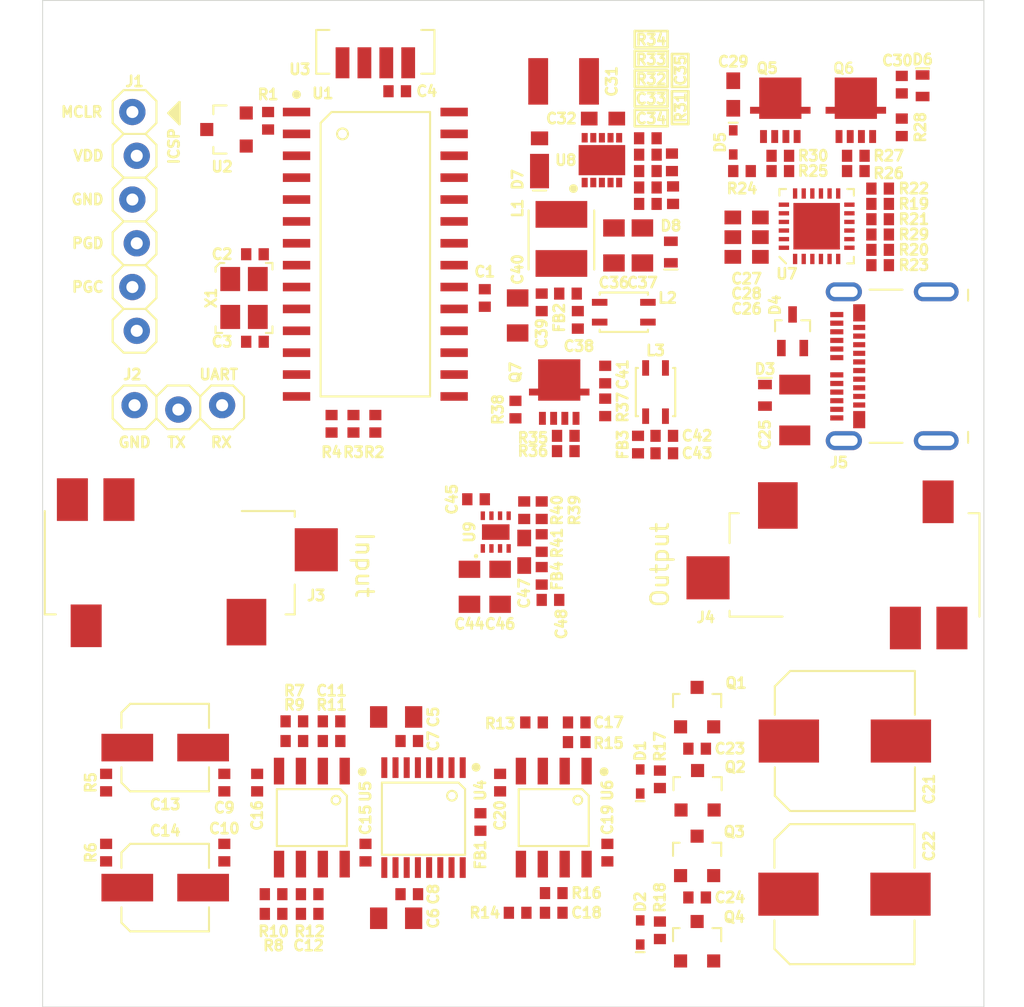
<source format=kicad_pcb>
(kicad_pcb (version 20171130) (host pcbnew "(5.1.8)-1")

  (general
    (thickness 1.6)
    (drawings 48)
    (tracks 0)
    (zones 0)
    (modules 126)
    (nets 120)
  )

  (page A4)
  (layers
    (0 F.Cu signal)
    (31 B.Cu signal)
    (32 B.Adhes user)
    (33 F.Adhes user)
    (34 B.Paste user)
    (35 F.Paste user)
    (36 B.SilkS user)
    (37 F.SilkS user)
    (38 B.Mask user)
    (39 F.Mask user)
    (40 Dwgs.User user)
    (41 Cmts.User user)
    (42 Eco1.User user)
    (43 Eco2.User user)
    (44 Edge.Cuts user)
    (45 Margin user)
    (46 B.CrtYd user)
    (47 F.CrtYd user)
    (48 B.Fab user hide)
    (49 F.Fab user hide)
  )

  (setup
    (last_trace_width 0.1524)
    (user_trace_width 0.2032)
    (user_trace_width 0.3048)
    (trace_clearance 0.1)
    (zone_clearance 0.508)
    (zone_45_only no)
    (trace_min 0.1524)
    (via_size 0.2032)
    (via_drill 0.1524)
    (via_min_size 0.1524)
    (via_min_drill 0.1524)
    (user_via 0.2032 0.1524)
    (blind_buried_vias_allowed yes)
    (uvia_size 0.3)
    (uvia_drill 0.1016)
    (uvias_allowed no)
    (uvia_min_size 0.1016)
    (uvia_min_drill 0.1016)
    (edge_width 0.05)
    (segment_width 0.1524)
    (pcb_text_width 0.1524)
    (pcb_text_size 0.6096 0.6096)
    (mod_edge_width 0.15)
    (mod_text_size 0.6 0.6)
    (mod_text_width 0.15)
    (pad_size 1.524 1.524)
    (pad_drill 0.762)
    (pad_to_mask_clearance 0.05)
    (solder_mask_min_width 0.0762)
    (aux_axis_origin 0 0)
    (visible_elements 7FFFFFFF)
    (pcbplotparams
      (layerselection 0x010fc_ffffffff)
      (usegerberextensions false)
      (usegerberattributes true)
      (usegerberadvancedattributes true)
      (creategerberjobfile true)
      (excludeedgelayer true)
      (linewidth 0.100000)
      (plotframeref false)
      (viasonmask false)
      (mode 1)
      (useauxorigin false)
      (hpglpennumber 1)
      (hpglpenspeed 20)
      (hpglpendiameter 15.000000)
      (psnegative false)
      (psa4output false)
      (plotreference true)
      (plotvalue true)
      (plotinvisibletext false)
      (padsonsilk false)
      (subtractmaskfromsilk false)
      (outputformat 1)
      (mirror false)
      (drillshape 1)
      (scaleselection 1)
      (outputdirectory ""))
  )

  (net 0 "")
  (net 1 "Net-(U1-Pad14)")
  (net 2 "Net-(U1-Pad15)")
  (net 3 "Net-(U1-Pad16)")
  (net 4 "Net-(U1-Pad21)")
  (net 5 "Net-(U1-Pad7)")
  (net 6 "Net-(U1-Pad22)")
  (net 7 "Net-(U1-Pad6)")
  (net 8 "Net-(U1-Pad23)")
  (net 9 "Net-(U1-Pad24)")
  (net 10 "Net-(U1-Pad4)")
  (net 11 "Net-(U1-Pad3)")
  (net 12 "Net-(U1-Pad26)")
  (net 13 "Net-(U1-Pad2)")
  (net 14 GNDD)
  (net 15 +5VD)
  (net 16 "Net-(C2-Pad1)")
  (net 17 "Net-(C3-Pad2)")
  (net 18 "Net-(J1-Pad6)")
  (net 19 "Net-(J1-Pad5)")
  (net 20 "Net-(J1-Pad4)")
  (net 21 /CPU/MCLR)
  (net 22 "Net-(J2-Pad2)")
  (net 23 "Net-(J2-Pad1)")
  (net 24 /CPU/IR_SERIAL)
  (net 25 "Net-(U4-Pad10)")
  (net 26 "Net-(U4-Pad1)")
  (net 27 GNDA)
  (net 28 +5VA)
  (net 29 -5VA)
  (net 30 "Net-(FB1-Pad2)")
  (net 31 "Net-(R2-Pad1)")
  (net 32 "Net-(R3-Pad1)")
  (net 33 "Net-(R4-Pad1)")
  (net 34 SPI_CLK)
  (net 35 SPI_CS_DIGIPOT)
  (net 36 SPI_MOSI)
  (net 37 DIGIPOT_SHDN)
  (net 38 "Net-(C10-Pad1)")
  (net 39 /Audio/AUDIO_LEFT_PREAMP)
  (net 40 "Net-(C11-Pad1)")
  (net 41 /Audio/AUDIO_RIGHT_PREAMP)
  (net 42 "Net-(C12-Pad1)")
  (net 43 /Audio/AUDIO_LEFT_IN)
  (net 44 /Audio/AUDIO_RIGHT_IN)
  (net 45 "Net-(C13-Pad2)")
  (net 46 "Net-(C17-Pad1)")
  (net 47 /Audio/AUDIO_RIGHT_OUT)
  (net 48 "Net-(C18-Pad1)")
  (net 49 /Audio/AUDIO_LEFT_ATT)
  (net 50 /Audio/AUDIO_RIGHT_ATT)
  (net 51 "Net-(C17-Pad2)")
  (net 52 "Net-(C18-Pad2)")
  (net 53 "Net-(C23-Pad1)")
  (net 54 "Net-(C24-Pad1)")
  (net 55 "Net-(D1-Pad1)")
  (net 56 "Net-(D2-Pad1)")
  (net 57 /Audio/AUDIO_LEFT_OUT)
  (net 58 "Net-(J3-Pad5)")
  (net 59 "Net-(J3-Pad4)")
  (net 60 "Net-(J4-Pad5)")
  (net 61 "Net-(J4-Pad4)")
  (net 62 "Net-(J5-PadB2)")
  (net 63 "Net-(J5-PadB3)")
  (net 64 "Net-(J5-PadB6)")
  (net 65 "Net-(J5-PadB11)")
  (net 66 "Net-(J5-PadB10)")
  (net 67 "Net-(J5-PadB8)")
  (net 68 "Net-(J5-PadB7)")
  (net 69 "Net-(J5-PadA6)")
  (net 70 "Net-(J5-PadA3)")
  (net 71 "Net-(J5-PadA2)")
  (net 72 "Net-(J5-PadA7)")
  (net 73 "Net-(J5-PadA8)")
  (net 74 "Net-(J5-PadA10)")
  (net 75 "Net-(J5-PadA11)")
  (net 76 GND)
  (net 77 VBUS)
  (net 78 "Net-(D4-Pad2)")
  (net 79 "Net-(D4-Pad1)")
  (net 80 "Net-(U7-Pad8)")
  (net 81 "Net-(U7-Pad11)")
  (net 82 "Net-(U7-Pad7)")
  (net 83 "Net-(U7-Pad20)")
  (net 84 "Net-(U7-Pad19)")
  (net 85 "Net-(U7-Pad14)")
  (net 86 "Net-(U7-Pad17)")
  (net 87 "Net-(U7-Pad15)")
  (net 88 "Net-(R19-Pad2)")
  (net 89 +2V7)
  (net 90 "Net-(R20-Pad2)")
  (net 91 "Net-(R23-Pad2)")
  (net 92 "Net-(C26-Pad2)")
  (net 93 "Net-(C27-Pad2)")
  (net 94 "Net-(C29-Pad1)")
  (net 95 "Net-(R25-Pad1)")
  (net 96 VSNK)
  (net 97 "Net-(C30-Pad1)")
  (net 98 "Net-(Q5-Pad2)")
  (net 99 "Net-(R26-Pad1)")
  (net 100 "Net-(R29-Pad1)")
  (net 101 "Net-(U8-Pad7)")
  (net 102 "Net-(U8-Pad3)")
  (net 103 "Net-(C33-Pad2)")
  (net 104 "Net-(C33-Pad1)")
  (net 105 "Net-(C34-Pad1)")
  (net 106 "Net-(C35-Pad2)")
  (net 107 "Net-(D7-Pad1)")
  (net 108 /Power/+5V_UNFILTERED)
  (net 109 "Net-(C38-Pad2)")
  (net 110 "Net-(C41-Pad2)")
  (net 111 "Net-(C41-Pad1)")
  (net 112 "Net-(C42-Pad2)")
  (net 113 "Net-(Q7-Pad2)")
  (net 114 "Net-(R36-Pad1)")
  (net 115 "Net-(C45-Pad2)")
  (net 116 "Net-(C45-Pad1)")
  (net 117 "Net-(C46-Pad2)")
  (net 118 "Net-(R39-Pad1)")
  (net 119 "Net-(C47-Pad2)")

  (net_class Default "This is the default net class."
    (clearance 0.1)
    (trace_width 0.1524)
    (via_dia 0.2032)
    (via_drill 0.1524)
    (uvia_dia 0.3)
    (uvia_drill 0.1016)
    (diff_pair_width 0.1524)
    (diff_pair_gap 0.2032)
    (add_net +2V7)
    (add_net +5VA)
    (add_net +5VD)
    (add_net -5VA)
    (add_net /Audio/AUDIO_LEFT_ATT)
    (add_net /Audio/AUDIO_LEFT_IN)
    (add_net /Audio/AUDIO_LEFT_OUT)
    (add_net /Audio/AUDIO_LEFT_PREAMP)
    (add_net /Audio/AUDIO_RIGHT_ATT)
    (add_net /Audio/AUDIO_RIGHT_IN)
    (add_net /Audio/AUDIO_RIGHT_OUT)
    (add_net /Audio/AUDIO_RIGHT_PREAMP)
    (add_net /CPU/IR_SERIAL)
    (add_net /CPU/MCLR)
    (add_net /Power/+5V_UNFILTERED)
    (add_net DIGIPOT_SHDN)
    (add_net GND)
    (add_net GNDA)
    (add_net GNDD)
    (add_net "Net-(C10-Pad1)")
    (add_net "Net-(C11-Pad1)")
    (add_net "Net-(C12-Pad1)")
    (add_net "Net-(C13-Pad2)")
    (add_net "Net-(C17-Pad1)")
    (add_net "Net-(C17-Pad2)")
    (add_net "Net-(C18-Pad1)")
    (add_net "Net-(C18-Pad2)")
    (add_net "Net-(C2-Pad1)")
    (add_net "Net-(C23-Pad1)")
    (add_net "Net-(C24-Pad1)")
    (add_net "Net-(C26-Pad2)")
    (add_net "Net-(C27-Pad2)")
    (add_net "Net-(C29-Pad1)")
    (add_net "Net-(C3-Pad2)")
    (add_net "Net-(C30-Pad1)")
    (add_net "Net-(C33-Pad1)")
    (add_net "Net-(C33-Pad2)")
    (add_net "Net-(C34-Pad1)")
    (add_net "Net-(C35-Pad2)")
    (add_net "Net-(C38-Pad2)")
    (add_net "Net-(C41-Pad1)")
    (add_net "Net-(C41-Pad2)")
    (add_net "Net-(C42-Pad2)")
    (add_net "Net-(C45-Pad1)")
    (add_net "Net-(C45-Pad2)")
    (add_net "Net-(C46-Pad2)")
    (add_net "Net-(C47-Pad2)")
    (add_net "Net-(D1-Pad1)")
    (add_net "Net-(D2-Pad1)")
    (add_net "Net-(D4-Pad1)")
    (add_net "Net-(D4-Pad2)")
    (add_net "Net-(D7-Pad1)")
    (add_net "Net-(FB1-Pad2)")
    (add_net "Net-(J1-Pad4)")
    (add_net "Net-(J1-Pad5)")
    (add_net "Net-(J1-Pad6)")
    (add_net "Net-(J2-Pad1)")
    (add_net "Net-(J2-Pad2)")
    (add_net "Net-(J3-Pad4)")
    (add_net "Net-(J3-Pad5)")
    (add_net "Net-(J4-Pad4)")
    (add_net "Net-(J4-Pad5)")
    (add_net "Net-(J5-PadA10)")
    (add_net "Net-(J5-PadA11)")
    (add_net "Net-(J5-PadA2)")
    (add_net "Net-(J5-PadA3)")
    (add_net "Net-(J5-PadA6)")
    (add_net "Net-(J5-PadA7)")
    (add_net "Net-(J5-PadA8)")
    (add_net "Net-(J5-PadB10)")
    (add_net "Net-(J5-PadB11)")
    (add_net "Net-(J5-PadB2)")
    (add_net "Net-(J5-PadB3)")
    (add_net "Net-(J5-PadB6)")
    (add_net "Net-(J5-PadB7)")
    (add_net "Net-(J5-PadB8)")
    (add_net "Net-(Q5-Pad2)")
    (add_net "Net-(Q7-Pad2)")
    (add_net "Net-(R19-Pad2)")
    (add_net "Net-(R2-Pad1)")
    (add_net "Net-(R20-Pad2)")
    (add_net "Net-(R23-Pad2)")
    (add_net "Net-(R25-Pad1)")
    (add_net "Net-(R26-Pad1)")
    (add_net "Net-(R29-Pad1)")
    (add_net "Net-(R3-Pad1)")
    (add_net "Net-(R36-Pad1)")
    (add_net "Net-(R39-Pad1)")
    (add_net "Net-(R4-Pad1)")
    (add_net "Net-(U1-Pad14)")
    (add_net "Net-(U1-Pad15)")
    (add_net "Net-(U1-Pad16)")
    (add_net "Net-(U1-Pad2)")
    (add_net "Net-(U1-Pad21)")
    (add_net "Net-(U1-Pad22)")
    (add_net "Net-(U1-Pad23)")
    (add_net "Net-(U1-Pad24)")
    (add_net "Net-(U1-Pad26)")
    (add_net "Net-(U1-Pad3)")
    (add_net "Net-(U1-Pad4)")
    (add_net "Net-(U1-Pad6)")
    (add_net "Net-(U1-Pad7)")
    (add_net "Net-(U4-Pad1)")
    (add_net "Net-(U4-Pad10)")
    (add_net "Net-(U7-Pad11)")
    (add_net "Net-(U7-Pad14)")
    (add_net "Net-(U7-Pad15)")
    (add_net "Net-(U7-Pad17)")
    (add_net "Net-(U7-Pad19)")
    (add_net "Net-(U7-Pad20)")
    (add_net "Net-(U7-Pad7)")
    (add_net "Net-(U7-Pad8)")
    (add_net "Net-(U8-Pad3)")
    (add_net "Net-(U8-Pad7)")
    (add_net SPI_CLK)
    (add_net SPI_CS_DIGIPOT)
    (add_net SPI_MOSI)
    (add_net VBUS)
    (add_net VSNK)
  )

  (module Librray:L_0402_1005Metric (layer F.Cu) (tedit 5FE2257E) (tstamp 5FE73B37)
    (at 139.0015 104.3305 270)
    (path /5FF86B45/6002B014)
    (fp_text reference FB4 (at 0 -0.889 90) (layer F.SilkS)
      (effects (font (size 0.6 0.6) (thickness 0.15)))
    )
    (fp_text value Ferrite_Bead (at 0 1.524 90) (layer F.Fab)
      (effects (font (size 1 1) (thickness 0.15)))
    )
    (fp_line (start -0.889 0.381) (end 0.889 0.381) (layer F.CrtYd) (width 0.12))
    (fp_line (start -0.889 -0.381) (end -0.889 0.381) (layer F.CrtYd) (width 0.12))
    (fp_line (start 0.889 -0.381) (end -0.889 -0.381) (layer F.CrtYd) (width 0.12))
    (fp_line (start 0.889 0.381) (end 0.889 -0.381) (layer F.CrtYd) (width 0.12))
    (pad 2 smd rect (at 0.508 0 270) (size 0.6 0.7) (layers F.Cu F.Paste F.Mask)
      (net 29 -5VA))
    (pad 1 smd rect (at -0.508 0 270) (size 0.6 0.7) (layers F.Cu F.Paste F.Mask)
      (net 119 "Net-(C47-Pad2)"))
    (model ${KISYS3DMOD}/Inductor_SMD.3dshapes/L_0402_1005Metric.wrl
      (at (xyz 0 0 0))
      (scale (xyz 1 1 1))
      (rotate (xyz 0 0 0))
    )
  )

  (module Librray:C_0402_1005Metric (layer F.Cu) (tedit 5FE2257E) (tstamp 5FE73B52)
    (at 139.5095 105.7275)
    (path /5FF86B45/6002B01F)
    (fp_text reference C48 (at 0.635 1.397 -90) (layer F.SilkS)
      (effects (font (size 0.6 0.6) (thickness 0.15)))
    )
    (fp_text value 0.1uF (at 0 1.524) (layer F.Fab)
      (effects (font (size 1 1) (thickness 0.15)))
    )
    (fp_line (start -0.889 0.381) (end 0.889 0.381) (layer F.CrtYd) (width 0.12))
    (fp_line (start -0.889 -0.381) (end -0.889 0.381) (layer F.CrtYd) (width 0.12))
    (fp_line (start 0.889 -0.381) (end -0.889 -0.381) (layer F.CrtYd) (width 0.12))
    (fp_line (start 0.889 0.381) (end 0.889 -0.381) (layer F.CrtYd) (width 0.12))
    (pad 2 smd rect (at 0.508 0) (size 0.6 0.7) (layers F.Cu F.Paste F.Mask)
      (net 27 GNDA))
    (pad 1 smd rect (at -0.508 0) (size 0.6 0.7) (layers F.Cu F.Paste F.Mask)
      (net 29 -5VA))
    (model ${KISYS3DMOD}/Capacitor_SMD.3dshapes/C_0402_1005Metric.wrl
      (at (xyz 0 0 0))
      (scale (xyz 1 1 1))
      (rotate (xyz 0 0 0))
    )
  )

  (module Librray:R_0402_1005Metric (layer F.Cu) (tedit 5FE2257E) (tstamp 5FE73B6D)
    (at 139.0015 102.4255 90)
    (path /5FF86B45/5FFE3D64)
    (fp_text reference R41 (at 0 0.889 90) (layer F.SilkS)
      (effects (font (size 0.6 0.6) (thickness 0.15)))
    )
    (fp_text value NC (at 0 1.524 90) (layer F.Fab)
      (effects (font (size 1 1) (thickness 0.15)))
    )
    (fp_line (start -0.889 0.381) (end 0.889 0.381) (layer F.CrtYd) (width 0.12))
    (fp_line (start -0.889 -0.381) (end -0.889 0.381) (layer F.CrtYd) (width 0.12))
    (fp_line (start 0.889 -0.381) (end -0.889 -0.381) (layer F.CrtYd) (width 0.12))
    (fp_line (start 0.889 0.381) (end 0.889 -0.381) (layer F.CrtYd) (width 0.12))
    (pad 2 smd rect (at 0.508 0 90) (size 0.6 0.7) (layers F.Cu F.Paste F.Mask)
      (net 27 GNDA))
    (pad 1 smd rect (at -0.508 0 90) (size 0.6 0.7) (layers F.Cu F.Paste F.Mask)
      (net 119 "Net-(C47-Pad2)"))
    (model ${KISYS3DMOD}/Resistor_SMD.3dshapes/R_0402_1005Metric.wrl
      (at (xyz 0 0 0))
      (scale (xyz 1 1 1))
      (rotate (xyz 0 0 0))
    )
  )

  (module Librray:R_0402_1005Metric (layer F.Cu) (tedit 5FE2257E) (tstamp 5FE73B88)
    (at 137.9855 100.5205 90)
    (path /5FF86B45/5FFBA7DB)
    (fp_text reference R40 (at 0 1.905 90) (layer F.SilkS)
      (effects (font (size 0.6 0.6) (thickness 0.15)))
    )
    (fp_text value 82K (at 0 1.524 90) (layer F.Fab)
      (effects (font (size 1 1) (thickness 0.15)))
    )
    (fp_line (start -0.889 0.381) (end 0.889 0.381) (layer F.CrtYd) (width 0.12))
    (fp_line (start -0.889 -0.381) (end -0.889 0.381) (layer F.CrtYd) (width 0.12))
    (fp_line (start 0.889 -0.381) (end -0.889 -0.381) (layer F.CrtYd) (width 0.12))
    (fp_line (start 0.889 0.381) (end 0.889 -0.381) (layer F.CrtYd) (width 0.12))
    (pad 2 smd rect (at 0.508 0 90) (size 0.6 0.7) (layers F.Cu F.Paste F.Mask)
      (net 118 "Net-(R39-Pad1)"))
    (pad 1 smd rect (at -0.508 0 90) (size 0.6 0.7) (layers F.Cu F.Paste F.Mask)
      (net 27 GNDA))
    (model ${KISYS3DMOD}/Resistor_SMD.3dshapes/R_0402_1005Metric.wrl
      (at (xyz 0 0 0))
      (scale (xyz 1 1 1))
      (rotate (xyz 0 0 0))
    )
  )

  (module Librray:R_0402_1005Metric (layer F.Cu) (tedit 5FE2257E) (tstamp 5FE73BA3)
    (at 139.0015 100.5205 270)
    (path /5FF86B45/5FFB979C)
    (fp_text reference R39 (at 0 -1.905 90) (layer F.SilkS)
      (effects (font (size 0.6 0.6) (thickness 0.15)))
    )
    (fp_text value 187K (at 0 1.524 90) (layer F.Fab)
      (effects (font (size 1 1) (thickness 0.15)))
    )
    (fp_line (start -0.889 0.381) (end 0.889 0.381) (layer F.CrtYd) (width 0.12))
    (fp_line (start -0.889 -0.381) (end -0.889 0.381) (layer F.CrtYd) (width 0.12))
    (fp_line (start 0.889 -0.381) (end -0.889 -0.381) (layer F.CrtYd) (width 0.12))
    (fp_line (start 0.889 0.381) (end 0.889 -0.381) (layer F.CrtYd) (width 0.12))
    (pad 2 smd rect (at 0.508 0 270) (size 0.6 0.7) (layers F.Cu F.Paste F.Mask)
      (net 119 "Net-(C47-Pad2)"))
    (pad 1 smd rect (at -0.508 0 270) (size 0.6 0.7) (layers F.Cu F.Paste F.Mask)
      (net 118 "Net-(R39-Pad1)"))
    (model ${KISYS3DMOD}/Resistor_SMD.3dshapes/R_0402_1005Metric.wrl
      (at (xyz 0 0 0))
      (scale (xyz 1 1 1))
      (rotate (xyz 0 0 0))
    )
  )

  (module Librray:R_0402_1005Metric (layer F.Cu) (tedit 5FE2257E) (tstamp 5FE7148B)
    (at 137.4775 94.6785 90)
    (path /5FF86B45/5FFCFCC8)
    (fp_text reference R38 (at 0 -1.016 90) (layer F.SilkS)
      (effects (font (size 0.6 0.6) (thickness 0.15)))
    )
    (fp_text value NC (at 0 1.524 90) (layer F.Fab)
      (effects (font (size 1 1) (thickness 0.15)))
    )
    (fp_line (start -0.889 0.381) (end 0.889 0.381) (layer F.CrtYd) (width 0.12))
    (fp_line (start -0.889 -0.381) (end -0.889 0.381) (layer F.CrtYd) (width 0.12))
    (fp_line (start 0.889 -0.381) (end -0.889 -0.381) (layer F.CrtYd) (width 0.12))
    (fp_line (start 0.889 0.381) (end 0.889 -0.381) (layer F.CrtYd) (width 0.12))
    (pad 2 smd rect (at 0.508 0 90) (size 0.6 0.7) (layers F.Cu F.Paste F.Mask)
      (net 110 "Net-(C41-Pad2)"))
    (pad 1 smd rect (at -0.508 0 90) (size 0.6 0.7) (layers F.Cu F.Paste F.Mask)
      (net 15 +5VD))
    (model ${KISYS3DMOD}/Resistor_SMD.3dshapes/R_0402_1005Metric.wrl
      (at (xyz 0 0 0))
      (scale (xyz 1 1 1))
      (rotate (xyz 0 0 0))
    )
  )

  (module Librray:C_0603_1608Metric (layer F.Cu) (tedit 5FE4B4E1) (tstamp 5FE73BBE)
    (at 137.9855 102.9335 270)
    (path /5FF86B45/5FF93BEA)
    (fp_text reference C47 (at 2.413 0 90) (layer F.SilkS)
      (effects (font (size 0.6 0.6) (thickness 0.15)))
    )
    (fp_text value 2.2uF (at 0 1.651 90) (layer F.Fab)
      (effects (font (size 1 1) (thickness 0.15)))
    )
    (fp_line (start 1.397 -0.508) (end -1.397 -0.508) (layer F.CrtYd) (width 0.12))
    (fp_line (start 1.397 0.508) (end 1.397 -0.508) (layer F.CrtYd) (width 0.12))
    (fp_line (start -1.397 0.508) (end 1.397 0.508) (layer F.CrtYd) (width 0.12))
    (fp_line (start -1.397 -0.508) (end -1.397 0.508) (layer F.CrtYd) (width 0.12))
    (pad 2 smd rect (at 0.8 0 270) (size 0.965 0.8) (layers F.Cu F.Paste F.Mask)
      (net 119 "Net-(C47-Pad2)"))
    (pad 1 smd rect (at -0.8 0 270) (size 0.965 0.8) (layers F.Cu F.Paste F.Mask)
      (net 27 GNDA))
    (model ${KISYS3DMOD}/Capacitor_SMD.3dshapes/C_0603_1608Metric.wrl
      (at (xyz 0 0 0))
      (scale (xyz 1 1 1))
      (rotate (xyz 0 0 0))
    )
  )

  (module Librray:C_0805_2012Metric (layer F.Cu) (tedit 5FE387F0) (tstamp 5FE73BD9)
    (at 136.5885 104.9655 90)
    (path /5FF86B45/5FF857FB)
    (fp_text reference C46 (at -2.159 0) (layer F.SilkS)
      (effects (font (size 0.6 0.6) (thickness 0.15)))
    )
    (fp_text value 4.7uF (at 0 1.651 90) (layer F.Fab)
      (effects (font (size 1 1) (thickness 0.15)))
    )
    (fp_line (start 1.651 -0.762) (end -1.651 -0.762) (layer F.CrtYd) (width 0.12))
    (fp_line (start 1.651 0.762) (end 1.651 -0.762) (layer F.CrtYd) (width 0.12))
    (fp_line (start -1.651 0.762) (end 1.651 0.762) (layer F.CrtYd) (width 0.12))
    (fp_line (start -1.651 -0.762) (end -1.651 0.762) (layer F.CrtYd) (width 0.12))
    (pad 2 smd rect (at 1.016 0 90) (size 1 1.25) (layers F.Cu F.Paste F.Mask)
      (net 117 "Net-(C46-Pad2)"))
    (pad 1 smd rect (at -1.016 0 90) (size 1 1.25) (layers F.Cu F.Paste F.Mask)
      (net 27 GNDA))
    (model ${KISYS3DMOD}/Capacitor_SMD.3dshapes/C_0805_2012Metric.wrl
      (at (xyz 0 0 0))
      (scale (xyz 1 1 1))
      (rotate (xyz 0 0 0))
    )
  )

  (module Librray:C_0402_1005Metric (layer F.Cu) (tedit 5FE2257E) (tstamp 5FE73CAB)
    (at 135.1915 99.8855 180)
    (path /5FF86B45/5FF7C819)
    (fp_text reference C45 (at 1.397 0 270) (layer F.SilkS)
      (effects (font (size 0.6 0.6) (thickness 0.15)))
    )
    (fp_text value 0.47uF (at 0 1.524) (layer F.Fab)
      (effects (font (size 1 1) (thickness 0.15)))
    )
    (fp_line (start -0.889 0.381) (end 0.889 0.381) (layer F.CrtYd) (width 0.12))
    (fp_line (start -0.889 -0.381) (end -0.889 0.381) (layer F.CrtYd) (width 0.12))
    (fp_line (start 0.889 -0.381) (end -0.889 -0.381) (layer F.CrtYd) (width 0.12))
    (fp_line (start 0.889 0.381) (end 0.889 -0.381) (layer F.CrtYd) (width 0.12))
    (pad 2 smd rect (at 0.508 0 180) (size 0.6 0.7) (layers F.Cu F.Paste F.Mask)
      (net 115 "Net-(C45-Pad2)"))
    (pad 1 smd rect (at -0.508 0 180) (size 0.6 0.7) (layers F.Cu F.Paste F.Mask)
      (net 116 "Net-(C45-Pad1)"))
    (model ${KISYS3DMOD}/Capacitor_SMD.3dshapes/C_0402_1005Metric.wrl
      (at (xyz 0 0 0))
      (scale (xyz 1 1 1))
      (rotate (xyz 0 0 0))
    )
  )

  (module Librray:C_0805_2012Metric (layer F.Cu) (tedit 5FE387F0) (tstamp 5FE73CC6)
    (at 134.8105 104.9655 90)
    (path /5FF86B45/5FF9EE21)
    (fp_text reference C44 (at -2.159 0) (layer F.SilkS)
      (effects (font (size 0.6 0.6) (thickness 0.15)))
    )
    (fp_text value 4.7uF (at 0 1.651 90) (layer F.Fab)
      (effects (font (size 1 1) (thickness 0.15)))
    )
    (fp_line (start 1.651 -0.762) (end -1.651 -0.762) (layer F.CrtYd) (width 0.12))
    (fp_line (start 1.651 0.762) (end 1.651 -0.762) (layer F.CrtYd) (width 0.12))
    (fp_line (start -1.651 0.762) (end 1.651 0.762) (layer F.CrtYd) (width 0.12))
    (fp_line (start -1.651 -0.762) (end -1.651 0.762) (layer F.CrtYd) (width 0.12))
    (pad 2 smd rect (at 1.016 0 90) (size 1 1.25) (layers F.Cu F.Paste F.Mask)
      (net 28 +5VA))
    (pad 1 smd rect (at -1.016 0 90) (size 1 1.25) (layers F.Cu F.Paste F.Mask)
      (net 27 GNDA))
    (model ${KISYS3DMOD}/Capacitor_SMD.3dshapes/C_0805_2012Metric.wrl
      (at (xyz 0 0 0))
      (scale (xyz 1 1 1))
      (rotate (xyz 0 0 0))
    )
  )

  (module Librray:WSON-8-EP_P0.5mm (layer F.Cu) (tedit 5FE5FF3D) (tstamp 5FE73C80)
    (at 136.3345 101.7905 90)
    (path /5FF86B45/5FF50314)
    (fp_text reference U9 (at 0 -1.524 90) (layer F.SilkS)
      (effects (font (size 0.6 0.6) (thickness 0.15)))
    )
    (fp_text value LM27761 (at 0 1.905 90) (layer F.Fab)
      (effects (font (size 1 1) (thickness 0.15)))
    )
    (fp_circle (center -1.397 -1.143) (end -1.3335 -1.143) (layer F.SilkS) (width 0.127))
    (fp_line (start 1.27 -1.016) (end -1.27 -1.016) (layer F.CrtYd) (width 0.12))
    (fp_line (start 1.27 1.016) (end 1.27 -1.016) (layer F.CrtYd) (width 0.12))
    (fp_line (start -1.27 1.016) (end 1.27 1.016) (layer F.CrtYd) (width 0.12))
    (fp_line (start -1.27 -1.016) (end -1.27 1.016) (layer F.CrtYd) (width 0.12))
    (pad 9 smd rect (at 0 0 90) (size 0.9 1.6) (layers F.Cu F.Paste F.Mask)
      (net 27 GNDA))
    (pad 7 smd rect (at 0.95 -0.25 90) (size 0.5 0.25) (layers F.Cu F.Paste F.Mask)
      (net 116 "Net-(C45-Pad1)"))
    (pad 8 smd rect (at 0.95 -0.75 90) (size 0.5 0.25) (layers F.Cu F.Paste F.Mask)
      (net 115 "Net-(C45-Pad2)"))
    (pad 6 smd rect (at 0.95 0.25 90) (size 0.5 0.25) (layers F.Cu F.Paste F.Mask)
      (net 28 +5VA))
    (pad 5 smd rect (at 0.95 0.75 90) (size 0.5 0.25) (layers F.Cu F.Paste F.Mask)
      (net 118 "Net-(R39-Pad1)"))
    (pad 4 smd rect (at -0.95 0.75 90) (size 0.5 0.25) (layers F.Cu F.Paste F.Mask)
      (net 119 "Net-(C47-Pad2)"))
    (pad 3 smd rect (at -0.95 0.25 90) (size 0.5 0.25) (layers F.Cu F.Paste F.Mask)
      (net 117 "Net-(C46-Pad2)"))
    (pad 2 smd rect (at -0.95 -0.25 90) (size 0.5 0.25) (layers F.Cu F.Paste F.Mask)
      (net 27 GNDA))
    (pad 1 smd rect (at -0.95 -0.75 90) (size 0.5 0.25) (layers F.Cu F.Paste F.Mask)
      (net 28 +5VA))
    (model ${KISYS3DMOD}/Package_SON.3dshapes/WSON-8-1EP_2x2mm_P0.5mm_EP0.9x1.6mm.wrl
      (at (xyz 0 0 0))
      (scale (xyz 1 1 1))
      (rotate (xyz 0 0 0))
    )
  )

  (module Librray:R_0402_1005Metric (layer F.Cu) (tedit 5FE2257E) (tstamp 5FE69EFA)
    (at 142.6845 94.5515 270)
    (path /5FF86B45/5FEF12C2)
    (fp_text reference R37 (at 0 -1.016 90) (layer F.SilkS)
      (effects (font (size 0.6 0.6) (thickness 0.15)))
    )
    (fp_text value 100 (at 0 1.524 90) (layer F.Fab)
      (effects (font (size 1 1) (thickness 0.15)))
    )
    (fp_line (start -0.889 0.381) (end 0.889 0.381) (layer F.CrtYd) (width 0.12))
    (fp_line (start -0.889 -0.381) (end -0.889 0.381) (layer F.CrtYd) (width 0.12))
    (fp_line (start 0.889 -0.381) (end -0.889 -0.381) (layer F.CrtYd) (width 0.12))
    (fp_line (start 0.889 0.381) (end 0.889 -0.381) (layer F.CrtYd) (width 0.12))
    (pad 2 smd rect (at 0.508 0 270) (size 0.6 0.7) (layers F.Cu F.Paste F.Mask)
      (net 113 "Net-(Q7-Pad2)"))
    (pad 1 smd rect (at -0.508 0 270) (size 0.6 0.7) (layers F.Cu F.Paste F.Mask)
      (net 111 "Net-(C41-Pad1)"))
    (model ${KISYS3DMOD}/Resistor_SMD.3dshapes/R_0402_1005Metric.wrl
      (at (xyz 0 0 0))
      (scale (xyz 1 1 1))
      (rotate (xyz 0 0 0))
    )
  )

  (module Librray:R_0402_1005Metric (layer F.Cu) (tedit 5FE2257E) (tstamp 5FE69EF0)
    (at 140.3985 97.0915)
    (path /5FF86B45/5FEE73FD)
    (fp_text reference R36 (at -1.905 0) (layer F.SilkS)
      (effects (font (size 0.6 0.6) (thickness 0.15)))
    )
    (fp_text value 22K (at 0 1.524) (layer F.Fab)
      (effects (font (size 1 1) (thickness 0.15)))
    )
    (fp_line (start -0.889 0.381) (end 0.889 0.381) (layer F.CrtYd) (width 0.12))
    (fp_line (start -0.889 -0.381) (end -0.889 0.381) (layer F.CrtYd) (width 0.12))
    (fp_line (start 0.889 -0.381) (end -0.889 -0.381) (layer F.CrtYd) (width 0.12))
    (fp_line (start 0.889 0.381) (end 0.889 -0.381) (layer F.CrtYd) (width 0.12))
    (pad 2 smd rect (at 0.508 0) (size 0.6 0.7) (layers F.Cu F.Paste F.Mask)
      (net 113 "Net-(Q7-Pad2)"))
    (pad 1 smd rect (at -0.508 0) (size 0.6 0.7) (layers F.Cu F.Paste F.Mask)
      (net 114 "Net-(R36-Pad1)"))
    (model ${KISYS3DMOD}/Resistor_SMD.3dshapes/R_0402_1005Metric.wrl
      (at (xyz 0 0 0))
      (scale (xyz 1 1 1))
      (rotate (xyz 0 0 0))
    )
  )

  (module Librray:R_0402_1005Metric (layer F.Cu) (tedit 5FE2257E) (tstamp 5FE6A41A)
    (at 140.3985 96.2025 180)
    (path /5FF86B45/5FEE4DF2)
    (fp_text reference R35 (at 1.905 -0.127) (layer F.SilkS)
      (effects (font (size 0.6 0.6) (thickness 0.15)))
    )
    (fp_text value 100K (at 0 1.524) (layer F.Fab)
      (effects (font (size 1 1) (thickness 0.15)))
    )
    (fp_line (start -0.889 0.381) (end 0.889 0.381) (layer F.CrtYd) (width 0.12))
    (fp_line (start -0.889 -0.381) (end -0.889 0.381) (layer F.CrtYd) (width 0.12))
    (fp_line (start 0.889 -0.381) (end -0.889 -0.381) (layer F.CrtYd) (width 0.12))
    (fp_line (start 0.889 0.381) (end 0.889 -0.381) (layer F.CrtYd) (width 0.12))
    (pad 2 smd rect (at 0.508 0 180) (size 0.6 0.7) (layers F.Cu F.Paste F.Mask)
      (net 15 +5VD))
    (pad 1 smd rect (at -0.508 0 180) (size 0.6 0.7) (layers F.Cu F.Paste F.Mask)
      (net 113 "Net-(Q7-Pad2)"))
    (model ${KISYS3DMOD}/Resistor_SMD.3dshapes/R_0402_1005Metric.wrl
      (at (xyz 0 0 0))
      (scale (xyz 1 1 1))
      (rotate (xyz 0 0 0))
    )
  )

  (module Librray:8-PowerVDFN (layer F.Cu) (tedit 5FE4DF74) (tstamp 5FE6A192)
    (at 140.0175 93.6625)
    (path /5FF86B45/5FEE1D44)
    (fp_text reference Q7 (at -2.54 -1.143 90) (layer F.SilkS)
      (effects (font (size 0.6 0.6) (thickness 0.15)))
    )
    (fp_text value STL6P3LLH6 (at 0 3.175) (layer F.Fab)
      (effects (font (size 1 1) (thickness 0.15)))
    )
    (fp_line (start 1.905 -1.905) (end -1.905 -1.905) (layer F.CrtYd) (width 0.12))
    (fp_line (start 1.905 1.905) (end 1.905 -1.905) (layer F.CrtYd) (width 0.12))
    (fp_line (start -1.905 1.905) (end 1.905 1.905) (layer F.CrtYd) (width 0.12))
    (fp_line (start -1.905 -1.905) (end -1.905 1.905) (layer F.CrtYd) (width 0.12))
    (pad 3 smd custom (at 0 0) (size 0.4 0.75) (layers F.Cu F.Paste F.Mask)
      (net 110 "Net-(C41-Pad2)") (zone_connect 0)
      (options (clearance outline) (anchor rect))
      (primitives
        (gr_poly (pts
           (xy -1.225 -1.9) (xy 1.225 -1.9) (xy 1.225 -0.2) (xy 1.755 -0.2) (xy 1.755 0.2)
           (xy 1.225 0.2) (xy 1.225 0.5) (xy -1.225 0.5) (xy -1.225 0.2) (xy -1.755 0.2)
           (xy -1.755 -0.2) (xy -1.225 -0.2)) (width 0))
      ))
    (pad 2 smd custom (at 0.975 1.525) (size 0.4 0.75) (layers F.Cu F.Paste F.Mask)
      (net 113 "Net-(Q7-Pad2)") (zone_connect 0)
      (options (clearance outline) (anchor rect))
      (primitives
      ))
    (pad 1 smd custom (at -0.975 1.525) (size 0.4 0.75) (layers F.Cu F.Paste F.Mask)
      (net 15 +5VD) (zone_connect 0)
      (options (clearance outline) (anchor rect))
      (primitives
      ))
    (pad 1 smd custom (at -0.325 1.525) (size 0.4 0.75) (layers F.Cu F.Paste F.Mask)
      (net 15 +5VD) (zone_connect 0)
      (options (clearance outline) (anchor rect))
      (primitives
      ))
    (pad 1 smd custom (at 0.325 1.525) (size 0.4 0.75) (layers F.Cu F.Paste F.Mask)
      (net 15 +5VD) (zone_connect 0)
      (options (clearance outline) (anchor rect))
      (primitives
      ))
    (model ${KIPRJMOD}/../../Library/Models/PowerFLAT/PowerFLAT.wrl
      (at (xyz 0 0 0))
      (scale (xyz 0.3937 0.3937 0.3937))
      (rotate (xyz 0 0 0))
    )
  )

  (module Librray:ACP3225 (layer F.Cu) (tedit 5FE5C28D) (tstamp 5FE73BFC)
    (at 145.6055 93.6625 270)
    (path /5FF86B45/5FF05F16)
    (fp_text reference L3 (at -2.413 0 180) (layer F.SilkS)
      (effects (font (size 0.6 0.6) (thickness 0.15)))
    )
    (fp_text value ACP3225 (at 0 2.159 90) (layer F.Fab)
      (effects (font (size 1 1) (thickness 0.15)))
    )
    (fp_line (start 1.397 1.143) (end 1.397 1.016) (layer F.SilkS) (width 0.12))
    (fp_line (start -1.397 1.143) (end 1.397 1.143) (layer F.SilkS) (width 0.12))
    (fp_line (start -1.397 1.016) (end -1.397 1.143) (layer F.SilkS) (width 0.12))
    (fp_line (start 1.397 -1.143) (end 1.397 -1.016) (layer F.SilkS) (width 0.12))
    (fp_line (start -1.397 -1.143) (end 1.397 -1.143) (layer F.SilkS) (width 0.12))
    (fp_line (start -1.397 -1.016) (end -1.397 -1.143) (layer F.SilkS) (width 0.12))
    (fp_line (start 1.905 -1.27) (end 1.905 1.27) (layer F.CrtYd) (width 0.12))
    (fp_line (start -1.905 -1.27) (end -1.905 1.27) (layer F.CrtYd) (width 0.12))
    (fp_line (start -1.905 1.27) (end 1.905 1.27) (layer F.CrtYd) (width 0.12))
    (fp_line (start -1.905 -1.27) (end 1.905 -1.27) (layer F.CrtYd) (width 0.12))
    (pad 4 smd rect (at 1.4 0.575 270) (size 0.9 0.4) (layers F.Cu F.Paste F.Mask)
      (net 112 "Net-(C42-Pad2)"))
    (pad 2 smd rect (at 1.4 -0.575 270) (size 0.9 0.4) (layers F.Cu F.Paste F.Mask)
      (net 27 GNDA))
    (pad 3 smd rect (at -1.4 0.575 270) (size 0.9 0.4) (layers F.Cu F.Paste F.Mask)
      (net 110 "Net-(C41-Pad2)"))
    (pad 1 smd rect (at -1.4 -0.575 270) (size 0.9 0.4) (layers F.Cu F.Paste F.Mask)
      (net 14 GNDD))
    (model ${KIPRJMOD}/../../Library/Models/ACP3225/ACP3225.wrl
      (at (xyz 0 0 0))
      (scale (xyz 0.3937007874015748 0.3937007874015748 0.3937007874015748))
      (rotate (xyz 0 0 0))
    )
  )

  (module Librray:L_0402_1005Metric (layer F.Cu) (tedit 5FE2257E) (tstamp 5FE73C42)
    (at 144.5895 96.7105 270)
    (path /5FF86B45/5FF05F35)
    (fp_text reference FB3 (at 0 0.889 90) (layer F.SilkS)
      (effects (font (size 0.6 0.6) (thickness 0.15)))
    )
    (fp_text value Ferrite_Bead (at 0 1.524 90) (layer F.Fab)
      (effects (font (size 1 1) (thickness 0.15)))
    )
    (fp_line (start -0.889 0.381) (end 0.889 0.381) (layer F.CrtYd) (width 0.12))
    (fp_line (start -0.889 -0.381) (end -0.889 0.381) (layer F.CrtYd) (width 0.12))
    (fp_line (start 0.889 -0.381) (end -0.889 -0.381) (layer F.CrtYd) (width 0.12))
    (fp_line (start 0.889 0.381) (end 0.889 -0.381) (layer F.CrtYd) (width 0.12))
    (pad 2 smd rect (at 0.508 0 270) (size 0.6 0.7) (layers F.Cu F.Paste F.Mask)
      (net 28 +5VA))
    (pad 1 smd rect (at -0.508 0 270) (size 0.6 0.7) (layers F.Cu F.Paste F.Mask)
      (net 112 "Net-(C42-Pad2)"))
    (model ${KISYS3DMOD}/Inductor_SMD.3dshapes/L_0402_1005Metric.wrl
      (at (xyz 0 0 0))
      (scale (xyz 1 1 1))
      (rotate (xyz 0 0 0))
    )
  )

  (module Librray:C_0402_1005Metric (layer F.Cu) (tedit 5FE2257E) (tstamp 5FE73C5D)
    (at 146.1135 97.2185)
    (path /5FF86B45/5FF05F41)
    (fp_text reference C43 (at 1.905 0) (layer F.SilkS)
      (effects (font (size 0.6 0.6) (thickness 0.15)))
    )
    (fp_text value 0.1uF (at 0 1.524) (layer F.Fab)
      (effects (font (size 1 1) (thickness 0.15)))
    )
    (fp_line (start -0.889 0.381) (end 0.889 0.381) (layer F.CrtYd) (width 0.12))
    (fp_line (start -0.889 -0.381) (end -0.889 0.381) (layer F.CrtYd) (width 0.12))
    (fp_line (start 0.889 -0.381) (end -0.889 -0.381) (layer F.CrtYd) (width 0.12))
    (fp_line (start 0.889 0.381) (end 0.889 -0.381) (layer F.CrtYd) (width 0.12))
    (pad 2 smd rect (at 0.508 0) (size 0.6 0.7) (layers F.Cu F.Paste F.Mask)
      (net 27 GNDA))
    (pad 1 smd rect (at -0.508 0) (size 0.6 0.7) (layers F.Cu F.Paste F.Mask)
      (net 28 +5VA))
    (model ${KISYS3DMOD}/Capacitor_SMD.3dshapes/C_0402_1005Metric.wrl
      (at (xyz 0 0 0))
      (scale (xyz 1 1 1))
      (rotate (xyz 0 0 0))
    )
  )

  (module Librray:C_0402_1005Metric (layer F.Cu) (tedit 5FE2257E) (tstamp 5FE73C27)
    (at 146.1135 96.2025 180)
    (path /5FF86B45/5FF05F29)
    (fp_text reference C42 (at -1.905 0) (layer F.SilkS)
      (effects (font (size 0.6 0.6) (thickness 0.15)))
    )
    (fp_text value 10nF (at 0 1.524) (layer F.Fab)
      (effects (font (size 1 1) (thickness 0.15)))
    )
    (fp_line (start -0.889 0.381) (end 0.889 0.381) (layer F.CrtYd) (width 0.12))
    (fp_line (start -0.889 -0.381) (end -0.889 0.381) (layer F.CrtYd) (width 0.12))
    (fp_line (start 0.889 -0.381) (end -0.889 -0.381) (layer F.CrtYd) (width 0.12))
    (fp_line (start 0.889 0.381) (end 0.889 -0.381) (layer F.CrtYd) (width 0.12))
    (pad 2 smd rect (at 0.508 0 180) (size 0.6 0.7) (layers F.Cu F.Paste F.Mask)
      (net 112 "Net-(C42-Pad2)"))
    (pad 1 smd rect (at -0.508 0 180) (size 0.6 0.7) (layers F.Cu F.Paste F.Mask)
      (net 27 GNDA))
    (model ${KISYS3DMOD}/Capacitor_SMD.3dshapes/C_0402_1005Metric.wrl
      (at (xyz 0 0 0))
      (scale (xyz 1 1 1))
      (rotate (xyz 0 0 0))
    )
  )

  (module Librray:C_0402_1005Metric (layer F.Cu) (tedit 5FE2257E) (tstamp 5FE69925)
    (at 142.6845 92.6465 90)
    (path /5FF86B45/5FEF12CC)
    (fp_text reference C41 (at 0 1.016 90) (layer F.SilkS)
      (effects (font (size 0.6 0.6) (thickness 0.15)))
    )
    (fp_text value 0.1uF (at 0 1.524 90) (layer F.Fab)
      (effects (font (size 1 1) (thickness 0.15)))
    )
    (fp_line (start -0.889 0.381) (end 0.889 0.381) (layer F.CrtYd) (width 0.12))
    (fp_line (start -0.889 -0.381) (end -0.889 0.381) (layer F.CrtYd) (width 0.12))
    (fp_line (start 0.889 -0.381) (end -0.889 -0.381) (layer F.CrtYd) (width 0.12))
    (fp_line (start 0.889 0.381) (end 0.889 -0.381) (layer F.CrtYd) (width 0.12))
    (pad 2 smd rect (at 0.508 0 90) (size 0.6 0.7) (layers F.Cu F.Paste F.Mask)
      (net 110 "Net-(C41-Pad2)"))
    (pad 1 smd rect (at -0.508 0 90) (size 0.6 0.7) (layers F.Cu F.Paste F.Mask)
      (net 111 "Net-(C41-Pad1)"))
    (model ${KISYS3DMOD}/Capacitor_SMD.3dshapes/C_0402_1005Metric.wrl
      (at (xyz 0 0 0))
      (scale (xyz 1 1 1))
      (rotate (xyz 0 0 0))
    )
  )

  (module Librray:C_0402_1005Metric (layer F.Cu) (tedit 5FE2257E) (tstamp 5FE63C80)
    (at 139.0015 88.4555 270)
    (path /5FF86B45/5FEBA8AF)
    (fp_text reference C39 (at 1.816 0 90) (layer F.SilkS)
      (effects (font (size 0.6 0.6) (thickness 0.15)))
    )
    (fp_text value 0.1uF (at 0 1.524 90) (layer F.Fab)
      (effects (font (size 1 1) (thickness 0.15)))
    )
    (fp_line (start -0.889 0.381) (end 0.889 0.381) (layer F.CrtYd) (width 0.12))
    (fp_line (start -0.889 -0.381) (end -0.889 0.381) (layer F.CrtYd) (width 0.12))
    (fp_line (start 0.889 -0.381) (end -0.889 -0.381) (layer F.CrtYd) (width 0.12))
    (fp_line (start 0.889 0.381) (end 0.889 -0.381) (layer F.CrtYd) (width 0.12))
    (pad 2 smd rect (at 0.508 0 270) (size 0.6 0.7) (layers F.Cu F.Paste F.Mask)
      (net 14 GNDD))
    (pad 1 smd rect (at -0.508 0 270) (size 0.6 0.7) (layers F.Cu F.Paste F.Mask)
      (net 15 +5VD))
    (model ${KISYS3DMOD}/Capacitor_SMD.3dshapes/C_0402_1005Metric.wrl
      (at (xyz 0 0 0))
      (scale (xyz 1 1 1))
      (rotate (xyz 0 0 0))
    )
  )

  (module Librray:C_0805_2012Metric (layer F.Cu) (tedit 5FE387F0) (tstamp 5FE63C65)
    (at 137.6045 89.2175 270)
    (path /5FF86B45/5FEBFC34)
    (fp_text reference C40 (at -2.667 0 270) (layer F.SilkS)
      (effects (font (size 0.6 0.6) (thickness 0.15)))
    )
    (fp_text value 4.7uF (at 0 1.651 90) (layer F.Fab)
      (effects (font (size 1 1) (thickness 0.15)))
    )
    (fp_line (start 1.651 -0.762) (end -1.651 -0.762) (layer F.CrtYd) (width 0.12))
    (fp_line (start 1.651 0.762) (end 1.651 -0.762) (layer F.CrtYd) (width 0.12))
    (fp_line (start -1.651 0.762) (end 1.651 0.762) (layer F.CrtYd) (width 0.12))
    (fp_line (start -1.651 -0.762) (end -1.651 0.762) (layer F.CrtYd) (width 0.12))
    (pad 2 smd rect (at 1.016 0 270) (size 1 1.25) (layers F.Cu F.Paste F.Mask)
      (net 14 GNDD))
    (pad 1 smd rect (at -1.016 0 270) (size 1 1.25) (layers F.Cu F.Paste F.Mask)
      (net 15 +5VD))
    (model ${KISYS3DMOD}/Capacitor_SMD.3dshapes/C_0805_2012Metric.wrl
      (at (xyz 0 0 0))
      (scale (xyz 1 1 1))
      (rotate (xyz 0 0 0))
    )
  )

  (module Librray:ACP3225 (layer F.Cu) (tedit 5FE5C28D) (tstamp 5FE63D69)
    (at 143.764 89.027 180)
    (path /5FF86B45/5FE9F1B9)
    (fp_text reference L2 (at -2.54 0.8255) (layer F.SilkS)
      (effects (font (size 0.6 0.6) (thickness 0.15)))
    )
    (fp_text value ACP3225 (at 0 2.159) (layer F.Fab)
      (effects (font (size 1 1) (thickness 0.15)))
    )
    (fp_line (start 1.397 1.143) (end 1.397 1.016) (layer F.SilkS) (width 0.12))
    (fp_line (start -1.397 1.143) (end 1.397 1.143) (layer F.SilkS) (width 0.12))
    (fp_line (start -1.397 1.016) (end -1.397 1.143) (layer F.SilkS) (width 0.12))
    (fp_line (start 1.397 -1.143) (end 1.397 -1.016) (layer F.SilkS) (width 0.12))
    (fp_line (start -1.397 -1.143) (end 1.397 -1.143) (layer F.SilkS) (width 0.12))
    (fp_line (start -1.397 -1.016) (end -1.397 -1.143) (layer F.SilkS) (width 0.12))
    (fp_line (start 1.905 -1.27) (end 1.905 1.27) (layer F.CrtYd) (width 0.12))
    (fp_line (start -1.905 -1.27) (end -1.905 1.27) (layer F.CrtYd) (width 0.12))
    (fp_line (start -1.905 1.27) (end 1.905 1.27) (layer F.CrtYd) (width 0.12))
    (fp_line (start -1.905 -1.27) (end 1.905 -1.27) (layer F.CrtYd) (width 0.12))
    (pad 4 smd rect (at 1.4 0.575 180) (size 0.9 0.4) (layers F.Cu F.Paste F.Mask)
      (net 109 "Net-(C38-Pad2)"))
    (pad 2 smd rect (at 1.4 -0.575 180) (size 0.9 0.4) (layers F.Cu F.Paste F.Mask)
      (net 14 GNDD))
    (pad 3 smd rect (at -1.4 0.575 180) (size 0.9 0.4) (layers F.Cu F.Paste F.Mask)
      (net 108 /Power/+5V_UNFILTERED))
    (pad 1 smd rect (at -1.4 -0.575 180) (size 0.9 0.4) (layers F.Cu F.Paste F.Mask)
      (net 76 GND))
    (model ${KIPRJMOD}/../../Library/Models/ACP3225/ACP3225.wrl
      (at (xyz 0 0 0))
      (scale (xyz 0.3937007874015748 0.3937007874015748 0.3937007874015748))
      (rotate (xyz 0 0 0))
    )
  )

  (module Librray:L_0402_1005Metric (layer F.Cu) (tedit 5FE2257E) (tstamp 5FE63CF5)
    (at 140.5255 87.9475 180)
    (path /5FF86B45/5FEB68A7)
    (fp_text reference FB2 (at 0.508 -1.397 90) (layer F.SilkS)
      (effects (font (size 0.6 0.6) (thickness 0.15)))
    )
    (fp_text value Ferrite_Bead (at 0 1.524) (layer F.Fab)
      (effects (font (size 1 1) (thickness 0.15)))
    )
    (fp_line (start -0.889 0.381) (end 0.889 0.381) (layer F.CrtYd) (width 0.12))
    (fp_line (start -0.889 -0.381) (end -0.889 0.381) (layer F.CrtYd) (width 0.12))
    (fp_line (start 0.889 -0.381) (end -0.889 -0.381) (layer F.CrtYd) (width 0.12))
    (fp_line (start 0.889 0.381) (end 0.889 -0.381) (layer F.CrtYd) (width 0.12))
    (pad 2 smd rect (at 0.508 0 180) (size 0.6 0.7) (layers F.Cu F.Paste F.Mask)
      (net 15 +5VD))
    (pad 1 smd rect (at -0.508 0 180) (size 0.6 0.7) (layers F.Cu F.Paste F.Mask)
      (net 109 "Net-(C38-Pad2)"))
    (model ${KISYS3DMOD}/Inductor_SMD.3dshapes/L_0402_1005Metric.wrl
      (at (xyz 0 0 0))
      (scale (xyz 1 1 1))
      (rotate (xyz 0 0 0))
    )
  )

  (module Librray:C_0402_1005Metric (layer F.Cu) (tedit 5FE2257E) (tstamp 5FE63CDA)
    (at 141.097 89.4715 90)
    (path /5FF86B45/5FEA788C)
    (fp_text reference C38 (at -1.524 0.0635 180) (layer F.SilkS)
      (effects (font (size 0.6 0.6) (thickness 0.15)))
    )
    (fp_text value 10nF (at 0 1.524 90) (layer F.Fab)
      (effects (font (size 1 1) (thickness 0.15)))
    )
    (fp_line (start -0.889 0.381) (end 0.889 0.381) (layer F.CrtYd) (width 0.12))
    (fp_line (start -0.889 -0.381) (end -0.889 0.381) (layer F.CrtYd) (width 0.12))
    (fp_line (start 0.889 -0.381) (end -0.889 -0.381) (layer F.CrtYd) (width 0.12))
    (fp_line (start 0.889 0.381) (end 0.889 -0.381) (layer F.CrtYd) (width 0.12))
    (pad 2 smd rect (at 0.508 0 90) (size 0.6 0.7) (layers F.Cu F.Paste F.Mask)
      (net 109 "Net-(C38-Pad2)"))
    (pad 1 smd rect (at -0.508 0 90) (size 0.6 0.7) (layers F.Cu F.Paste F.Mask)
      (net 14 GNDD))
    (model ${KISYS3DMOD}/Capacitor_SMD.3dshapes/C_0402_1005Metric.wrl
      (at (xyz 0 0 0))
      (scale (xyz 1 1 1))
      (rotate (xyz 0 0 0))
    )
  )

  (module Librray:D_0603_1610Metric (layer F.Cu) (tedit 5FE5BD10) (tstamp 5FE63CBD)
    (at 146.4945 85.5345 90)
    (path /5FF86B45/5FE73A35)
    (fp_text reference D8 (at 1.524 0 180) (layer F.SilkS)
      (effects (font (size 0.6 0.6) (thickness 0.15)))
    )
    (fp_text value ESDA7P120 (at 0 1.651 90) (layer F.Fab)
      (effects (font (size 1 1) (thickness 0.15)))
    )
    (fp_line (start -1.016 -0.381) (end -1.016 0.381) (layer F.SilkS) (width 0.12))
    (fp_line (start 1.016 -0.635) (end -1.016 -0.635) (layer F.CrtYd) (width 0.12))
    (fp_line (start 1.016 0.635) (end 1.016 -0.635) (layer F.CrtYd) (width 0.12))
    (fp_line (start -1.016 0.635) (end 1.016 0.635) (layer F.CrtYd) (width 0.12))
    (fp_line (start -1.016 -0.635) (end -1.016 0.635) (layer F.CrtYd) (width 0.12))
    (pad 2 smd rect (at 0.625 0 90) (size 0.55 0.8) (layers F.Cu F.Paste F.Mask)
      (net 76 GND))
    (pad 1 smd rect (at -0.625 0 90) (size 0.55 0.8) (layers F.Cu F.Paste F.Mask)
      (net 108 /Power/+5V_UNFILTERED))
    (model ${KIPRJMOD}/../../Library/Models/D_0603_1610Metric/D_0603_1610Metric.wrl
      (at (xyz 0 0 0))
      (scale (xyz 0.3937007874015748 0.3937007874015748 0.3937007874015748))
      (rotate (xyz 0 0 0))
    )
  )

  (module Librray:L_1515_4040Metric (layer F.Cu) (tedit 5FE5B8E5) (tstamp 5FE63C9D)
    (at 140.1445 84.7725 270)
    (path /5FF86B45/5FEA69EC)
    (fp_text reference L1 (at -1.778 2.54 90) (layer F.SilkS)
      (effects (font (size 0.6 0.6) (thickness 0.15)))
    )
    (fp_text value 22uH (at 0 2.794 90) (layer F.Fab)
      (effects (font (size 1 1) (thickness 0.15)))
    )
    (fp_line (start -1.651 1.905) (end 1.778 1.905) (layer F.SilkS) (width 0.12))
    (fp_line (start -1.651 -1.905) (end 1.778 -1.905) (layer F.SilkS) (width 0.12))
    (fp_line (start -2.286 2) (end 2.286 2) (layer F.CrtYd) (width 0.12))
    (fp_line (start -2.286 -2) (end 2.286 -2) (layer F.CrtYd) (width 0.12))
    (fp_line (start 2.286 2) (end 2.286 -2) (layer F.CrtYd) (width 0.12))
    (fp_line (start -2.286 2) (end -2.286 -2) (layer F.CrtYd) (width 0.12))
    (pad 2 smd rect (at 1.425 0 270) (size 1.55 3) (layers F.Cu F.Paste F.Mask)
      (net 108 /Power/+5V_UNFILTERED))
    (pad 1 smd rect (at -1.425 0 270) (size 1.55 3) (layers F.Cu F.Paste F.Mask)
      (net 107 "Net-(D7-Pad1)"))
    (model ${KIPRJMOD}/../../Library/Models/L_1515_4040Metric/L_1515_4040Metric.wrl
      (at (xyz 0 0 0))
      (scale (xyz 0.3937007874015748 0.3937007874015748 0.3937007874015748))
      (rotate (xyz 0 0 0))
    )
  )

  (module Librray:SOD-323HE (layer F.Cu) (tedit 5FE5ADD4) (tstamp 5FE63C48)
    (at 138.8745 80.1855 90)
    (path /5FF86B45/5FEA0696)
    (fp_text reference D7 (at -1.143 -1.27 90) (layer F.SilkS)
      (effects (font (size 0.6 0.6) (thickness 0.15)))
    )
    (fp_text value STPS3L60U (at 0 1.524 90) (layer F.Fab)
      (effects (font (size 1 1) (thickness 0.15)))
    )
    (fp_line (start 1.778 -0.762) (end -1.778 -0.762) (layer F.CrtYd) (width 0.12))
    (fp_line (start 1.778 0.762) (end 1.778 -0.762) (layer F.CrtYd) (width 0.12))
    (fp_line (start -1.778 0.762) (end 1.778 0.762) (layer F.CrtYd) (width 0.12))
    (fp_line (start -1.778 -0.762) (end -1.778 0.762) (layer F.CrtYd) (width 0.12))
    (fp_line (start -1.778 -0.381) (end -1.778 0.381) (layer F.SilkS) (width 0.12))
    (pad 2 smd rect (at 1.25 0 90) (size 0.8 1) (layers F.Cu F.Paste F.Mask)
      (net 76 GND))
    (pad 1 smd rect (at -0.65 0 90) (size 2 1.1) (layers F.Cu F.Paste F.Mask)
      (net 107 "Net-(D7-Pad1)"))
    (model ${KIPRJMOD}/../../Library/Models/SS14HE/SS14HE.wrl
      (at (xyz 0 0 0))
      (scale (xyz 0.3937007874015748 0.3937007874015748 0.3937007874015748))
      (rotate (xyz 0 0 0))
    )
  )

  (module Librray:C_0402_1005Metric (layer F.Cu) (tedit 5FE2257E) (tstamp 5FE62E7C)
    (at 159.893 75.819 90)
    (path /5FF173B2/5FEC7852)
    (fp_text reference C30 (at 1.397 -0.254 180) (layer F.SilkS)
      (effects (font (size 0.6 0.6) (thickness 0.15)))
    )
    (fp_text value 0.1uF (at 0 1.524 90) (layer F.Fab)
      (effects (font (size 1 1) (thickness 0.15)))
    )
    (fp_line (start -0.889 0.381) (end 0.889 0.381) (layer F.CrtYd) (width 0.12))
    (fp_line (start -0.889 -0.381) (end -0.889 0.381) (layer F.CrtYd) (width 0.12))
    (fp_line (start 0.889 -0.381) (end -0.889 -0.381) (layer F.CrtYd) (width 0.12))
    (fp_line (start 0.889 0.381) (end 0.889 -0.381) (layer F.CrtYd) (width 0.12))
    (pad 2 smd rect (at 0.508 0 90) (size 0.6 0.7) (layers F.Cu F.Paste F.Mask)
      (net 96 VSNK))
    (pad 1 smd rect (at -0.508 0 90) (size 0.6 0.7) (layers F.Cu F.Paste F.Mask)
      (net 97 "Net-(C30-Pad1)"))
    (model ${KISYS3DMOD}/Capacitor_SMD.3dshapes/C_0402_1005Metric.wrl
      (at (xyz 0 0 0))
      (scale (xyz 1 1 1))
      (rotate (xyz 0 0 0))
    )
  )

  (module Librray:C_0603_1608Metric (layer F.Cu) (tedit 5FE4B4E1) (tstamp 5FE63D46)
    (at 142.5575 77.7875 180)
    (path /5FF86B45/5FE6CE98)
    (fp_text reference C32 (at 2.413 0) (layer F.SilkS)
      (effects (font (size 0.6 0.6) (thickness 0.15)))
    )
    (fp_text value 220nF (at 0 1.651) (layer F.Fab)
      (effects (font (size 1 1) (thickness 0.15)))
    )
    (fp_line (start 1.397 -0.508) (end -1.397 -0.508) (layer F.CrtYd) (width 0.12))
    (fp_line (start 1.397 0.508) (end 1.397 -0.508) (layer F.CrtYd) (width 0.12))
    (fp_line (start -1.397 0.508) (end 1.397 0.508) (layer F.CrtYd) (width 0.12))
    (fp_line (start -1.397 -0.508) (end -1.397 0.508) (layer F.CrtYd) (width 0.12))
    (pad 2 smd rect (at 0.8 0 180) (size 0.965 0.8) (layers F.Cu F.Paste F.Mask)
      (net 96 VSNK))
    (pad 1 smd rect (at -0.8 0 180) (size 0.965 0.8) (layers F.Cu F.Paste F.Mask)
      (net 76 GND))
    (model ${KISYS3DMOD}/Capacitor_SMD.3dshapes/C_0603_1608Metric.wrl
      (at (xyz 0 0 0))
      (scale (xyz 1 1 1))
      (rotate (xyz 0 0 0))
    )
  )

  (module Librray:R_0402_1005Metric (layer F.Cu) (tedit 5FE2257E) (tstamp 5FE63D2B)
    (at 145.161 78.9305 180)
    (path /5FF86B45/5FE762AA)
    (fp_text reference R34 (at -0.1905 5.715 180) (layer F.SilkS)
      (effects (font (size 0.6 0.6) (thickness 0.15)))
    )
    (fp_text value 698 (at 0 1.524) (layer F.Fab)
      (effects (font (size 1 1) (thickness 0.15)))
    )
    (fp_line (start -0.889 0.381) (end 0.889 0.381) (layer F.CrtYd) (width 0.12))
    (fp_line (start -0.889 -0.381) (end -0.889 0.381) (layer F.CrtYd) (width 0.12))
    (fp_line (start 0.889 -0.381) (end -0.889 -0.381) (layer F.CrtYd) (width 0.12))
    (fp_line (start 0.889 0.381) (end 0.889 -0.381) (layer F.CrtYd) (width 0.12))
    (pad 2 smd rect (at 0.508 0 180) (size 0.6 0.7) (layers F.Cu F.Paste F.Mask)
      (net 104 "Net-(C33-Pad1)"))
    (pad 1 smd rect (at -0.508 0 180) (size 0.6 0.7) (layers F.Cu F.Paste F.Mask)
      (net 76 GND))
    (model ${KISYS3DMOD}/Resistor_SMD.3dshapes/R_0402_1005Metric.wrl
      (at (xyz 0 0 0))
      (scale (xyz 1 1 1))
      (rotate (xyz 0 0 0))
    )
  )

  (module Librray:R_0402_1005Metric (layer F.Cu) (tedit 5FE2257E) (tstamp 5FE63D10)
    (at 145.161 79.883)
    (path /5FF86B45/5FE74F6C)
    (fp_text reference R33 (at 0.1905 -5.5245 180) (layer F.SilkS)
      (effects (font (size 0.6 0.6) (thickness 0.15)))
    )
    (fp_text value 5.1K (at 0 1.524) (layer F.Fab)
      (effects (font (size 1 1) (thickness 0.15)))
    )
    (fp_line (start -0.889 0.381) (end 0.889 0.381) (layer F.CrtYd) (width 0.12))
    (fp_line (start -0.889 -0.381) (end -0.889 0.381) (layer F.CrtYd) (width 0.12))
    (fp_line (start 0.889 -0.381) (end -0.889 -0.381) (layer F.CrtYd) (width 0.12))
    (fp_line (start 0.889 0.381) (end 0.889 -0.381) (layer F.CrtYd) (width 0.12))
    (pad 2 smd rect (at 0.508 0) (size 0.6 0.7) (layers F.Cu F.Paste F.Mask)
      (net 108 /Power/+5V_UNFILTERED))
    (pad 1 smd rect (at -0.508 0) (size 0.6 0.7) (layers F.Cu F.Paste F.Mask)
      (net 104 "Net-(C33-Pad1)"))
    (model ${KISYS3DMOD}/Resistor_SMD.3dshapes/R_0402_1005Metric.wrl
      (at (xyz 0 0 0))
      (scale (xyz 1 1 1))
      (rotate (xyz 0 0 0))
    )
  )

  (module Librray:R_0402_1005Metric (layer F.Cu) (tedit 5FE2257E) (tstamp 5FE63BB1)
    (at 145.161 80.8355 180)
    (path /5FF86B45/5FE726D5)
    (fp_text reference R32 (at -0.1905 5.334) (layer F.SilkS)
      (effects (font (size 0.6 0.6) (thickness 0.15)))
    )
    (fp_text value 100 (at 0 1.524) (layer F.Fab)
      (effects (font (size 1 1) (thickness 0.15)))
    )
    (fp_line (start -0.889 0.381) (end 0.889 0.381) (layer F.CrtYd) (width 0.12))
    (fp_line (start -0.889 -0.381) (end -0.889 0.381) (layer F.CrtYd) (width 0.12))
    (fp_line (start 0.889 -0.381) (end -0.889 -0.381) (layer F.CrtYd) (width 0.12))
    (fp_line (start 0.889 0.381) (end 0.889 -0.381) (layer F.CrtYd) (width 0.12))
    (pad 2 smd rect (at 0.508 0 180) (size 0.6 0.7) (layers F.Cu F.Paste F.Mask)
      (net 104 "Net-(C33-Pad1)"))
    (pad 1 smd rect (at -0.508 0 180) (size 0.6 0.7) (layers F.Cu F.Paste F.Mask)
      (net 106 "Net-(C35-Pad2)"))
    (model ${KISYS3DMOD}/Resistor_SMD.3dshapes/R_0402_1005Metric.wrl
      (at (xyz 0 0 0))
      (scale (xyz 1 1 1))
      (rotate (xyz 0 0 0))
    )
  )

  (module Librray:R_0402_1005Metric (layer F.Cu) (tedit 5FE2257E) (tstamp 5FE63C1D)
    (at 146.6215 82.2325 90)
    (path /5FF86B45/5FE6C8F7)
    (fp_text reference R31 (at 5.08 0.4445 90) (layer F.SilkS)
      (effects (font (size 0.6 0.6) (thickness 0.15)))
    )
    (fp_text value 1K (at 0 1.524 90) (layer F.Fab)
      (effects (font (size 1 1) (thickness 0.15)))
    )
    (fp_line (start -0.889 0.381) (end 0.889 0.381) (layer F.CrtYd) (width 0.12))
    (fp_line (start -0.889 -0.381) (end -0.889 0.381) (layer F.CrtYd) (width 0.12))
    (fp_line (start 0.889 -0.381) (end -0.889 -0.381) (layer F.CrtYd) (width 0.12))
    (fp_line (start 0.889 0.381) (end 0.889 -0.381) (layer F.CrtYd) (width 0.12))
    (pad 2 smd rect (at 0.508 0 90) (size 0.6 0.7) (layers F.Cu F.Paste F.Mask)
      (net 104 "Net-(C33-Pad1)"))
    (pad 1 smd rect (at -0.508 0 90) (size 0.6 0.7) (layers F.Cu F.Paste F.Mask)
      (net 105 "Net-(C34-Pad1)"))
    (model ${KISYS3DMOD}/Resistor_SMD.3dshapes/R_0402_1005Metric.wrl
      (at (xyz 0 0 0))
      (scale (xyz 1 1 1))
      (rotate (xyz 0 0 0))
    )
  )

  (module Librray:C_0805_2012Metric (layer F.Cu) (tedit 5FE387F0) (tstamp 5FE63B7B)
    (at 144.8435 85.1535 270)
    (path /5FF86B45/5FE7D200)
    (fp_text reference C37 (at 2.159 0 180) (layer F.SilkS)
      (effects (font (size 0.6 0.6) (thickness 0.15)))
    )
    (fp_text value 10uF (at 0 1.651 90) (layer F.Fab)
      (effects (font (size 1 1) (thickness 0.15)))
    )
    (fp_line (start 1.651 -0.762) (end -1.651 -0.762) (layer F.CrtYd) (width 0.12))
    (fp_line (start 1.651 0.762) (end 1.651 -0.762) (layer F.CrtYd) (width 0.12))
    (fp_line (start -1.651 0.762) (end 1.651 0.762) (layer F.CrtYd) (width 0.12))
    (fp_line (start -1.651 -0.762) (end -1.651 0.762) (layer F.CrtYd) (width 0.12))
    (pad 2 smd rect (at 1.016 0 270) (size 1 1.25) (layers F.Cu F.Paste F.Mask)
      (net 108 /Power/+5V_UNFILTERED))
    (pad 1 smd rect (at -1.016 0 270) (size 1 1.25) (layers F.Cu F.Paste F.Mask)
      (net 76 GND))
    (model ${KISYS3DMOD}/Capacitor_SMD.3dshapes/C_0805_2012Metric.wrl
      (at (xyz 0 0 0))
      (scale (xyz 1 1 1))
      (rotate (xyz 0 0 0))
    )
  )

  (module Librray:C_0805_2012Metric (layer F.Cu) (tedit 5FE387F0) (tstamp 5FE63BE7)
    (at 143.1925 85.1535 270)
    (path /5FF86B45/5FE7C2DF)
    (fp_text reference C36 (at 2.159 0 180) (layer F.SilkS)
      (effects (font (size 0.6 0.6) (thickness 0.15)))
    )
    (fp_text value 10uF (at 0 1.651 90) (layer F.Fab)
      (effects (font (size 1 1) (thickness 0.15)))
    )
    (fp_line (start 1.651 -0.762) (end -1.651 -0.762) (layer F.CrtYd) (width 0.12))
    (fp_line (start 1.651 0.762) (end 1.651 -0.762) (layer F.CrtYd) (width 0.12))
    (fp_line (start -1.651 0.762) (end 1.651 0.762) (layer F.CrtYd) (width 0.12))
    (fp_line (start -1.651 -0.762) (end -1.651 0.762) (layer F.CrtYd) (width 0.12))
    (pad 2 smd rect (at 1.016 0 270) (size 1 1.25) (layers F.Cu F.Paste F.Mask)
      (net 108 /Power/+5V_UNFILTERED))
    (pad 1 smd rect (at -1.016 0 270) (size 1 1.25) (layers F.Cu F.Paste F.Mask)
      (net 76 GND))
    (model ${KISYS3DMOD}/Capacitor_SMD.3dshapes/C_0805_2012Metric.wrl
      (at (xyz 0 0 0))
      (scale (xyz 1 1 1))
      (rotate (xyz 0 0 0))
    )
  )

  (module Librray:C_0402_1005Metric (layer F.Cu) (tedit 5FE2257E) (tstamp 5FE63B96)
    (at 146.558 80.3275 270)
    (path /5FF86B45/5FE733C4)
    (fp_text reference C35 (at -5.334 -0.508 90) (layer F.SilkS)
      (effects (font (size 0.6 0.6) (thickness 0.15)))
    )
    (fp_text value 2.2nF (at 0 1.524 90) (layer F.Fab)
      (effects (font (size 1 1) (thickness 0.15)))
    )
    (fp_line (start -0.889 0.381) (end 0.889 0.381) (layer F.CrtYd) (width 0.12))
    (fp_line (start -0.889 -0.381) (end -0.889 0.381) (layer F.CrtYd) (width 0.12))
    (fp_line (start 0.889 -0.381) (end -0.889 -0.381) (layer F.CrtYd) (width 0.12))
    (fp_line (start 0.889 0.381) (end 0.889 -0.381) (layer F.CrtYd) (width 0.12))
    (pad 2 smd rect (at 0.508 0 270) (size 0.6 0.7) (layers F.Cu F.Paste F.Mask)
      (net 106 "Net-(C35-Pad2)"))
    (pad 1 smd rect (at -0.508 0 270) (size 0.6 0.7) (layers F.Cu F.Paste F.Mask)
      (net 108 /Power/+5V_UNFILTERED))
    (model ${KISYS3DMOD}/Capacitor_SMD.3dshapes/C_0402_1005Metric.wrl
      (at (xyz 0 0 0))
      (scale (xyz 1 1 1))
      (rotate (xyz 0 0 0))
    )
  )

  (module Librray:C_0402_1005Metric (layer F.Cu) (tedit 5FE2257E) (tstamp 5FE63C02)
    (at 145.161 82.7405 180)
    (path /5FF86B45/5FE59325)
    (fp_text reference C34 (at -0.1905 4.953) (layer F.SilkS)
      (effects (font (size 0.6 0.6) (thickness 0.15)))
    )
    (fp_text value 22nF (at 0 1.524) (layer F.Fab)
      (effects (font (size 1 1) (thickness 0.15)))
    )
    (fp_line (start -0.889 0.381) (end 0.889 0.381) (layer F.CrtYd) (width 0.12))
    (fp_line (start -0.889 -0.381) (end -0.889 0.381) (layer F.CrtYd) (width 0.12))
    (fp_line (start 0.889 -0.381) (end -0.889 -0.381) (layer F.CrtYd) (width 0.12))
    (fp_line (start 0.889 0.381) (end 0.889 -0.381) (layer F.CrtYd) (width 0.12))
    (pad 2 smd rect (at 0.508 0 180) (size 0.6 0.7) (layers F.Cu F.Paste F.Mask)
      (net 103 "Net-(C33-Pad2)"))
    (pad 1 smd rect (at -0.508 0 180) (size 0.6 0.7) (layers F.Cu F.Paste F.Mask)
      (net 105 "Net-(C34-Pad1)"))
    (model ${KISYS3DMOD}/Capacitor_SMD.3dshapes/C_0402_1005Metric.wrl
      (at (xyz 0 0 0))
      (scale (xyz 1 1 1))
      (rotate (xyz 0 0 0))
    )
  )

  (module Librray:C_0402_1005Metric (layer F.Cu) (tedit 5FE2257E) (tstamp 5FE63B60)
    (at 145.161 81.788 180)
    (path /5FF86B45/5FE577EF)
    (fp_text reference C33 (at -0.1905 5.1435) (layer F.SilkS)
      (effects (font (size 0.6 0.6) (thickness 0.15)))
    )
    (fp_text value 1nF (at 0 1.524) (layer F.Fab)
      (effects (font (size 1 1) (thickness 0.15)))
    )
    (fp_line (start -0.889 0.381) (end 0.889 0.381) (layer F.CrtYd) (width 0.12))
    (fp_line (start -0.889 -0.381) (end -0.889 0.381) (layer F.CrtYd) (width 0.12))
    (fp_line (start 0.889 -0.381) (end -0.889 -0.381) (layer F.CrtYd) (width 0.12))
    (fp_line (start 0.889 0.381) (end 0.889 -0.381) (layer F.CrtYd) (width 0.12))
    (pad 2 smd rect (at 0.508 0 180) (size 0.6 0.7) (layers F.Cu F.Paste F.Mask)
      (net 103 "Net-(C33-Pad2)"))
    (pad 1 smd rect (at -0.508 0 180) (size 0.6 0.7) (layers F.Cu F.Paste F.Mask)
      (net 104 "Net-(C33-Pad1)"))
    (model ${KISYS3DMOD}/Capacitor_SMD.3dshapes/C_0402_1005Metric.wrl
      (at (xyz 0 0 0))
      (scale (xyz 1 1 1))
      (rotate (xyz 0 0 0))
    )
  )

  (module Librray:C_1210_3225Metric (layer F.Cu) (tedit 5FE505B1) (tstamp 5FE63BCC)
    (at 140.2715 75.6285)
    (path /5FF86B45/5FE6CEA2)
    (fp_text reference C31 (at 2.794 0 90) (layer F.SilkS)
      (effects (font (size 0.6 0.6) (thickness 0.15)))
    )
    (fp_text value 10uF (at 0 2.54) (layer F.Fab)
      (effects (font (size 1 1) (thickness 0.15)))
    )
    (fp_line (start 2.159 -1.397) (end -2.159 -1.397) (layer F.CrtYd) (width 0.12))
    (fp_line (start 2.159 1.397) (end 2.159 -1.397) (layer F.CrtYd) (width 0.12))
    (fp_line (start -2.159 1.397) (end 2.159 1.397) (layer F.CrtYd) (width 0.12))
    (fp_line (start -2.159 -1.397) (end -2.159 1.397) (layer F.CrtYd) (width 0.12))
    (pad 2 smd rect (at 1.475 0) (size 1.15 2.7) (layers F.Cu F.Paste F.Mask)
      (net 96 VSNK))
    (pad 1 smd rect (at -1.475 0) (size 1.15 2.7) (layers F.Cu F.Paste F.Mask)
      (net 76 GND))
    (model ${KISYS3DMOD}/Capacitor_SMD.3dshapes/C_1210_3225Metric.wrl
      (at (xyz 0 0 0))
      (scale (xyz 1 1 1))
      (rotate (xyz 0 0 0))
    )
  )

  (module Librray:C_1206_3216Metric (layer F.Cu) (tedit 5FE50331) (tstamp 5FE63532)
    (at 153.6827 94.7039 90)
    (path /5FF173B2/5FF24732)
    (fp_text reference C25 (at -1.4351 -1.7272 90) (layer F.SilkS)
      (effects (font (size 0.6 0.6) (thickness 0.15)))
    )
    (fp_text value 4.7uF (at 0 1.905 90) (layer F.Fab)
      (effects (font (size 1 1) (thickness 0.15)))
    )
    (fp_line (start -2.159 -1.016) (end -2.159 1.016) (layer F.CrtYd) (width 0.12))
    (fp_line (start 2.159 -1.016) (end -2.159 -1.016) (layer F.CrtYd) (width 0.12))
    (fp_line (start 2.159 1.016) (end 2.159 -1.016) (layer F.CrtYd) (width 0.12))
    (fp_line (start -2.159 1.016) (end 2.159 1.016) (layer F.CrtYd) (width 0.12))
    (pad 2 smd rect (at 1.475 0 90) (size 1.15 1.8) (layers F.Cu F.Paste F.Mask)
      (net 77 VBUS))
    (pad 1 smd rect (at -1.475 0 90) (size 1.15 1.8) (layers F.Cu F.Paste F.Mask)
      (net 76 GND))
    (model ${KISYS3DMOD}/Capacitor_SMD.3dshapes/C_1206_3216Metric.wrl
      (at (xyz 0 0 0))
      (scale (xyz 1 1 1))
      (rotate (xyz 0 0 0))
    )
  )

  (module Librray:VFDFPN-10_EP_3x3mm_P0.5mm (layer F.Cu) (tedit 5FE4FFA9) (tstamp 5FE63B31)
    (at 142.494 80.2005 90)
    (path /5FF86B45/5FE50960)
    (fp_text reference U8 (at 0 -2.0955 180) (layer F.SilkS)
      (effects (font (size 0.6 0.6) (thickness 0.15)))
    )
    (fp_text value L7985TR (at 0 -2.54 90) (layer F.Fab)
      (effects (font (size 1 1) (thickness 0.15)))
    )
    (fp_circle (center -1.651 -1.651) (end -1.524 -1.651) (layer F.SilkS) (width 0.254))
    (fp_line (start 1.651 -1.397) (end -1.651 -1.397) (layer F.CrtYd) (width 0.12))
    (fp_line (start 1.651 1.397) (end 1.651 -1.397) (layer F.CrtYd) (width 0.12))
    (fp_line (start -1.651 1.397) (end 1.651 1.397) (layer F.CrtYd) (width 0.12))
    (fp_line (start -1.651 -1.397) (end -1.651 1.397) (layer F.CrtYd) (width 0.12))
    (pad 11 smd rect (at 0 0 90) (size 1.75 2.7) (layers F.Cu F.Paste F.Mask)
      (net 76 GND))
    (pad 6 smd rect (at 1.3 1 90) (size 0.55 0.35) (layers F.Cu F.Paste F.Mask)
      (net 104 "Net-(C33-Pad1)") (zone_connect 0))
    (pad 7 smd rect (at 1.3 0.5 90) (size 0.55 0.35) (layers F.Cu F.Paste F.Mask)
      (net 101 "Net-(U8-Pad7)") (zone_connect 0))
    (pad 9 smd rect (at 1.3 -0.5 90) (size 0.55 0.35) (layers F.Cu F.Paste F.Mask)
      (net 96 VSNK) (zone_connect 0))
    (pad 8 smd rect (at 1.3 0 90) (size 0.55 0.35) (layers F.Cu F.Paste F.Mask)
      (net 76 GND) (zone_connect 0))
    (pad 10 smd rect (at 1.3 -1 90) (size 0.55 0.35) (layers F.Cu F.Paste F.Mask)
      (net 96 VSNK) (zone_connect 0))
    (pad 5 smd rect (at -1.3 1 90) (size 0.55 0.35) (layers F.Cu F.Paste F.Mask)
      (net 103 "Net-(C33-Pad2)") (zone_connect 0))
    (pad 4 smd rect (at -1.3 0.5 90) (size 0.55 0.35) (layers F.Cu F.Paste F.Mask)
      (net 96 VSNK) (zone_connect 0))
    (pad 3 smd rect (at -1.3 0 90) (size 0.55 0.35) (layers F.Cu F.Paste F.Mask)
      (net 102 "Net-(U8-Pad3)") (zone_connect 0))
    (pad 2 smd rect (at -1.3 -0.5 90) (size 0.55 0.35) (layers F.Cu F.Paste F.Mask)
      (net 107 "Net-(D7-Pad1)") (zone_connect 0))
    (pad 1 smd rect (at -1.3 -1 90) (size 0.55 0.35) (layers F.Cu F.Paste F.Mask)
      (net 107 "Net-(D7-Pad1)") (zone_connect 0))
    (model ${KISYS3DMOD}/Package_DFN_QFN.3dshapes/DFN-10-1EP_3x3mm_P0.5mm_EP1.75x2.7mm.wrl
      (at (xyz 0 0 0))
      (scale (xyz 1 1 1))
      (rotate (xyz 0 0 0))
    )
  )

  (module Librray:R_0402_1005Metric (layer F.Cu) (tedit 5FE2257E) (tstamp 5FE62DD7)
    (at 152.8445 79.9465)
    (path /5FF173B2/5FF1E2C7)
    (fp_text reference R30 (at 1.905 0) (layer F.SilkS)
      (effects (font (size 0.6 0.6) (thickness 0.15)))
    )
    (fp_text value NC (at 0 1.524) (layer F.Fab)
      (effects (font (size 1 1) (thickness 0.15)))
    )
    (fp_line (start -0.889 0.381) (end 0.889 0.381) (layer F.CrtYd) (width 0.12))
    (fp_line (start -0.889 -0.381) (end -0.889 0.381) (layer F.CrtYd) (width 0.12))
    (fp_line (start 0.889 -0.381) (end -0.889 -0.381) (layer F.CrtYd) (width 0.12))
    (fp_line (start 0.889 0.381) (end 0.889 -0.381) (layer F.CrtYd) (width 0.12))
    (pad 2 smd rect (at 0.508 0) (size 0.6 0.7) (layers F.Cu F.Paste F.Mask)
      (net 92 "Net-(C26-Pad2)"))
    (pad 1 smd rect (at -0.508 0) (size 0.6 0.7) (layers F.Cu F.Paste F.Mask)
      (net 77 VBUS))
    (model ${KISYS3DMOD}/Resistor_SMD.3dshapes/R_0402_1005Metric.wrl
      (at (xyz 0 0 0))
      (scale (xyz 1 1 1))
      (rotate (xyz 0 0 0))
    )
  )

  (module Librray:R_0402_1005Metric (layer F.Cu) (tedit 5FE2257E) (tstamp 5FE62E46)
    (at 158.6357 84.5185)
    (path /5FF173B2/5FED8F31)
    (fp_text reference R29 (at 1.9558 0) (layer F.SilkS)
      (effects (font (size 0.6 0.6) (thickness 0.15)))
    )
    (fp_text value 1K (at 0 1.524) (layer F.Fab)
      (effects (font (size 1 1) (thickness 0.15)))
    )
    (fp_line (start -0.889 0.381) (end 0.889 0.381) (layer F.CrtYd) (width 0.12))
    (fp_line (start -0.889 -0.381) (end -0.889 0.381) (layer F.CrtYd) (width 0.12))
    (fp_line (start 0.889 -0.381) (end -0.889 -0.381) (layer F.CrtYd) (width 0.12))
    (fp_line (start 0.889 0.381) (end 0.889 -0.381) (layer F.CrtYd) (width 0.12))
    (pad 2 smd rect (at 0.508 0) (size 0.6 0.7) (layers F.Cu F.Paste F.Mask)
      (net 96 VSNK))
    (pad 1 smd rect (at -0.508 0) (size 0.6 0.7) (layers F.Cu F.Paste F.Mask)
      (net 100 "Net-(R29-Pad1)"))
    (model ${KISYS3DMOD}/Resistor_SMD.3dshapes/R_0402_1005Metric.wrl
      (at (xyz 0 0 0))
      (scale (xyz 1 1 1))
      (rotate (xyz 0 0 0))
    )
  )

  (module Librray:R_0402_1005Metric (layer F.Cu) (tedit 5FE2257E) (tstamp 5FE62E61)
    (at 159.893 78.2955 270)
    (path /5FF173B2/5FEB88DC)
    (fp_text reference R28 (at 0 -1.0795 90) (layer F.SilkS)
      (effects (font (size 0.6 0.6) (thickness 0.15)))
    )
    (fp_text value 100 (at 0 1.524 90) (layer F.Fab)
      (effects (font (size 1 1) (thickness 0.15)))
    )
    (fp_line (start -0.889 0.381) (end 0.889 0.381) (layer F.CrtYd) (width 0.12))
    (fp_line (start -0.889 -0.381) (end -0.889 0.381) (layer F.CrtYd) (width 0.12))
    (fp_line (start 0.889 -0.381) (end -0.889 -0.381) (layer F.CrtYd) (width 0.12))
    (fp_line (start 0.889 0.381) (end 0.889 -0.381) (layer F.CrtYd) (width 0.12))
    (pad 2 smd rect (at 0.508 0 270) (size 0.6 0.7) (layers F.Cu F.Paste F.Mask)
      (net 98 "Net-(Q5-Pad2)"))
    (pad 1 smd rect (at -0.508 0 270) (size 0.6 0.7) (layers F.Cu F.Paste F.Mask)
      (net 97 "Net-(C30-Pad1)"))
    (model ${KISYS3DMOD}/Resistor_SMD.3dshapes/R_0402_1005Metric.wrl
      (at (xyz 0 0 0))
      (scale (xyz 1 1 1))
      (rotate (xyz 0 0 0))
    )
  )

  (module Librray:R_0402_1005Metric (layer F.Cu) (tedit 5FE2257E) (tstamp 5FE62DF2)
    (at 157.226 79.9465 180)
    (path /5FF173B2/5FE97F6D)
    (fp_text reference R27 (at -1.905 0) (layer F.SilkS)
      (effects (font (size 0.6 0.6) (thickness 0.15)))
    )
    (fp_text value 100K (at 0 1.524) (layer F.Fab)
      (effects (font (size 1 1) (thickness 0.15)))
    )
    (fp_line (start -0.889 0.381) (end 0.889 0.381) (layer F.CrtYd) (width 0.12))
    (fp_line (start -0.889 -0.381) (end -0.889 0.381) (layer F.CrtYd) (width 0.12))
    (fp_line (start 0.889 -0.381) (end -0.889 -0.381) (layer F.CrtYd) (width 0.12))
    (fp_line (start 0.889 0.381) (end 0.889 -0.381) (layer F.CrtYd) (width 0.12))
    (pad 2 smd rect (at 0.508 0 180) (size 0.6 0.7) (layers F.Cu F.Paste F.Mask)
      (net 92 "Net-(C26-Pad2)"))
    (pad 1 smd rect (at -0.508 0 180) (size 0.6 0.7) (layers F.Cu F.Paste F.Mask)
      (net 98 "Net-(Q5-Pad2)"))
    (model ${KISYS3DMOD}/Resistor_SMD.3dshapes/R_0402_1005Metric.wrl
      (at (xyz 0 0 0))
      (scale (xyz 1 1 1))
      (rotate (xyz 0 0 0))
    )
  )

  (module Librray:R_0402_1005Metric (layer F.Cu) (tedit 5FE2257E) (tstamp 5FE62E2B)
    (at 157.226 80.8355)
    (path /5FF173B2/5FEACB3A)
    (fp_text reference R26 (at 1.905 0.127) (layer F.SilkS)
      (effects (font (size 0.6 0.6) (thickness 0.15)))
    )
    (fp_text value 22K (at 0 1.524) (layer F.Fab)
      (effects (font (size 1 1) (thickness 0.15)))
    )
    (fp_line (start -0.889 0.381) (end 0.889 0.381) (layer F.CrtYd) (width 0.12))
    (fp_line (start -0.889 -0.381) (end -0.889 0.381) (layer F.CrtYd) (width 0.12))
    (fp_line (start 0.889 -0.381) (end -0.889 -0.381) (layer F.CrtYd) (width 0.12))
    (fp_line (start 0.889 0.381) (end 0.889 -0.381) (layer F.CrtYd) (width 0.12))
    (pad 2 smd rect (at 0.508 0) (size 0.6 0.7) (layers F.Cu F.Paste F.Mask)
      (net 98 "Net-(Q5-Pad2)"))
    (pad 1 smd rect (at -0.508 0) (size 0.6 0.7) (layers F.Cu F.Paste F.Mask)
      (net 99 "Net-(R26-Pad1)"))
    (model ${KISYS3DMOD}/Resistor_SMD.3dshapes/R_0402_1005Metric.wrl
      (at (xyz 0 0 0))
      (scale (xyz 1 1 1))
      (rotate (xyz 0 0 0))
    )
  )

  (module Librray:8-PowerVDFN (layer F.Cu) (tedit 5FE4DF74) (tstamp 5FE62D9B)
    (at 157.226 77.3049)
    (path /5FF173B2/5FE92388)
    (fp_text reference Q6 (at -0.6985 -2.4384) (layer F.SilkS)
      (effects (font (size 0.6 0.6) (thickness 0.125)))
    )
    (fp_text value STL6P3LLH6 (at 0 3.175) (layer F.Fab)
      (effects (font (size 1 1) (thickness 0.15)))
    )
    (fp_line (start 1.905 -1.905) (end -1.905 -1.905) (layer F.CrtYd) (width 0.12))
    (fp_line (start 1.905 1.905) (end 1.905 -1.905) (layer F.CrtYd) (width 0.12))
    (fp_line (start -1.905 1.905) (end 1.905 1.905) (layer F.CrtYd) (width 0.12))
    (fp_line (start -1.905 -1.905) (end -1.905 1.905) (layer F.CrtYd) (width 0.12))
    (pad 3 smd custom (at 0 0) (size 0.4 0.75) (layers F.Cu F.Paste F.Mask)
      (net 96 VSNK) (zone_connect 0)
      (options (clearance outline) (anchor rect))
      (primitives
        (gr_poly (pts
           (xy -1.225 -1.9) (xy 1.225 -1.9) (xy 1.225 -0.2) (xy 1.755 -0.2) (xy 1.755 0.2)
           (xy 1.225 0.2) (xy 1.225 0.5) (xy -1.225 0.5) (xy -1.225 0.2) (xy -1.755 0.2)
           (xy -1.755 -0.2) (xy -1.225 -0.2)) (width 0))
      ))
    (pad 2 smd custom (at 0.975 1.525) (size 0.4 0.75) (layers F.Cu F.Paste F.Mask)
      (net 98 "Net-(Q5-Pad2)") (zone_connect 0)
      (options (clearance outline) (anchor rect))
      (primitives
      ))
    (pad 1 smd custom (at -0.975 1.525) (size 0.4 0.75) (layers F.Cu F.Paste F.Mask)
      (net 92 "Net-(C26-Pad2)") (zone_connect 0)
      (options (clearance outline) (anchor rect))
      (primitives
      ))
    (pad 1 smd custom (at -0.325 1.525) (size 0.4 0.75) (layers F.Cu F.Paste F.Mask)
      (net 92 "Net-(C26-Pad2)") (zone_connect 0)
      (options (clearance outline) (anchor rect))
      (primitives
      ))
    (pad 1 smd custom (at 0.325 1.525) (size 0.4 0.75) (layers F.Cu F.Paste F.Mask)
      (net 92 "Net-(C26-Pad2)") (zone_connect 0)
      (options (clearance outline) (anchor rect))
      (primitives
      ))
    (model ${KIPRJMOD}/../../Library/Models/PowerFLAT/PowerFLAT.wrl
      (at (xyz 0 0 0))
      (scale (xyz 0.3937 0.3937 0.3937))
      (rotate (xyz 0 0 0))
    )
  )

  (module Librray:8-PowerVDFN (layer F.Cu) (tedit 5FE4DF74) (tstamp 5FE62D77)
    (at 152.8445 77.3049)
    (path /5FF173B2/5FE8B3EC)
    (fp_text reference Q5 (at -0.762 -2.4384) (layer F.SilkS)
      (effects (font (size 0.6 0.6) (thickness 0.15)))
    )
    (fp_text value STL6P3LLH6 (at 0 3.175) (layer F.Fab)
      (effects (font (size 1 1) (thickness 0.15)))
    )
    (fp_line (start 1.905 -1.905) (end -1.905 -1.905) (layer F.CrtYd) (width 0.12))
    (fp_line (start 1.905 1.905) (end 1.905 -1.905) (layer F.CrtYd) (width 0.12))
    (fp_line (start -1.905 1.905) (end 1.905 1.905) (layer F.CrtYd) (width 0.12))
    (fp_line (start -1.905 -1.905) (end -1.905 1.905) (layer F.CrtYd) (width 0.12))
    (pad 3 smd custom (at 0 0) (size 0.4 0.75) (layers F.Cu F.Paste F.Mask)
      (net 77 VBUS) (zone_connect 0)
      (options (clearance outline) (anchor rect))
      (primitives
        (gr_poly (pts
           (xy -1.225 -1.9) (xy 1.225 -1.9) (xy 1.225 -0.2) (xy 1.755 -0.2) (xy 1.755 0.2)
           (xy 1.225 0.2) (xy 1.225 0.5) (xy -1.225 0.5) (xy -1.225 0.2) (xy -1.755 0.2)
           (xy -1.755 -0.2) (xy -1.225 -0.2)) (width 0))
      ))
    (pad 2 smd custom (at 0.975 1.525) (size 0.4 0.75) (layers F.Cu F.Paste F.Mask)
      (net 98 "Net-(Q5-Pad2)") (zone_connect 0)
      (options (clearance outline) (anchor rect))
      (primitives
      ))
    (pad 1 smd custom (at -0.975 1.525) (size 0.4 0.75) (layers F.Cu F.Paste F.Mask)
      (net 92 "Net-(C26-Pad2)") (zone_connect 0)
      (options (clearance outline) (anchor rect))
      (primitives
      ))
    (pad 1 smd custom (at -0.325 1.525) (size 0.4 0.75) (layers F.Cu F.Paste F.Mask)
      (net 92 "Net-(C26-Pad2)") (zone_connect 0)
      (options (clearance outline) (anchor rect))
      (primitives
      ))
    (pad 1 smd custom (at 0.325 1.525) (size 0.4 0.75) (layers F.Cu F.Paste F.Mask)
      (net 92 "Net-(C26-Pad2)") (zone_connect 0)
      (options (clearance outline) (anchor rect))
      (primitives
      ))
    (model ${KIPRJMOD}/../../Library/Models/PowerFLAT/PowerFLAT.wrl
      (at (xyz 0 0 0))
      (scale (xyz 0.3937 0.3937 0.3937))
      (rotate (xyz 0 0 0))
    )
  )

  (module Librray:UDFN-2 (layer F.Cu) (tedit 5FE4A1F3) (tstamp 5FE62E0E)
    (at 161.0995 75.8825 270)
    (path /5FF173B2/5FEF03A0)
    (fp_text reference D6 (at -1.524 0) (layer F.SilkS)
      (effects (font (size 0.6 0.6) (thickness 0.15)))
    )
    (fp_text value ESDA25P35 (at 0 1.27 90) (layer F.Fab)
      (effects (font (size 1 1) (thickness 0.15)))
    )
    (fp_line (start -1.016 -0.381) (end -1.016 0.381) (layer F.SilkS) (width 0.12))
    (fp_line (start 1.016 -0.508) (end -1.016 -0.508) (layer F.CrtYd) (width 0.05))
    (fp_line (start 1.016 0.508) (end 1.016 -0.508) (layer F.CrtYd) (width 0.05))
    (fp_line (start -1.016 0.508) (end 1.016 0.508) (layer F.CrtYd) (width 0.05))
    (fp_line (start -1.016 -0.508) (end -1.016 0.508) (layer F.CrtYd) (width 0.05))
    (pad 2 smd rect (at 0.625 0 270) (size 0.55 0.8) (layers F.Cu F.Paste F.Mask)
      (net 76 GND))
    (pad 1 smd rect (at -0.625 0 270) (size 0.55 0.8) (layers F.Cu F.Paste F.Mask)
      (net 96 VSNK))
    (model ${KIPRJMOD}/../../Library/Models/UDFN-2/UDFN-2.wrl
      (offset (xyz 0 0 -0.02))
      (scale (xyz 0.3937 0.3937 0.3937))
      (rotate (xyz 0 0 0))
    )
  )

  (module Librray:R_0402_1005Metric (layer F.Cu) (tedit 5FE2257E) (tstamp 5FE62F21)
    (at 152.8445 80.8355 180)
    (path /5FF173B2/5FE63994)
    (fp_text reference R25 (at -1.905 0) (layer F.SilkS)
      (effects (font (size 0.6 0.6) (thickness 0.15)))
    )
    (fp_text value 1K (at 0 1.524) (layer F.Fab)
      (effects (font (size 1 1) (thickness 0.15)))
    )
    (fp_line (start -0.889 0.381) (end 0.889 0.381) (layer F.CrtYd) (width 0.12))
    (fp_line (start -0.889 -0.381) (end -0.889 0.381) (layer F.CrtYd) (width 0.12))
    (fp_line (start 0.889 -0.381) (end -0.889 -0.381) (layer F.CrtYd) (width 0.12))
    (fp_line (start 0.889 0.381) (end 0.889 -0.381) (layer F.CrtYd) (width 0.12))
    (pad 2 smd rect (at 0.508 0 180) (size 0.6 0.7) (layers F.Cu F.Paste F.Mask)
      (net 94 "Net-(C29-Pad1)"))
    (pad 1 smd rect (at -0.508 0 180) (size 0.6 0.7) (layers F.Cu F.Paste F.Mask)
      (net 95 "Net-(R25-Pad1)"))
    (model ${KISYS3DMOD}/Resistor_SMD.3dshapes/R_0402_1005Metric.wrl
      (at (xyz 0 0 0))
      (scale (xyz 1 1 1))
      (rotate (xyz 0 0 0))
    )
  )

  (module Librray:R_0402_1005Metric (layer F.Cu) (tedit 5FE2257E) (tstamp 5FE630E6)
    (at 150.622 80.8355 180)
    (path /5FF173B2/5FE661AD)
    (fp_text reference R24 (at 0 -1.016) (layer F.SilkS)
      (effects (font (size 0.6 0.6) (thickness 0.15)))
    )
    (fp_text value 470 (at 0 1.524) (layer F.Fab)
      (effects (font (size 1 1) (thickness 0.15)))
    )
    (fp_line (start -0.889 0.381) (end 0.889 0.381) (layer F.CrtYd) (width 0.12))
    (fp_line (start -0.889 -0.381) (end -0.889 0.381) (layer F.CrtYd) (width 0.12))
    (fp_line (start 0.889 -0.381) (end -0.889 -0.381) (layer F.CrtYd) (width 0.12))
    (fp_line (start 0.889 0.381) (end 0.889 -0.381) (layer F.CrtYd) (width 0.12))
    (pad 2 smd rect (at 0.508 0 180) (size 0.6 0.7) (layers F.Cu F.Paste F.Mask)
      (net 77 VBUS))
    (pad 1 smd rect (at -0.508 0 180) (size 0.6 0.7) (layers F.Cu F.Paste F.Mask)
      (net 94 "Net-(C29-Pad1)"))
    (model ${KISYS3DMOD}/Resistor_SMD.3dshapes/R_0402_1005Metric.wrl
      (at (xyz 0 0 0))
      (scale (xyz 1 1 1))
      (rotate (xyz 0 0 0))
    )
  )

  (module Librray:SOD-523 (layer F.Cu) (tedit 5FE46D64) (tstamp 5FE62EB3)
    (at 150.114 79.1703 270)
    (path /5FF173B2/5FE776B2)
    (fp_text reference D5 (at 0 0.762 90) (layer F.SilkS)
      (effects (font (size 0.6 0.6) (thickness 0.15)))
    )
    (fp_text value BAT54 (at 0 2.667 90) (layer F.Fab)
      (effects (font (size 1 1) (thickness 0.15)))
    )
    (fp_line (start -1.143 -0.381) (end -1.143 0.381) (layer F.CrtYd) (width 0.05))
    (fp_line (start -1.143 0.381) (end 1.143 0.381) (layer F.CrtYd) (width 0.05))
    (fp_line (start 1.143 0.381) (end 1.143 -0.381) (layer F.CrtYd) (width 0.05))
    (fp_line (start 1.143 -0.381) (end -1.143 -0.381) (layer F.CrtYd) (width 0.05))
    (fp_line (start -1.143 -0.254) (end -1.143 0.254) (layer F.SilkS) (width 0.12))
    (pad 1 smd rect (at -0.7 0 270) (size 0.6 0.5) (layers F.Cu F.Paste F.Mask)
      (net 94 "Net-(C29-Pad1)"))
    (pad 2 smd rect (at 0.7 0 270) (size 0.6 0.5) (layers F.Cu F.Paste F.Mask)
      (net 77 VBUS))
    (model ${KISYS3DMOD}/Diode_SMD.3dshapes/D_SOD-523.wrl
      (at (xyz 0 0 0))
      (scale (xyz 1 1 1))
      (rotate (xyz 0 0 0))
    )
  )

  (module Librray:C_0603_1608Metric (layer F.Cu) (tedit 5FE4B4E1) (tstamp 5FE62FB1)
    (at 150.114 76.3905 90)
    (path /5FF173B2/5FE6B082)
    (fp_text reference C29 (at 1.905 0 180) (layer F.SilkS)
      (effects (font (size 0.6 0.6) (thickness 0.15)))
    )
    (fp_text value 1uF (at 0 1.651 90) (layer F.Fab)
      (effects (font (size 1 1) (thickness 0.15)))
    )
    (fp_line (start 1.397 -0.508) (end -1.397 -0.508) (layer F.CrtYd) (width 0.12))
    (fp_line (start 1.397 0.508) (end 1.397 -0.508) (layer F.CrtYd) (width 0.12))
    (fp_line (start -1.397 0.508) (end 1.397 0.508) (layer F.CrtYd) (width 0.12))
    (fp_line (start -1.397 -0.508) (end -1.397 0.508) (layer F.CrtYd) (width 0.12))
    (pad 2 smd rect (at 0.8 0 90) (size 0.965 0.8) (layers F.Cu F.Paste F.Mask)
      (net 76 GND))
    (pad 1 smd rect (at -0.8 0 90) (size 0.965 0.8) (layers F.Cu F.Paste F.Mask)
      (net 94 "Net-(C29-Pad1)"))
    (model ${KISYS3DMOD}/Capacitor_SMD.3dshapes/C_0603_1608Metric.wrl
      (at (xyz 0 0 0))
      (scale (xyz 1 1 1))
      (rotate (xyz 0 0 0))
    )
  )

  (module Librray:C_0603_1608Metric (layer F.Cu) (tedit 5FE4B4E1) (tstamp 5FE630CB)
    (at 150.8887 84.6709)
    (path /5FF173B2/5FE4EF88)
    (fp_text reference C28 (at 0 3.2766) (layer F.SilkS)
      (effects (font (size 0.6 0.6) (thickness 0.15)))
    )
    (fp_text value 1uF (at 0 1.651) (layer F.Fab)
      (effects (font (size 1 1) (thickness 0.15)))
    )
    (fp_line (start 1.397 -0.508) (end -1.397 -0.508) (layer F.CrtYd) (width 0.12))
    (fp_line (start 1.397 0.508) (end 1.397 -0.508) (layer F.CrtYd) (width 0.12))
    (fp_line (start -1.397 0.508) (end 1.397 0.508) (layer F.CrtYd) (width 0.12))
    (fp_line (start -1.397 -0.508) (end -1.397 0.508) (layer F.CrtYd) (width 0.12))
    (pad 2 smd rect (at 0.8 0) (size 0.965 0.8) (layers F.Cu F.Paste F.Mask)
      (net 89 +2V7))
    (pad 1 smd rect (at -0.8 0) (size 0.965 0.8) (layers F.Cu F.Paste F.Mask)
      (net 76 GND))
    (model ${KISYS3DMOD}/Capacitor_SMD.3dshapes/C_0603_1608Metric.wrl
      (at (xyz 0 0 0))
      (scale (xyz 1 1 1))
      (rotate (xyz 0 0 0))
    )
  )

  (module Librray:C_0603_1608Metric (layer F.Cu) (tedit 5FE4B4E1) (tstamp 5FE62EEB)
    (at 150.8887 83.5279)
    (path /5FF173B2/5FE4CDF4)
    (fp_text reference C27 (at 0 3.556) (layer F.SilkS)
      (effects (font (size 0.6 0.6) (thickness 0.15)))
    )
    (fp_text value 1uF (at 0 1.651) (layer F.Fab)
      (effects (font (size 1 1) (thickness 0.15)))
    )
    (fp_line (start 1.397 -0.508) (end -1.397 -0.508) (layer F.CrtYd) (width 0.12))
    (fp_line (start 1.397 0.508) (end 1.397 -0.508) (layer F.CrtYd) (width 0.12))
    (fp_line (start -1.397 0.508) (end 1.397 0.508) (layer F.CrtYd) (width 0.12))
    (fp_line (start -1.397 -0.508) (end -1.397 0.508) (layer F.CrtYd) (width 0.12))
    (pad 2 smd rect (at 0.8 0) (size 0.965 0.8) (layers F.Cu F.Paste F.Mask)
      (net 93 "Net-(C27-Pad2)"))
    (pad 1 smd rect (at -0.8 0) (size 0.965 0.8) (layers F.Cu F.Paste F.Mask)
      (net 76 GND))
    (model ${KISYS3DMOD}/Capacitor_SMD.3dshapes/C_0603_1608Metric.wrl
      (at (xyz 0 0 0))
      (scale (xyz 1 1 1))
      (rotate (xyz 0 0 0))
    )
  )

  (module Librray:C_0603_1608Metric (layer F.Cu) (tedit 5FE4B4E1) (tstamp 5FE65248)
    (at 150.8887 85.8139)
    (path /5FF173B2/5FE4F5F4)
    (fp_text reference C26 (at 0 3.0226) (layer F.SilkS)
      (effects (font (size 0.6 0.6) (thickness 0.15)))
    )
    (fp_text value 1uF (at 0 1.651) (layer F.Fab)
      (effects (font (size 1 1) (thickness 0.15)))
    )
    (fp_line (start 1.397 -0.508) (end -1.397 -0.508) (layer F.CrtYd) (width 0.12))
    (fp_line (start 1.397 0.508) (end 1.397 -0.508) (layer F.CrtYd) (width 0.12))
    (fp_line (start -1.397 0.508) (end 1.397 0.508) (layer F.CrtYd) (width 0.12))
    (fp_line (start -1.397 -0.508) (end -1.397 0.508) (layer F.CrtYd) (width 0.12))
    (pad 2 smd rect (at 0.8 0) (size 0.965 0.8) (layers F.Cu F.Paste F.Mask)
      (net 92 "Net-(C26-Pad2)"))
    (pad 1 smd rect (at -0.8 0) (size 0.965 0.8) (layers F.Cu F.Paste F.Mask)
      (net 76 GND))
    (model ${KISYS3DMOD}/Capacitor_SMD.3dshapes/C_0603_1608Metric.wrl
      (at (xyz 0 0 0))
      (scale (xyz 1 1 1))
      (rotate (xyz 0 0 0))
    )
  )

  (module Librray:R_0402_1005Metric (layer F.Cu) (tedit 5FE2257E) (tstamp 5FE62F06)
    (at 158.6357 86.2965 180)
    (path /5FF173B2/5FE8004B)
    (fp_text reference R23 (at -1.9558 0) (layer F.SilkS)
      (effects (font (size 0.6 0.6) (thickness 0.15)))
    )
    (fp_text value 100K (at 0 1.524) (layer F.Fab)
      (effects (font (size 1 1) (thickness 0.15)))
    )
    (fp_line (start -0.889 0.381) (end 0.889 0.381) (layer F.CrtYd) (width 0.12))
    (fp_line (start -0.889 -0.381) (end -0.889 0.381) (layer F.CrtYd) (width 0.12))
    (fp_line (start 0.889 -0.381) (end -0.889 -0.381) (layer F.CrtYd) (width 0.12))
    (fp_line (start 0.889 0.381) (end 0.889 -0.381) (layer F.CrtYd) (width 0.12))
    (pad 2 smd rect (at 0.508 0 180) (size 0.6 0.7) (layers F.Cu F.Paste F.Mask)
      (net 91 "Net-(R23-Pad2)"))
    (pad 1 smd rect (at -0.508 0 180) (size 0.6 0.7) (layers F.Cu F.Paste F.Mask)
      (net 76 GND))
    (model ${KISYS3DMOD}/Resistor_SMD.3dshapes/R_0402_1005Metric.wrl
      (at (xyz 0 0 0))
      (scale (xyz 1 1 1))
      (rotate (xyz 0 0 0))
    )
  )

  (module Librray:R_0402_1005Metric (layer F.Cu) (tedit 5FE2257E) (tstamp 5FE63095)
    (at 158.6357 81.8515 180)
    (path /5FF173B2/5FE70C64)
    (fp_text reference R22 (at -1.9558 0) (layer F.SilkS)
      (effects (font (size 0.6 0.6) (thickness 0.15)))
    )
    (fp_text value 100K (at 0 1.524) (layer F.Fab)
      (effects (font (size 1 1) (thickness 0.15)))
    )
    (fp_line (start -0.889 0.381) (end 0.889 0.381) (layer F.CrtYd) (width 0.12))
    (fp_line (start -0.889 -0.381) (end -0.889 0.381) (layer F.CrtYd) (width 0.12))
    (fp_line (start 0.889 -0.381) (end -0.889 -0.381) (layer F.CrtYd) (width 0.12))
    (fp_line (start 0.889 0.381) (end 0.889 -0.381) (layer F.CrtYd) (width 0.12))
    (pad 2 smd rect (at 0.508 0 180) (size 0.6 0.7) (layers F.Cu F.Paste F.Mask)
      (net 88 "Net-(R19-Pad2)"))
    (pad 1 smd rect (at -0.508 0 180) (size 0.6 0.7) (layers F.Cu F.Paste F.Mask)
      (net 76 GND))
    (model ${KISYS3DMOD}/Resistor_SMD.3dshapes/R_0402_1005Metric.wrl
      (at (xyz 0 0 0))
      (scale (xyz 1 1 1))
      (rotate (xyz 0 0 0))
    )
  )

  (module Librray:R_0402_1005Metric (layer F.Cu) (tedit 5FE2257E) (tstamp 5FE6307A)
    (at 158.6357 83.6295 180)
    (path /5FF173B2/5FE71411)
    (fp_text reference R21 (at -1.9558 0) (layer F.SilkS)
      (effects (font (size 0.6 0.6) (thickness 0.15)))
    )
    (fp_text value 100K (at 0 1.524) (layer F.Fab)
      (effects (font (size 1 1) (thickness 0.15)))
    )
    (fp_line (start -0.889 0.381) (end 0.889 0.381) (layer F.CrtYd) (width 0.12))
    (fp_line (start -0.889 -0.381) (end -0.889 0.381) (layer F.CrtYd) (width 0.12))
    (fp_line (start 0.889 -0.381) (end -0.889 -0.381) (layer F.CrtYd) (width 0.12))
    (fp_line (start 0.889 0.381) (end 0.889 -0.381) (layer F.CrtYd) (width 0.12))
    (pad 2 smd rect (at 0.508 0 180) (size 0.6 0.7) (layers F.Cu F.Paste F.Mask)
      (net 90 "Net-(R20-Pad2)"))
    (pad 1 smd rect (at -0.508 0 180) (size 0.6 0.7) (layers F.Cu F.Paste F.Mask)
      (net 76 GND))
    (model ${KISYS3DMOD}/Resistor_SMD.3dshapes/R_0402_1005Metric.wrl
      (at (xyz 0 0 0))
      (scale (xyz 1 1 1))
      (rotate (xyz 0 0 0))
    )
  )

  (module Librray:R_0402_1005Metric (layer F.Cu) (tedit 5FE2257E) (tstamp 5FE62ED0)
    (at 158.6357 85.4075 180)
    (path /5FF173B2/5FE766C4)
    (fp_text reference R20 (at -1.9558 0) (layer F.SilkS)
      (effects (font (size 0.6 0.6) (thickness 0.15)))
    )
    (fp_text value NC (at 0 1.524) (layer F.Fab)
      (effects (font (size 1 1) (thickness 0.15)))
    )
    (fp_line (start -0.889 0.381) (end 0.889 0.381) (layer F.CrtYd) (width 0.12))
    (fp_line (start -0.889 -0.381) (end -0.889 0.381) (layer F.CrtYd) (width 0.12))
    (fp_line (start 0.889 -0.381) (end -0.889 -0.381) (layer F.CrtYd) (width 0.12))
    (fp_line (start 0.889 0.381) (end 0.889 -0.381) (layer F.CrtYd) (width 0.12))
    (pad 2 smd rect (at 0.508 0 180) (size 0.6 0.7) (layers F.Cu F.Paste F.Mask)
      (net 90 "Net-(R20-Pad2)"))
    (pad 1 smd rect (at -0.508 0 180) (size 0.6 0.7) (layers F.Cu F.Paste F.Mask)
      (net 89 +2V7))
    (model ${KISYS3DMOD}/Resistor_SMD.3dshapes/R_0402_1005Metric.wrl
      (at (xyz 0 0 0))
      (scale (xyz 1 1 1))
      (rotate (xyz 0 0 0))
    )
  )

  (module Librray:R_0402_1005Metric (layer F.Cu) (tedit 5FE2257E) (tstamp 5FE62E97)
    (at 158.6357 82.7405 180)
    (path /5FF173B2/5FE750A4)
    (fp_text reference R19 (at -1.9558 0) (layer F.SilkS)
      (effects (font (size 0.6 0.6) (thickness 0.15)))
    )
    (fp_text value NC (at 0 1.524) (layer F.Fab)
      (effects (font (size 1 1) (thickness 0.15)))
    )
    (fp_line (start -0.889 0.381) (end 0.889 0.381) (layer F.CrtYd) (width 0.12))
    (fp_line (start -0.889 -0.381) (end -0.889 0.381) (layer F.CrtYd) (width 0.12))
    (fp_line (start 0.889 -0.381) (end -0.889 -0.381) (layer F.CrtYd) (width 0.12))
    (fp_line (start 0.889 0.381) (end 0.889 -0.381) (layer F.CrtYd) (width 0.12))
    (pad 2 smd rect (at 0.508 0 180) (size 0.6 0.7) (layers F.Cu F.Paste F.Mask)
      (net 88 "Net-(R19-Pad2)"))
    (pad 1 smd rect (at -0.508 0 180) (size 0.6 0.7) (layers F.Cu F.Paste F.Mask)
      (net 89 +2V7))
    (model ${KISYS3DMOD}/Resistor_SMD.3dshapes/R_0402_1005Metric.wrl
      (at (xyz 0 0 0))
      (scale (xyz 1 1 1))
      (rotate (xyz 0 0 0))
    )
  )

  (module Librray:QFN-24-1EP_4x4mm_P0.5mm_EP2.7x2.7mm (layer F.Cu) (tedit 5FE4AF11) (tstamp 5FE62F5A)
    (at 154.9527 84.0359 90)
    (path /5FF173B2/5FE5C56B)
    (fp_text reference U7 (at -2.7686 -1.7272 180) (layer F.SilkS)
      (effects (font (size 0.6 0.6) (thickness 0.15)))
    )
    (fp_text value STUSB4500QTR (at 0 3.302 90) (layer F.Fab)
      (effects (font (size 1 1) (thickness 0.15)))
    )
    (fp_line (start -2.159 2.159) (end -2.159 1.778) (layer F.SilkS) (width 0.12))
    (fp_line (start -1.778 2.159) (end -2.159 2.159) (layer F.SilkS) (width 0.12))
    (fp_line (start 2.159 2.159) (end 1.778 2.159) (layer F.SilkS) (width 0.12))
    (fp_line (start 2.159 1.778) (end 2.159 2.159) (layer F.SilkS) (width 0.12))
    (fp_line (start 2.159 -2.159) (end 2.159 -1.778) (layer F.SilkS) (width 0.12))
    (fp_line (start 1.778 -2.159) (end 2.159 -2.159) (layer F.SilkS) (width 0.12))
    (fp_line (start -1.778 -2.159) (end -2.159 -1.778) (layer F.SilkS) (width 0.12))
    (fp_line (start -2.286 -2.286) (end -2.286 2.286) (layer F.CrtYd) (width 0.05))
    (fp_line (start -2.286 2.286) (end 2.286 2.286) (layer F.CrtYd) (width 0.05))
    (fp_line (start 2.286 2.286) (end 2.286 -2.286) (layer F.CrtYd) (width 0.05))
    (fp_line (start 2.286 -2.286) (end -2.286 -2.286) (layer F.CrtYd) (width 0.05))
    (pad 25 smd rect (at 0 0 180) (size 2.7 2.7) (layers F.Cu F.Paste F.Mask)
      (net 76 GND))
    (pad 10 smd rect (at 0.25 1.9 180) (size 0.6 0.25) (layers F.Cu F.Paste F.Mask)
      (net 76 GND))
    (pad 21 smd rect (at 0.25 -1.9 180) (size 0.6 0.25) (layers F.Cu F.Paste F.Mask)
      (net 93 "Net-(C27-Pad2)"))
    (pad 12 smd rect (at 1.25 1.9 180) (size 0.6 0.25) (layers F.Cu F.Paste F.Mask)
      (net 90 "Net-(R20-Pad2)"))
    (pad 24 smd rect (at -1.25 -1.9 180) (size 0.6 0.25) (layers F.Cu F.Paste F.Mask)
      (net 92 "Net-(C26-Pad2)"))
    (pad 22 smd rect (at -0.25 -1.9 180) (size 0.6 0.25) (layers F.Cu F.Paste F.Mask)
      (net 76 GND))
    (pad 8 smd rect (at -0.75 1.9 180) (size 0.6 0.25) (layers F.Cu F.Paste F.Mask)
      (net 80 "Net-(U7-Pad8)"))
    (pad 9 smd rect (at -0.25 1.9 180) (size 0.6 0.25) (layers F.Cu F.Paste F.Mask)
      (net 100 "Net-(R29-Pad1)"))
    (pad 23 smd rect (at -0.75 -1.9 180) (size 0.6 0.25) (layers F.Cu F.Paste F.Mask)
      (net 89 +2V7))
    (pad 11 smd rect (at 0.75 1.9 180) (size 0.6 0.25) (layers F.Cu F.Paste F.Mask)
      (net 81 "Net-(U7-Pad11)"))
    (pad 7 smd rect (at -1.25 1.9 180) (size 0.6 0.25) (layers F.Cu F.Paste F.Mask)
      (net 82 "Net-(U7-Pad7)"))
    (pad 20 smd rect (at 0.75 -1.9 180) (size 0.6 0.25) (layers F.Cu F.Paste F.Mask)
      (net 83 "Net-(U7-Pad20)"))
    (pad 19 smd rect (at 1.25 -1.9 180) (size 0.6 0.25) (layers F.Cu F.Paste F.Mask)
      (net 84 "Net-(U7-Pad19)"))
    (pad 6 smd rect (at -1.9 1.25 90) (size 0.6 0.25) (layers F.Cu F.Paste F.Mask)
      (net 91 "Net-(R23-Pad2)"))
    (pad 13 smd rect (at 1.9 1.25 90) (size 0.6 0.25) (layers F.Cu F.Paste F.Mask)
      (net 88 "Net-(R19-Pad2)"))
    (pad 5 smd rect (at -1.9 0.75 90) (size 0.6 0.25) (layers F.Cu F.Paste F.Mask)
      (net 78 "Net-(D4-Pad2)"))
    (pad 14 smd rect (at 1.9 0.75 90) (size 0.6 0.25) (layers F.Cu F.Paste F.Mask)
      (net 85 "Net-(U7-Pad14)"))
    (pad 1 smd rect (at -1.9 -1.25 90) (size 0.6 0.25) (layers F.Cu F.Paste F.Mask)
      (net 79 "Net-(D4-Pad1)"))
    (pad 18 smd rect (at 1.9 -1.25 90) (size 0.6 0.25) (layers F.Cu F.Paste F.Mask)
      (net 95 "Net-(R25-Pad1)"))
    (pad 2 smd rect (at -1.9 -0.75 90) (size 0.6 0.25) (layers F.Cu F.Paste F.Mask)
      (net 79 "Net-(D4-Pad1)"))
    (pad 17 smd rect (at 1.9 -0.75 90) (size 0.6 0.25) (layers F.Cu F.Paste F.Mask)
      (net 86 "Net-(U7-Pad17)"))
    (pad 16 smd rect (at 1.9 -0.25 90) (size 0.6 0.25) (layers F.Cu F.Paste F.Mask)
      (net 99 "Net-(R26-Pad1)"))
    (pad 3 smd rect (at -1.9 -0.25 90) (size 0.6 0.25) (layers F.Cu F.Paste F.Mask)
      (net 76 GND))
    (pad 15 smd rect (at 1.9 0.25 90) (size 0.6 0.25) (layers F.Cu F.Paste F.Mask)
      (net 87 "Net-(U7-Pad15)"))
    (pad 4 smd rect (at -1.9 0.25 90) (size 0.6 0.25) (layers F.Cu F.Paste F.Mask)
      (net 78 "Net-(D4-Pad2)"))
    (model ${KISYS3DMOD}/Package_DFN_QFN.3dshapes/QFN-24-1EP_4x4mm_P0.5mm_EP2.7x2.7mm.wrl
      (at (xyz 0 0 0))
      (scale (xyz 1 1 1))
      (rotate (xyz 0 0 0))
    )
  )

  (module Librray:SOT-323 (layer F.Cu) (tedit 5FE4A71D) (tstamp 5FE635D6)
    (at 153.5557 90.1319 90)
    (path /5FF173B2/5FF329A1)
    (fp_text reference D4 (at 1.524 -1.016 90) (layer F.SilkS)
      (effects (font (size 0.6 0.6) (thickness 0.15)))
    )
    (fp_text value ESDA25W (at 1.27 2.54 90) (layer F.Fab)
      (effects (font (size 1 1) (thickness 0.15)))
    )
    (fp_line (start 0.635 1.016) (end 0 1.016) (layer F.SilkS) (width 0.12))
    (fp_line (start 0.635 -1.016) (end 0 -1.016) (layer F.SilkS) (width 0.12))
    (fp_line (start -1.524 1.143) (end -1.524 -1.143) (layer F.CrtYd) (width 0.05))
    (fp_line (start 1.524 -1.143) (end 1.524 1.143) (layer F.CrtYd) (width 0.05))
    (fp_line (start -1.524 1.143) (end 1.524 1.143) (layer F.CrtYd) (width 0.05))
    (fp_line (start 1.524 -1.143) (end -1.524 -1.143) (layer F.CrtYd) (width 0.05))
    (fp_line (start 0.635 -0.635) (end 0.635 -1.016) (layer F.SilkS) (width 0.12))
    (fp_line (start 0.635 1.016) (end 0.635 0.508) (layer F.SilkS) (width 0.12))
    (pad 3 smd rect (at 0.975 0) (size 0.5 0.95) (layers F.Cu F.Paste F.Mask)
      (net 76 GND))
    (pad 2 smd rect (at -0.975 0.65 180) (size 0.5 0.95) (layers F.Cu F.Paste F.Mask)
      (net 78 "Net-(D4-Pad2)"))
    (pad 1 smd rect (at -0.975 -0.65 180) (size 0.5 0.95) (layers F.Cu F.Paste F.Mask)
      (net 79 "Net-(D4-Pad1)"))
    (model ${KISYS3DMOD}/Package_TO_SOT_SMD.3dshapes/SOT-323_SC-70.wrl
      (at (xyz 0 0 0))
      (scale (xyz 1 1 1))
      (rotate (xyz 0 0 0))
    )
  )

  (module Librray:UDFN-2 (layer F.Cu) (tedit 5FE4A1F3) (tstamp 5FE635FC)
    (at 151.9555 93.853 270)
    (path /5FF173B2/5FF29B69)
    (fp_text reference D3 (at -1.524 0) (layer F.SilkS)
      (effects (font (size 0.6 0.6) (thickness 0.15)))
    )
    (fp_text value ESDA25P35 (at 0 1.27 90) (layer F.Fab)
      (effects (font (size 1 1) (thickness 0.15)))
    )
    (fp_line (start -1.016 -0.381) (end -1.016 0.381) (layer F.SilkS) (width 0.12))
    (fp_line (start 1.016 -0.508) (end -1.016 -0.508) (layer F.CrtYd) (width 0.05))
    (fp_line (start 1.016 0.508) (end 1.016 -0.508) (layer F.CrtYd) (width 0.05))
    (fp_line (start -1.016 0.508) (end 1.016 0.508) (layer F.CrtYd) (width 0.05))
    (fp_line (start -1.016 -0.508) (end -1.016 0.508) (layer F.CrtYd) (width 0.05))
    (pad 2 smd rect (at 0.625 0 270) (size 0.55 0.8) (layers F.Cu F.Paste F.Mask)
      (net 76 GND))
    (pad 1 smd rect (at -0.625 0 270) (size 0.55 0.8) (layers F.Cu F.Paste F.Mask)
      (net 77 VBUS))
    (model ${KIPRJMOD}/../../Library/Models/UDFN-2/UDFN-2.wrl
      (offset (xyz 0 0 -0.02))
      (scale (xyz 0.3937 0.3937 0.3937))
      (rotate (xyz 0 0 0))
    )
  )

  (module Librray:Molex_1054500101 (layer F.Cu) (tedit 5FE49878) (tstamp 5FE63570)
    (at 156.1211 92.1639 90)
    (path /5FF173B2/5FF178F8)
    (fp_text reference J5 (at -5.588 0.127) (layer F.SilkS)
      (effects (font (size 0.6 0.6) (thickness 0.15)))
    )
    (fp_text value Molex_1054500101 (at 0 8.89 90) (layer F.Fab)
      (effects (font (size 1 1) (thickness 0.15)))
    )
    (fp_line (start 5.08 -0.635) (end -5.08 -0.635) (layer F.CrtYd) (width 0.12))
    (fp_line (start 5.08 8.255) (end 5.08 -0.635) (layer F.CrtYd) (width 0.12))
    (fp_line (start -5.08 8.255) (end 5.08 8.255) (layer F.CrtYd) (width 0.12))
    (fp_line (start -5.08 -0.635) (end -5.08 8.255) (layer F.CrtYd) (width 0.12))
    (fp_line (start 3.81 7.62) (end 4.445 7.62) (layer F.SilkS) (width 0.12))
    (fp_line (start -4.445 7.62) (end -3.81 7.62) (layer F.SilkS) (width 0.12))
    (fp_line (start 4.445 1.905) (end 4.445 3.81) (layer F.SilkS) (width 0.12))
    (fp_line (start -4.445 1.905) (end -4.445 3.81) (layer F.SilkS) (width 0.12))
    (fp_line (start 4.47 7.72) (end 4.47 -0.18) (layer F.Fab) (width 0.12))
    (fp_line (start -4.47 -0.18) (end -4.47 7.72) (layer F.Fab) (width 0.12))
    (fp_line (start -4.47 -0.18) (end 4.47 -0.18) (layer F.Fab) (width 0.12))
    (fp_line (start -4.47 7.72) (end 4.47 7.72) (layer F.Fab) (width 0.12))
    (fp_poly (pts (xy 3.5 7.54) (xy -3.5 7.54) (xy -3.5 1.89) (xy 3.5 1.89)) (layer F.CrtYd) (width 0.1))
    (pad SHLD thru_hole oval (at 4.32 5.77 90) (size 1.1 2.6) (drill oval 0.6 2.1) (layers *.Cu *.Mask)
      (net 76 GND))
    (pad SHLD thru_hole oval (at -4.32 5.77 90) (size 1.1 2.6) (drill oval 0.6 2.1) (layers *.Cu *.Mask)
      (net 76 GND))
    (pad SHLD thru_hole oval (at 4.32 0.41 90) (size 1.1 2.1) (drill oval 0.6 1.6) (layers *.Cu *.Mask)
      (net 76 GND))
    (pad SHLD thru_hole oval (at -4.32 0.41 90) (size 1.1 2.1) (drill oval 0.6 1.6) (layers *.Cu *.Mask)
      (net 76 GND))
    (pad B1 smd rect (at 3.1 1.3 90) (size 1 0.7) (layers F.Cu F.Paste F.Mask)
      (net 76 GND))
    (pad B12 smd rect (at -3.1 1.3 90) (size 1 0.7) (layers F.Cu F.Paste F.Mask)
      (net 76 GND))
    (pad B2 smd rect (at 2.25 1.3 90) (size 0.3 0.7) (layers F.Cu F.Paste F.Mask)
      (net 62 "Net-(J5-PadB2)"))
    (pad B3 smd rect (at 1.75 1.3 90) (size 0.3 0.7) (layers F.Cu F.Paste F.Mask)
      (net 63 "Net-(J5-PadB3)"))
    (pad B4 smd rect (at 1.25 1.3 90) (size 0.3 0.7) (layers F.Cu F.Paste F.Mask)
      (net 77 VBUS))
    (pad B5 smd rect (at 0.75 1.3 90) (size 0.3 0.7) (layers F.Cu F.Paste F.Mask)
      (net 78 "Net-(D4-Pad2)"))
    (pad B6 smd rect (at 0.25 1.3 90) (size 0.3 0.7) (layers F.Cu F.Paste F.Mask)
      (net 64 "Net-(J5-PadB6)"))
    (pad B11 smd rect (at -2.25 1.3 90) (size 0.3 0.7) (layers F.Cu F.Paste F.Mask)
      (net 65 "Net-(J5-PadB11)"))
    (pad B10 smd rect (at -1.75 1.3 90) (size 0.3 0.7) (layers F.Cu F.Paste F.Mask)
      (net 66 "Net-(J5-PadB10)"))
    (pad B9 smd rect (at -1.25 1.3 90) (size 0.3 0.7) (layers F.Cu F.Paste F.Mask)
      (net 77 VBUS))
    (pad B8 smd rect (at -0.75 1.3 90) (size 0.3 0.7) (layers F.Cu F.Paste F.Mask)
      (net 67 "Net-(J5-PadB8)"))
    (pad B7 smd rect (at -0.25 1.3 90) (size 0.3 0.7) (layers F.Cu F.Paste F.Mask)
      (net 68 "Net-(J5-PadB7)"))
    (pad A6 smd rect (at -0.5 0 90) (size 0.3 0.76) (layers F.Cu F.Paste F.Mask)
      (net 69 "Net-(J5-PadA6)"))
    (pad A5 smd rect (at -1 0 90) (size 0.3 0.76) (layers F.Cu F.Paste F.Mask)
      (net 79 "Net-(D4-Pad1)"))
    (pad A4 smd rect (at -1.5 0 90) (size 0.3 0.76) (layers F.Cu F.Paste F.Mask)
      (net 77 VBUS))
    (pad A3 smd rect (at -2 0 90) (size 0.3 0.76) (layers F.Cu F.Paste F.Mask)
      (net 70 "Net-(J5-PadA3)"))
    (pad A2 smd rect (at -2.5 0 90) (size 0.3 0.76) (layers F.Cu F.Paste F.Mask)
      (net 71 "Net-(J5-PadA2)"))
    (pad A7 smd rect (at 0.5 0 90) (size 0.3 0.76) (layers F.Cu F.Paste F.Mask)
      (net 72 "Net-(J5-PadA7)"))
    (pad A8 smd rect (at 1 0 90) (size 0.3 0.76) (layers F.Cu F.Paste F.Mask)
      (net 73 "Net-(J5-PadA8)"))
    (pad A9 smd rect (at 1.5 0 90) (size 0.3 0.76) (layers F.Cu F.Paste F.Mask)
      (net 77 VBUS))
    (pad A10 smd rect (at 2 0 90) (size 0.3 0.76) (layers F.Cu F.Paste F.Mask)
      (net 74 "Net-(J5-PadA10)"))
    (pad A11 smd rect (at 2.5 0 90) (size 0.3 0.76) (layers F.Cu F.Paste F.Mask)
      (net 75 "Net-(J5-PadA11)"))
    (pad A12 smd rect (at 3 0 90) (size 0.3 0.76) (layers F.Cu F.Paste F.Mask)
      (net 76 GND))
    (pad A1 smd rect (at -3 0 90) (size 0.3 0.76) (layers F.Cu F.Paste F.Mask)
      (net 76 GND))
    (model ${KIPRJMOD}/../../Library/Models/1054500101/1054500101.stp
      (offset (xyz 0 -3 1.6))
      (scale (xyz 1 1 1))
      (rotate (xyz 0 0 180))
    )
  )

  (module Librray:STX-3500-5NTR (layer F.Cu) (tedit 5FE49E2B) (tstamp 5FE4F572)
    (at 164.4015 103.6955 270)
    (path /5FE379B8/5FEF747B)
    (fp_text reference J4 (at 3.048 15.875 180) (layer F.SilkS)
      (effects (font (size 0.6 0.6) (thickness 0.15)))
    )
    (fp_text value STX-3500-5NTR (at 0 18.415 90) (layer F.Fab)
      (effects (font (size 1 1) (thickness 0.15)))
    )
    (fp_line (start -2.424 -2.5) (end 2.424 -2.5) (layer F.Fab) (width 0.12))
    (fp_line (start -3 0) (end -2.424 0) (layer F.Fab) (width 0.12))
    (fp_line (start -3 14.5) (end 3 14.5) (layer F.Fab) (width 0.12))
    (fp_line (start -3 0) (end -3 14.5) (layer F.Fab) (width 0.12))
    (fp_line (start 3 14.5) (end 3 0) (layer F.Fab) (width 0.12))
    (fp_line (start 2.424 0) (end 3 0) (layer F.Fab) (width 0.12))
    (fp_line (start -2.424 -2.5) (end -2.424 0) (layer F.Fab) (width 0.12))
    (fp_line (start 2.424 0) (end 2.424 -2.5) (layer F.Fab) (width 0.12))
    (fp_circle (center 0 3.5) (end 0.8 3.5) (layer F.Fab) (width 0.12))
    (fp_circle (center 0 10.5) (end 0.8 10.5) (layer F.Fab) (width 0.12))
    (fp_line (start -5.08 -2.54) (end -5.08 17.145) (layer F.CrtYd) (width 0.12))
    (fp_line (start -5.08 17.145) (end 5.08 17.145) (layer F.CrtYd) (width 0.12))
    (fp_line (start 5.08 17.145) (end 5.08 -2.54) (layer F.CrtYd) (width 0.12))
    (fp_line (start 5.08 -2.54) (end -5.08 -2.54) (layer F.CrtYd) (width 0.12))
    (fp_line (start -3 13.97) (end -3 14.5) (layer F.SilkS) (width 0.12))
    (fp_line (start -3 14.5) (end -1.27 14.5) (layer F.SilkS) (width 0.12))
    (fp_line (start 2.667 14.5) (end 3 14.5) (layer F.SilkS) (width 0.12))
    (fp_line (start 3 14.5) (end 3 11.43) (layer F.SilkS) (width 0.12))
    (fp_line (start -3 0.635) (end -3 0) (layer F.SilkS) (width 0.12))
    (fp_line (start -3 0) (end 3 0) (layer F.SilkS) (width 0.12))
    (pad "" np_thru_hole circle (at 0 10.5 270) (size 1.6 1.6) (drill 1.6) (layers *.Cu *.Mask))
    (pad "" np_thru_hole circle (at 0 3.5 270) (size 1.6 1.6) (drill 1.6) (layers *.Cu *.Mask))
    (pad 3 smd rect (at 3.6625 4.3 270) (size 2.475 1.8) (layers F.Cu F.Paste F.Mask)
      (net 47 /Audio/AUDIO_RIGHT_OUT))
    (pad 5 smd rect (at 3.6625 1.6 270) (size 2.475 1.8) (layers F.Cu F.Paste F.Mask)
      (net 60 "Net-(J4-Pad5)"))
    (pad 1 smd rect (at -3.6625 2.4 270) (size 2.475 1.8) (layers F.Cu F.Paste F.Mask)
      (net 27 GNDA))
    (pad 2 smd rect (at -3.45 11.7 270) (size 2.7 2.3) (layers F.Cu F.Paste F.Mask)
      (net 57 /Audio/AUDIO_LEFT_OUT))
    (pad 4 smd rect (at 0.75 15.75 270) (size 2.5 2.5) (layers F.Cu F.Paste F.Mask)
      (net 61 "Net-(J4-Pad4)"))
    (model ${KIPRJMOD}/../../Library/Models/STX-3500-5NTR/STX-3500-5NTR_rA4.STEP
      (offset (xyz 0 -14.5 0))
      (scale (xyz 1 1 1))
      (rotate (xyz -90 0 -90))
    )
  )

  (module Librray:STX-3500-5NTR (layer F.Cu) (tedit 5FE49E2B) (tstamp 5FE4F553)
    (at 110.1725 103.5685 90)
    (path /5FE379B8/5FE5ABD5)
    (fp_text reference J3 (at -1.905 15.748 180) (layer F.SilkS)
      (effects (font (size 0.6 0.6) (thickness 0.15)))
    )
    (fp_text value STX-3500-5NTR (at 0 18.415 90) (layer F.Fab)
      (effects (font (size 1 1) (thickness 0.15)))
    )
    (fp_line (start -2.424 -2.5) (end 2.424 -2.5) (layer F.Fab) (width 0.12))
    (fp_line (start -3 0) (end -2.424 0) (layer F.Fab) (width 0.12))
    (fp_line (start -3 14.5) (end 3 14.5) (layer F.Fab) (width 0.12))
    (fp_line (start -3 0) (end -3 14.5) (layer F.Fab) (width 0.12))
    (fp_line (start 3 14.5) (end 3 0) (layer F.Fab) (width 0.12))
    (fp_line (start 2.424 0) (end 3 0) (layer F.Fab) (width 0.12))
    (fp_line (start -2.424 -2.5) (end -2.424 0) (layer F.Fab) (width 0.12))
    (fp_line (start 2.424 0) (end 2.424 -2.5) (layer F.Fab) (width 0.12))
    (fp_circle (center 0 3.5) (end 0.8 3.5) (layer F.Fab) (width 0.12))
    (fp_circle (center 0 10.5) (end 0.8 10.5) (layer F.Fab) (width 0.12))
    (fp_line (start -5.08 -2.54) (end -5.08 17.145) (layer F.CrtYd) (width 0.12))
    (fp_line (start -5.08 17.145) (end 5.08 17.145) (layer F.CrtYd) (width 0.12))
    (fp_line (start 5.08 17.145) (end 5.08 -2.54) (layer F.CrtYd) (width 0.12))
    (fp_line (start 5.08 -2.54) (end -5.08 -2.54) (layer F.CrtYd) (width 0.12))
    (fp_line (start -3 13.97) (end -3 14.5) (layer F.SilkS) (width 0.12))
    (fp_line (start -3 14.5) (end -1.27 14.5) (layer F.SilkS) (width 0.12))
    (fp_line (start 2.667 14.5) (end 3 14.5) (layer F.SilkS) (width 0.12))
    (fp_line (start 3 14.5) (end 3 11.43) (layer F.SilkS) (width 0.12))
    (fp_line (start -3 0.635) (end -3 0) (layer F.SilkS) (width 0.12))
    (fp_line (start -3 0) (end 3 0) (layer F.SilkS) (width 0.12))
    (pad "" np_thru_hole circle (at 0 10.5 90) (size 1.6 1.6) (drill 1.6) (layers *.Cu *.Mask))
    (pad "" np_thru_hole circle (at 0 3.5 90) (size 1.6 1.6) (drill 1.6) (layers *.Cu *.Mask))
    (pad 3 smd rect (at 3.6625 4.3 90) (size 2.475 1.8) (layers F.Cu F.Paste F.Mask)
      (net 44 /Audio/AUDIO_RIGHT_IN))
    (pad 5 smd rect (at 3.6625 1.6 90) (size 2.475 1.8) (layers F.Cu F.Paste F.Mask)
      (net 58 "Net-(J3-Pad5)"))
    (pad 1 smd rect (at -3.6625 2.4 90) (size 2.475 1.8) (layers F.Cu F.Paste F.Mask)
      (net 27 GNDA))
    (pad 2 smd rect (at -3.45 11.7 90) (size 2.7 2.3) (layers F.Cu F.Paste F.Mask)
      (net 43 /Audio/AUDIO_LEFT_IN))
    (pad 4 smd rect (at 0.75 15.75 90) (size 2.5 2.5) (layers F.Cu F.Paste F.Mask)
      (net 59 "Net-(J3-Pad4)"))
    (model ${KIPRJMOD}/../../Library/Models/STX-3500-5NTR/STX-3500-5NTR_rA4.STEP
      (offset (xyz 0 -14.5 0))
      (scale (xyz 1 1 1))
      (rotate (xyz -90 0 -90))
    )
  )

  (module Librray:R_0402_1005Metric (layer F.Cu) (tedit 5FE2257E) (tstamp 5FE50B7B)
    (at 145.8595 124.9045 270)
    (path /5FE379B8/5FFEA10D)
    (fp_text reference R18 (at -1.905 0 90) (layer F.SilkS)
      (effects (font (size 0.6 0.6) (thickness 0.15)))
    )
    (fp_text value 10K (at 0 1.524 90) (layer F.Fab)
      (effects (font (size 1 1) (thickness 0.15)))
    )
    (fp_line (start -0.889 0.381) (end 0.889 0.381) (layer F.CrtYd) (width 0.12))
    (fp_line (start -0.889 -0.381) (end -0.889 0.381) (layer F.CrtYd) (width 0.12))
    (fp_line (start 0.889 -0.381) (end -0.889 -0.381) (layer F.CrtYd) (width 0.12))
    (fp_line (start 0.889 0.381) (end 0.889 -0.381) (layer F.CrtYd) (width 0.12))
    (pad 2 smd rect (at 0.508 0 270) (size 0.6 0.7) (layers F.Cu F.Paste F.Mask)
      (net 56 "Net-(D2-Pad1)"))
    (pad 1 smd rect (at -0.508 0 270) (size 0.6 0.7) (layers F.Cu F.Paste F.Mask)
      (net 29 -5VA))
    (model ${KISYS3DMOD}/Resistor_SMD.3dshapes/R_0402_1005Metric.wrl
      (at (xyz 0 0 0))
      (scale (xyz 1 1 1))
      (rotate (xyz 0 0 0))
    )
  )

  (module Librray:R_0402_1005Metric (layer F.Cu) (tedit 5FE2257E) (tstamp 5FE50C71)
    (at 145.8595 116.1415 270)
    (path /5FE379B8/5FE7121F)
    (fp_text reference R17 (at -1.905 0 90) (layer F.SilkS)
      (effects (font (size 0.6 0.6) (thickness 0.15)))
    )
    (fp_text value 10K (at 0 1.524 90) (layer F.Fab)
      (effects (font (size 1 1) (thickness 0.15)))
    )
    (fp_line (start -0.889 0.381) (end 0.889 0.381) (layer F.CrtYd) (width 0.12))
    (fp_line (start -0.889 -0.381) (end -0.889 0.381) (layer F.CrtYd) (width 0.12))
    (fp_line (start 0.889 -0.381) (end -0.889 -0.381) (layer F.CrtYd) (width 0.12))
    (fp_line (start 0.889 0.381) (end 0.889 -0.381) (layer F.CrtYd) (width 0.12))
    (pad 2 smd rect (at 0.508 0 270) (size 0.6 0.7) (layers F.Cu F.Paste F.Mask)
      (net 55 "Net-(D1-Pad1)"))
    (pad 1 smd rect (at -0.508 0 270) (size 0.6 0.7) (layers F.Cu F.Paste F.Mask)
      (net 29 -5VA))
    (model ${KISYS3DMOD}/Resistor_SMD.3dshapes/R_0402_1005Metric.wrl
      (at (xyz 0 0 0))
      (scale (xyz 1 1 1))
      (rotate (xyz 0 0 0))
    )
  )

  (module Librray:SOT-23 (layer F.Cu) (tedit 5FE21C51) (tstamp 5FE50D78)
    (at 148.0185 125.5395 90)
    (path /5FE379B8/5FFEA117)
    (fp_text reference Q4 (at 1.397 2.159 180) (layer F.SilkS)
      (effects (font (size 0.6 0.6) (thickness 0.15)))
    )
    (fp_text value MMBT3906 (at 1.27 2.54 90) (layer F.Fab)
      (effects (font (size 1 1) (thickness 0.15)))
    )
    (fp_line (start 0.762 1.397) (end 0.762 0.889) (layer F.SilkS) (width 0.12))
    (fp_line (start 0 1.397) (end 0.762 1.397) (layer F.SilkS) (width 0.12))
    (fp_line (start 0.762 -1.397) (end 0 -1.397) (layer F.SilkS) (width 0.12))
    (fp_line (start 0.762 -1.016) (end 0.762 -1.397) (layer F.SilkS) (width 0.12))
    (fp_line (start -1.778 -1.524) (end -1.778 1.524) (layer F.CrtYd) (width 0.05))
    (fp_line (start -1.778 1.524) (end 1.778 1.524) (layer F.CrtYd) (width 0.05))
    (fp_line (start 1.778 1.524) (end 1.778 -1.524) (layer F.CrtYd) (width 0.05))
    (fp_line (start 1.778 -1.524) (end -1.778 -1.524) (layer F.CrtYd) (width 0.05))
    (pad 3 smd rect (at 1.145 0) (size 0.76 0.76) (layers F.Cu F.Paste F.Mask)
      (net 29 -5VA))
    (pad 2 smd rect (at -1.145 0.96 180) (size 0.76 0.76) (layers F.Cu F.Paste F.Mask)
      (net 52 "Net-(C18-Pad2)"))
    (pad 1 smd rect (at -1.145 -0.96 180) (size 0.76 0.76) (layers F.Cu F.Paste F.Mask)
      (net 56 "Net-(D2-Pad1)"))
    (model ${KISYS3DMOD}/Package_TO_SOT_SMD.3dshapes/SOT-23.wrl
      (at (xyz 0 0 0))
      (scale (xyz 1 1 1))
      (rotate (xyz 0 0 0))
    )
  )

  (module Librray:SOT-23 (layer F.Cu) (tedit 5FE21C51) (tstamp 5FE50BC5)
    (at 148.0185 120.5865 90)
    (path /5FE379B8/5FFEA0FD)
    (fp_text reference Q3 (at 1.397 2.159 180) (layer F.SilkS)
      (effects (font (size 0.6 0.6) (thickness 0.15)))
    )
    (fp_text value MMBT3904 (at 1.27 2.54 90) (layer F.Fab)
      (effects (font (size 1 1) (thickness 0.15)))
    )
    (fp_line (start 0.762 1.397) (end 0.762 0.889) (layer F.SilkS) (width 0.12))
    (fp_line (start 0 1.397) (end 0.762 1.397) (layer F.SilkS) (width 0.12))
    (fp_line (start 0.762 -1.397) (end 0 -1.397) (layer F.SilkS) (width 0.12))
    (fp_line (start 0.762 -1.016) (end 0.762 -1.397) (layer F.SilkS) (width 0.12))
    (fp_line (start -1.778 -1.524) (end -1.778 1.524) (layer F.CrtYd) (width 0.05))
    (fp_line (start -1.778 1.524) (end 1.778 1.524) (layer F.CrtYd) (width 0.05))
    (fp_line (start 1.778 1.524) (end 1.778 -1.524) (layer F.CrtYd) (width 0.05))
    (fp_line (start 1.778 -1.524) (end -1.778 -1.524) (layer F.CrtYd) (width 0.05))
    (pad 3 smd rect (at 1.145 0) (size 0.76 0.76) (layers F.Cu F.Paste F.Mask)
      (net 28 +5VA))
    (pad 2 smd rect (at -1.145 0.96 180) (size 0.76 0.76) (layers F.Cu F.Paste F.Mask)
      (net 52 "Net-(C18-Pad2)"))
    (pad 1 smd rect (at -1.145 -0.96 180) (size 0.76 0.76) (layers F.Cu F.Paste F.Mask)
      (net 54 "Net-(C24-Pad1)"))
    (model ${KISYS3DMOD}/Package_TO_SOT_SMD.3dshapes/SOT-23.wrl
      (at (xyz 0 0 0))
      (scale (xyz 1 1 1))
      (rotate (xyz 0 0 0))
    )
  )

  (module Librray:SOT-23 (layer F.Cu) (tedit 5FE21C51) (tstamp 5FE50B9B)
    (at 148.0439 116.7765 90)
    (path /5FE379B8/5FE4CB88)
    (fp_text reference Q2 (at 1.3462 2.1844 180) (layer F.SilkS)
      (effects (font (size 0.6 0.6) (thickness 0.15)))
    )
    (fp_text value MMBT3906 (at 1.27 2.54 90) (layer F.Fab)
      (effects (font (size 1 1) (thickness 0.15)))
    )
    (fp_line (start 0.762 1.397) (end 0.762 0.889) (layer F.SilkS) (width 0.12))
    (fp_line (start 0 1.397) (end 0.762 1.397) (layer F.SilkS) (width 0.12))
    (fp_line (start 0.762 -1.397) (end 0 -1.397) (layer F.SilkS) (width 0.12))
    (fp_line (start 0.762 -1.016) (end 0.762 -1.397) (layer F.SilkS) (width 0.12))
    (fp_line (start -1.778 -1.524) (end -1.778 1.524) (layer F.CrtYd) (width 0.05))
    (fp_line (start -1.778 1.524) (end 1.778 1.524) (layer F.CrtYd) (width 0.05))
    (fp_line (start 1.778 1.524) (end 1.778 -1.524) (layer F.CrtYd) (width 0.05))
    (fp_line (start 1.778 -1.524) (end -1.778 -1.524) (layer F.CrtYd) (width 0.05))
    (pad 3 smd rect (at 1.145 0) (size 0.76 0.76) (layers F.Cu F.Paste F.Mask)
      (net 29 -5VA))
    (pad 2 smd rect (at -1.145 0.96 180) (size 0.76 0.76) (layers F.Cu F.Paste F.Mask)
      (net 51 "Net-(C17-Pad2)"))
    (pad 1 smd rect (at -1.145 -0.96 180) (size 0.76 0.76) (layers F.Cu F.Paste F.Mask)
      (net 55 "Net-(D1-Pad1)"))
    (model ${KISYS3DMOD}/Package_TO_SOT_SMD.3dshapes/SOT-23.wrl
      (at (xyz 0 0 0))
      (scale (xyz 1 1 1))
      (rotate (xyz 0 0 0))
    )
  )

  (module Librray:SOT-23 (layer F.Cu) (tedit 5FE21C51) (tstamp 5FE50AC3)
    (at 148.0185 111.9505 90)
    (path /5FE379B8/5FE4DCB4)
    (fp_text reference Q1 (at 1.397 2.2606) (layer F.SilkS)
      (effects (font (size 0.6 0.6) (thickness 0.15)))
    )
    (fp_text value MMBT3904 (at 1.27 2.54 90) (layer F.Fab)
      (effects (font (size 1 1) (thickness 0.15)))
    )
    (fp_line (start 0.762 1.397) (end 0.762 0.889) (layer F.SilkS) (width 0.12))
    (fp_line (start 0 1.397) (end 0.762 1.397) (layer F.SilkS) (width 0.12))
    (fp_line (start 0.762 -1.397) (end 0 -1.397) (layer F.SilkS) (width 0.12))
    (fp_line (start 0.762 -1.016) (end 0.762 -1.397) (layer F.SilkS) (width 0.12))
    (fp_line (start -1.778 -1.524) (end -1.778 1.524) (layer F.CrtYd) (width 0.05))
    (fp_line (start -1.778 1.524) (end 1.778 1.524) (layer F.CrtYd) (width 0.05))
    (fp_line (start 1.778 1.524) (end 1.778 -1.524) (layer F.CrtYd) (width 0.05))
    (fp_line (start 1.778 -1.524) (end -1.778 -1.524) (layer F.CrtYd) (width 0.05))
    (pad 3 smd rect (at 1.145 0) (size 0.76 0.76) (layers F.Cu F.Paste F.Mask)
      (net 28 +5VA))
    (pad 2 smd rect (at -1.145 0.96 180) (size 0.76 0.76) (layers F.Cu F.Paste F.Mask)
      (net 51 "Net-(C17-Pad2)"))
    (pad 1 smd rect (at -1.145 -0.96 180) (size 0.76 0.76) (layers F.Cu F.Paste F.Mask)
      (net 53 "Net-(C23-Pad1)"))
    (model ${KISYS3DMOD}/Package_TO_SOT_SMD.3dshapes/SOT-23.wrl
      (at (xyz 0 0 0))
      (scale (xyz 1 1 1))
      (rotate (xyz 0 0 0))
    )
  )

  (module Librray:SOD-523 (layer F.Cu) (tedit 5FE46D64) (tstamp 5FE50D56)
    (at 144.7165 125.0315 90)
    (path /5FE379B8/5FFEA13D)
    (fp_text reference D2 (at 1.778 0 90) (layer F.SilkS)
      (effects (font (size 0.6 0.6) (thickness 0.15)))
    )
    (fp_text value 1N914 (at 0 2.667 90) (layer F.Fab)
      (effects (font (size 1 1) (thickness 0.15)))
    )
    (fp_line (start -1.143 -0.381) (end -1.143 0.381) (layer F.CrtYd) (width 0.05))
    (fp_line (start -1.143 0.381) (end 1.143 0.381) (layer F.CrtYd) (width 0.05))
    (fp_line (start 1.143 0.381) (end 1.143 -0.381) (layer F.CrtYd) (width 0.05))
    (fp_line (start 1.143 -0.381) (end -1.143 -0.381) (layer F.CrtYd) (width 0.05))
    (fp_line (start -1.143 -0.254) (end -1.143 0.254) (layer F.SilkS) (width 0.12))
    (pad 1 smd rect (at -0.7 0 90) (size 0.6 0.5) (layers F.Cu F.Paste F.Mask)
      (net 56 "Net-(D2-Pad1)"))
    (pad 2 smd rect (at 0.7 0 90) (size 0.6 0.5) (layers F.Cu F.Paste F.Mask)
      (net 54 "Net-(C24-Pad1)"))
    (model ${KISYS3DMOD}/Diode_SMD.3dshapes/D_SOD-523.wrl
      (at (xyz 0 0 0))
      (scale (xyz 1 1 1))
      (rotate (xyz 0 0 0))
    )
  )

  (module Librray:SOD-523 (layer F.Cu) (tedit 5FE46D64) (tstamp 5FE50B5E)
    (at 144.7165 116.2685 90)
    (path /5FE379B8/5FFD0310)
    (fp_text reference D1 (at 1.778 0 90) (layer F.SilkS)
      (effects (font (size 0.6 0.6) (thickness 0.15)))
    )
    (fp_text value 1N914 (at 0 2.667 90) (layer F.Fab)
      (effects (font (size 1 1) (thickness 0.15)))
    )
    (fp_line (start -1.143 -0.381) (end -1.143 0.381) (layer F.CrtYd) (width 0.05))
    (fp_line (start -1.143 0.381) (end 1.143 0.381) (layer F.CrtYd) (width 0.05))
    (fp_line (start 1.143 0.381) (end 1.143 -0.381) (layer F.CrtYd) (width 0.05))
    (fp_line (start 1.143 -0.381) (end -1.143 -0.381) (layer F.CrtYd) (width 0.05))
    (fp_line (start -1.143 -0.254) (end -1.143 0.254) (layer F.SilkS) (width 0.12))
    (pad 1 smd rect (at -0.7 0 90) (size 0.6 0.5) (layers F.Cu F.Paste F.Mask)
      (net 55 "Net-(D1-Pad1)"))
    (pad 2 smd rect (at 0.7 0 90) (size 0.6 0.5) (layers F.Cu F.Paste F.Mask)
      (net 53 "Net-(C23-Pad1)"))
    (model ${KISYS3DMOD}/Diode_SMD.3dshapes/D_SOD-523.wrl
      (at (xyz 0 0 0))
      (scale (xyz 1 1 1))
      (rotate (xyz 0 0 0))
    )
  )

  (module Librray:C_0402_1005Metric (layer F.Cu) (tedit 5FE2257E) (tstamp 5FE50A6D)
    (at 148.0185 122.9995)
    (path /5FE379B8/5FFEA121)
    (fp_text reference C24 (at 1.905 0) (layer F.SilkS)
      (effects (font (size 0.6 0.6) (thickness 0.15)))
    )
    (fp_text value "0.22 uF" (at 0 1.524) (layer F.Fab)
      (effects (font (size 1 1) (thickness 0.15)))
    )
    (fp_line (start -0.889 0.381) (end 0.889 0.381) (layer F.CrtYd) (width 0.12))
    (fp_line (start -0.889 -0.381) (end -0.889 0.381) (layer F.CrtYd) (width 0.12))
    (fp_line (start 0.889 -0.381) (end -0.889 -0.381) (layer F.CrtYd) (width 0.12))
    (fp_line (start 0.889 0.381) (end 0.889 -0.381) (layer F.CrtYd) (width 0.12))
    (pad 2 smd rect (at 0.508 0) (size 0.6 0.7) (layers F.Cu F.Paste F.Mask)
      (net 52 "Net-(C18-Pad2)"))
    (pad 1 smd rect (at -0.508 0) (size 0.6 0.7) (layers F.Cu F.Paste F.Mask)
      (net 54 "Net-(C24-Pad1)"))
    (model ${KISYS3DMOD}/Capacitor_SMD.3dshapes/C_0402_1005Metric.wrl
      (at (xyz 0 0 0))
      (scale (xyz 1 1 1))
      (rotate (xyz 0 0 0))
    )
  )

  (module Librray:C_0402_1005Metric (layer F.Cu) (tedit 5FE2257E) (tstamp 5FE50A88)
    (at 148.0185 114.3635)
    (path /5FE379B8/5FE996DD)
    (fp_text reference C23 (at 1.905 0) (layer F.SilkS)
      (effects (font (size 0.6 0.6) (thickness 0.15)))
    )
    (fp_text value "0.22 uF" (at 0 1.524) (layer F.Fab)
      (effects (font (size 1 1) (thickness 0.15)))
    )
    (fp_line (start -0.889 0.381) (end 0.889 0.381) (layer F.CrtYd) (width 0.12))
    (fp_line (start -0.889 -0.381) (end -0.889 0.381) (layer F.CrtYd) (width 0.12))
    (fp_line (start 0.889 -0.381) (end -0.889 -0.381) (layer F.CrtYd) (width 0.12))
    (fp_line (start 0.889 0.381) (end 0.889 -0.381) (layer F.CrtYd) (width 0.12))
    (pad 2 smd rect (at 0.508 0) (size 0.6 0.7) (layers F.Cu F.Paste F.Mask)
      (net 51 "Net-(C17-Pad2)"))
    (pad 1 smd rect (at -0.508 0) (size 0.6 0.7) (layers F.Cu F.Paste F.Mask)
      (net 53 "Net-(C23-Pad1)"))
    (model ${KISYS3DMOD}/Capacitor_SMD.3dshapes/C_0402_1005Metric.wrl
      (at (xyz 0 0 0))
      (scale (xyz 1 1 1))
      (rotate (xyz 0 0 0))
    )
  )

  (module Librray:CP_Elec_8x10 (layer F.Cu) (tedit 5FE3C57B) (tstamp 5FE50A16)
    (at 156.568 122.809)
    (path /5FE379B8/5FFB43FD)
    (fp_text reference C22 (at 4.9125 -2.794 90) (layer F.SilkS)
      (effects (font (size 0.6 0.6) (thickness 0.15)))
    )
    (fp_text value 470uF (at 0 5.207) (layer F.Fab)
      (effects (font (size 1 1) (thickness 0.15)))
    )
    (fp_line (start 4.064 4.064) (end 4.064 1.524) (layer F.SilkS) (width 0.12))
    (fp_line (start -3.175 4.064) (end 4.064 4.064) (layer F.SilkS) (width 0.12))
    (fp_line (start -4.064 3.175) (end -3.175 4.064) (layer F.SilkS) (width 0.12))
    (fp_line (start -4.064 1.524) (end -4.064 3.175) (layer F.SilkS) (width 0.12))
    (fp_line (start 4.064 -1.651) (end 4.064 -1.524) (layer F.SilkS) (width 0.12))
    (fp_line (start 4.064 -4.064) (end 4.064 -1.651) (layer F.SilkS) (width 0.12))
    (fp_line (start -3.175 -4.064) (end 4.064 -4.064) (layer F.SilkS) (width 0.12))
    (fp_line (start -4.064 -3.175) (end -3.175 -4.064) (layer F.SilkS) (width 0.12))
    (fp_line (start -4.064 -1.524) (end -4.064 -3.175) (layer F.SilkS) (width 0.12))
    (fp_line (start -5.08 -1.397) (end -5.08 -1.27) (layer F.CrtYd) (width 0.12))
    (fp_line (start -4.318 -1.397) (end -5.08 -1.397) (layer F.CrtYd) (width 0.12))
    (fp_line (start -4.318 -3.302) (end -4.318 -1.397) (layer F.CrtYd) (width 0.12))
    (fp_line (start -3.302 -4.318) (end -4.318 -3.302) (layer F.CrtYd) (width 0.12))
    (fp_line (start 4.318 -4.318) (end -3.302 -4.318) (layer F.CrtYd) (width 0.12))
    (fp_line (start 4.318 -1.397) (end 4.318 -4.318) (layer F.CrtYd) (width 0.12))
    (fp_line (start 5.08 -1.397) (end 4.318 -1.397) (layer F.CrtYd) (width 0.12))
    (fp_line (start 5.08 1.397) (end 5.08 -1.397) (layer F.CrtYd) (width 0.12))
    (fp_line (start 4.318 1.397) (end 5.08 1.397) (layer F.CrtYd) (width 0.12))
    (fp_line (start 4.318 4.318) (end 4.318 1.397) (layer F.CrtYd) (width 0.12))
    (fp_line (start -3.302 4.318) (end 4.318 4.318) (layer F.CrtYd) (width 0.12))
    (fp_line (start -4.318 3.302) (end -3.302 4.318) (layer F.CrtYd) (width 0.12))
    (fp_line (start -4.318 1.397) (end -4.318 3.302) (layer F.CrtYd) (width 0.12))
    (fp_line (start -5.08 1.397) (end -4.318 1.397) (layer F.CrtYd) (width 0.12))
    (fp_line (start -5.08 -1.27) (end -5.08 1.397) (layer F.CrtYd) (width 0.12))
    (fp_line (start -3.429 -3.429) (end -3.429 -2.921) (layer F.Fab) (width 0.12))
    (fp_line (start -3.683 -3.175) (end -3.175 -3.175) (layer F.Fab) (width 0.12))
    (fp_line (start 2.54 -3.048) (end 2.54 3.048) (layer F.Fab) (width 0.12))
    (fp_circle (center 0 0) (end 1.778 3.556) (layer F.Fab) (width 0.12))
    (fp_line (start -3.175 4.191) (end 4.191 4.191) (layer F.Fab) (width 0.12))
    (fp_line (start -4.191 -3.175) (end -4.191 3.175) (layer F.Fab) (width 0.12))
    (fp_line (start -3.175 -4.191) (end 4.191 -4.191) (layer F.Fab) (width 0.12))
    (fp_line (start -4.191 3.175) (end -3.175 4.191) (layer F.Fab) (width 0.12))
    (fp_line (start -3.175 -4.191) (end -4.191 -3.175) (layer F.Fab) (width 0.12))
    (fp_line (start 4.191 -4.191) (end 4.191 4.191) (layer F.Fab) (width 0.12))
    (pad 2 smd rect (at 3.25 0) (size 3.5 2.5) (layers F.Cu F.Paste F.Mask)
      (net 47 /Audio/AUDIO_RIGHT_OUT))
    (pad 1 smd rect (at -3.25 0) (size 3.5 2.5) (layers F.Cu F.Paste F.Mask)
      (net 52 "Net-(C18-Pad2)"))
    (model ${KISYS3DMOD}/Capacitor_SMD.3dshapes/CP_Elec_8x10.wrl
      (at (xyz 0 0 0))
      (scale (xyz 1 1 1))
      (rotate (xyz 0 0 0))
    )
  )

  (module Librray:CP_Elec_8x10 (layer F.Cu) (tedit 5FE3C57B) (tstamp 5FE50B06)
    (at 156.591 113.919)
    (path /5FE379B8/5FFB2799)
    (fp_text reference C21 (at 4.8895 2.794 90) (layer F.SilkS)
      (effects (font (size 0.6 0.6) (thickness 0.15)))
    )
    (fp_text value 470uF (at 0 5.207) (layer F.Fab)
      (effects (font (size 1 1) (thickness 0.15)))
    )
    (fp_line (start 4.064 4.064) (end 4.064 1.524) (layer F.SilkS) (width 0.12))
    (fp_line (start -3.175 4.064) (end 4.064 4.064) (layer F.SilkS) (width 0.12))
    (fp_line (start -4.064 3.175) (end -3.175 4.064) (layer F.SilkS) (width 0.12))
    (fp_line (start -4.064 1.524) (end -4.064 3.175) (layer F.SilkS) (width 0.12))
    (fp_line (start 4.064 -1.651) (end 4.064 -1.524) (layer F.SilkS) (width 0.12))
    (fp_line (start 4.064 -4.064) (end 4.064 -1.651) (layer F.SilkS) (width 0.12))
    (fp_line (start -3.175 -4.064) (end 4.064 -4.064) (layer F.SilkS) (width 0.12))
    (fp_line (start -4.064 -3.175) (end -3.175 -4.064) (layer F.SilkS) (width 0.12))
    (fp_line (start -4.064 -1.524) (end -4.064 -3.175) (layer F.SilkS) (width 0.12))
    (fp_line (start -5.08 -1.397) (end -5.08 -1.27) (layer F.CrtYd) (width 0.12))
    (fp_line (start -4.318 -1.397) (end -5.08 -1.397) (layer F.CrtYd) (width 0.12))
    (fp_line (start -4.318 -3.302) (end -4.318 -1.397) (layer F.CrtYd) (width 0.12))
    (fp_line (start -3.302 -4.318) (end -4.318 -3.302) (layer F.CrtYd) (width 0.12))
    (fp_line (start 4.318 -4.318) (end -3.302 -4.318) (layer F.CrtYd) (width 0.12))
    (fp_line (start 4.318 -1.397) (end 4.318 -4.318) (layer F.CrtYd) (width 0.12))
    (fp_line (start 5.08 -1.397) (end 4.318 -1.397) (layer F.CrtYd) (width 0.12))
    (fp_line (start 5.08 1.397) (end 5.08 -1.397) (layer F.CrtYd) (width 0.12))
    (fp_line (start 4.318 1.397) (end 5.08 1.397) (layer F.CrtYd) (width 0.12))
    (fp_line (start 4.318 4.318) (end 4.318 1.397) (layer F.CrtYd) (width 0.12))
    (fp_line (start -3.302 4.318) (end 4.318 4.318) (layer F.CrtYd) (width 0.12))
    (fp_line (start -4.318 3.302) (end -3.302 4.318) (layer F.CrtYd) (width 0.12))
    (fp_line (start -4.318 1.397) (end -4.318 3.302) (layer F.CrtYd) (width 0.12))
    (fp_line (start -5.08 1.397) (end -4.318 1.397) (layer F.CrtYd) (width 0.12))
    (fp_line (start -5.08 -1.27) (end -5.08 1.397) (layer F.CrtYd) (width 0.12))
    (fp_line (start -3.429 -3.429) (end -3.429 -2.921) (layer F.Fab) (width 0.12))
    (fp_line (start -3.683 -3.175) (end -3.175 -3.175) (layer F.Fab) (width 0.12))
    (fp_line (start 2.54 -3.048) (end 2.54 3.048) (layer F.Fab) (width 0.12))
    (fp_circle (center 0 0) (end 1.778 3.556) (layer F.Fab) (width 0.12))
    (fp_line (start -3.175 4.191) (end 4.191 4.191) (layer F.Fab) (width 0.12))
    (fp_line (start -4.191 -3.175) (end -4.191 3.175) (layer F.Fab) (width 0.12))
    (fp_line (start -3.175 -4.191) (end 4.191 -4.191) (layer F.Fab) (width 0.12))
    (fp_line (start -4.191 3.175) (end -3.175 4.191) (layer F.Fab) (width 0.12))
    (fp_line (start -3.175 -4.191) (end -4.191 -3.175) (layer F.Fab) (width 0.12))
    (fp_line (start 4.191 -4.191) (end 4.191 4.191) (layer F.Fab) (width 0.12))
    (pad 2 smd rect (at 3.25 0) (size 3.5 2.5) (layers F.Cu F.Paste F.Mask)
      (net 57 /Audio/AUDIO_LEFT_OUT))
    (pad 1 smd rect (at -3.25 0) (size 3.5 2.5) (layers F.Cu F.Paste F.Mask)
      (net 51 "Net-(C17-Pad2)"))
    (model ${KISYS3DMOD}/Capacitor_SMD.3dshapes/CP_Elec_8x10.wrl
      (at (xyz 0 0 0))
      (scale (xyz 1 1 1))
      (rotate (xyz 0 0 0))
    )
  )

  (module Librray:SOIC-8_Width3.9mm_Pitch1.27mm (layer F.Cu) (tedit 5FE3987E) (tstamp 5FE50D20)
    (at 139.7 118.364 270)
    (path /5FE379B8/5FF481BD)
    (attr smd)
    (fp_text reference U6 (at -1.5875 -3.1115 90) (layer F.SilkS)
      (effects (font (size 0.6 0.6) (thickness 0.15)))
    )
    (fp_text value OPA2134 (at 0 3.81 90) (layer F.Fab)
      (effects (font (size 1 1) (thickness 0.15)))
    )
    (fp_circle (center -2.667 -2.921) (end -2.54 -2.921) (layer F.SilkS) (width 0.254))
    (fp_circle (center -1.016 -1.397) (end -1.016 -1.143) (layer F.SilkS) (width 0.12))
    (fp_line (start 1.651 -2.032) (end -1.27 -2.032) (layer F.SilkS) (width 0.12))
    (fp_line (start 1.651 2.032) (end 1.651 -2.032) (layer F.SilkS) (width 0.12))
    (fp_line (start -1.651 2.032) (end 1.651 2.032) (layer F.SilkS) (width 0.12))
    (fp_line (start -1.651 -1.651) (end -1.651 2.032) (layer F.SilkS) (width 0.12))
    (fp_line (start -1.27 -2.032) (end -1.651 -1.651) (layer F.SilkS) (width 0.12))
    (fp_line (start 3.73 -2.46) (end 3.73 2.46) (layer F.CrtYd) (width 0.05))
    (fp_line (start 3.73 2.46) (end -3.73 2.46) (layer F.CrtYd) (width 0.05))
    (fp_line (start -3.73 2.46) (end -3.73 -2.46) (layer F.CrtYd) (width 0.05))
    (fp_line (start -3.73 -2.46) (end 3.73 -2.46) (layer F.CrtYd) (width 0.05))
    (pad 4 smd rect (at -2.7 1.905 180) (size 0.6 1.55) (layers F.Cu F.Paste F.Mask)
      (net 29 -5VA))
    (pad 5 smd rect (at 2.7 1.905 180) (size 0.6 1.55) (layers F.Cu F.Paste F.Mask)
      (net 27 GNDA))
    (pad 3 smd rect (at -2.7 0.635 180) (size 0.6 1.55) (layers F.Cu F.Paste F.Mask)
      (net 27 GNDA))
    (pad 6 smd rect (at 2.7 0.635 180) (size 0.6 1.55) (layers F.Cu F.Paste F.Mask)
      (net 48 "Net-(C18-Pad1)"))
    (pad 2 smd rect (at -2.7 -0.635 180) (size 0.6 1.55) (layers F.Cu F.Paste F.Mask)
      (net 46 "Net-(C17-Pad1)"))
    (pad 7 smd rect (at 2.7 -0.635 180) (size 0.6 1.55) (layers F.Cu F.Paste F.Mask)
      (net 54 "Net-(C24-Pad1)"))
    (pad 1 smd rect (at -2.7 -1.905 180) (size 0.6 1.55) (layers F.Cu F.Paste F.Mask)
      (net 53 "Net-(C23-Pad1)"))
    (pad 8 smd rect (at 2.7 -1.905 180) (size 0.6 1.55) (layers F.Cu F.Paste F.Mask)
      (net 28 +5VA))
    (model ${KISYS3DMOD}/Package_SO.3dshapes/SOIC-8_3.9x4.9mm_P1.27mm.wrl
      (at (xyz 0 0 0))
      (scale (xyz 1 1 1))
      (rotate (xyz 0 0 0))
    )
  )

  (module Librray:R_0402_1005Metric (layer F.Cu) (tedit 5FE2257E) (tstamp 5FE50AA3)
    (at 139.7 122.7455 180)
    (path /5FE379B8/5FF481FB)
    (fp_text reference R16 (at -1.905 0) (layer F.SilkS)
      (effects (font (size 0.6 0.6) (thickness 0.15)))
    )
    (fp_text value 3.3K (at 0 1.524) (layer F.Fab)
      (effects (font (size 1 1) (thickness 0.15)))
    )
    (fp_line (start -0.889 0.381) (end 0.889 0.381) (layer F.CrtYd) (width 0.12))
    (fp_line (start -0.889 -0.381) (end -0.889 0.381) (layer F.CrtYd) (width 0.12))
    (fp_line (start 0.889 -0.381) (end -0.889 -0.381) (layer F.CrtYd) (width 0.12))
    (fp_line (start 0.889 0.381) (end 0.889 -0.381) (layer F.CrtYd) (width 0.12))
    (pad 2 smd rect (at 0.508 0 180) (size 0.6 0.7) (layers F.Cu F.Paste F.Mask)
      (net 48 "Net-(C18-Pad1)"))
    (pad 1 smd rect (at -0.508 0 180) (size 0.6 0.7) (layers F.Cu F.Paste F.Mask)
      (net 52 "Net-(C18-Pad2)"))
    (model ${KISYS3DMOD}/Resistor_SMD.3dshapes/R_0402_1005Metric.wrl
      (at (xyz 0 0 0))
      (scale (xyz 1 1 1))
      (rotate (xyz 0 0 0))
    )
  )

  (module Librray:R_0402_1005Metric (layer F.Cu) (tedit 5FE2257E) (tstamp 5FE50C3B)
    (at 141.0335 113.9825 180)
    (path /5FE379B8/5FF481CD)
    (fp_text reference R15 (at -1.8415 -0.0635) (layer F.SilkS)
      (effects (font (size 0.6 0.6) (thickness 0.15)))
    )
    (fp_text value 3.3K (at 0 1.524) (layer F.Fab)
      (effects (font (size 1 1) (thickness 0.15)))
    )
    (fp_line (start -0.889 0.381) (end 0.889 0.381) (layer F.CrtYd) (width 0.12))
    (fp_line (start -0.889 -0.381) (end -0.889 0.381) (layer F.CrtYd) (width 0.12))
    (fp_line (start 0.889 -0.381) (end -0.889 -0.381) (layer F.CrtYd) (width 0.12))
    (fp_line (start 0.889 0.381) (end 0.889 -0.381) (layer F.CrtYd) (width 0.12))
    (pad 2 smd rect (at 0.508 0 180) (size 0.6 0.7) (layers F.Cu F.Paste F.Mask)
      (net 46 "Net-(C17-Pad1)"))
    (pad 1 smd rect (at -0.508 0 180) (size 0.6 0.7) (layers F.Cu F.Paste F.Mask)
      (net 51 "Net-(C17-Pad2)"))
    (model ${KISYS3DMOD}/Resistor_SMD.3dshapes/R_0402_1005Metric.wrl
      (at (xyz 0 0 0))
      (scale (xyz 1 1 1))
      (rotate (xyz 0 0 0))
    )
  )

  (module Librray:R_0402_1005Metric (layer F.Cu) (tedit 5FE2257E) (tstamp 5FE50CF8)
    (at 137.6045 123.8885 180)
    (path /5FE379B8/5FF481F1)
    (fp_text reference R14 (at 1.905 0) (layer F.SilkS)
      (effects (font (size 0.6 0.6) (thickness 0.15)))
    )
    (fp_text value 33K (at 0 1.524) (layer F.Fab)
      (effects (font (size 1 1) (thickness 0.15)))
    )
    (fp_line (start -0.889 0.381) (end 0.889 0.381) (layer F.CrtYd) (width 0.12))
    (fp_line (start -0.889 -0.381) (end -0.889 0.381) (layer F.CrtYd) (width 0.12))
    (fp_line (start 0.889 -0.381) (end -0.889 -0.381) (layer F.CrtYd) (width 0.12))
    (fp_line (start 0.889 0.381) (end 0.889 -0.381) (layer F.CrtYd) (width 0.12))
    (pad 2 smd rect (at 0.508 0 180) (size 0.6 0.7) (layers F.Cu F.Paste F.Mask)
      (net 50 /Audio/AUDIO_RIGHT_ATT))
    (pad 1 smd rect (at -0.508 0 180) (size 0.6 0.7) (layers F.Cu F.Paste F.Mask)
      (net 48 "Net-(C18-Pad1)"))
    (model ${KISYS3DMOD}/Resistor_SMD.3dshapes/R_0402_1005Metric.wrl
      (at (xyz 0 0 0))
      (scale (xyz 1 1 1))
      (rotate (xyz 0 0 0))
    )
  )

  (module Librray:R_0402_1005Metric (layer F.Cu) (tedit 5FE2257E) (tstamp 5FE50D9D)
    (at 138.557 112.8395)
    (path /5FE379B8/5FF481DF)
    (fp_text reference R13 (at -1.9685 0.0635) (layer F.SilkS)
      (effects (font (size 0.6 0.6) (thickness 0.15)))
    )
    (fp_text value 33K (at 0 1.524) (layer F.Fab)
      (effects (font (size 1 1) (thickness 0.15)))
    )
    (fp_line (start -0.889 0.381) (end 0.889 0.381) (layer F.CrtYd) (width 0.12))
    (fp_line (start -0.889 -0.381) (end -0.889 0.381) (layer F.CrtYd) (width 0.12))
    (fp_line (start 0.889 -0.381) (end -0.889 -0.381) (layer F.CrtYd) (width 0.12))
    (fp_line (start 0.889 0.381) (end 0.889 -0.381) (layer F.CrtYd) (width 0.12))
    (pad 2 smd rect (at 0.508 0) (size 0.6 0.7) (layers F.Cu F.Paste F.Mask)
      (net 49 /Audio/AUDIO_LEFT_ATT))
    (pad 1 smd rect (at -0.508 0) (size 0.6 0.7) (layers F.Cu F.Paste F.Mask)
      (net 46 "Net-(C17-Pad1)"))
    (model ${KISYS3DMOD}/Resistor_SMD.3dshapes/R_0402_1005Metric.wrl
      (at (xyz 0 0 0))
      (scale (xyz 1 1 1))
      (rotate (xyz 0 0 0))
    )
  )

  (module Librray:C_0402_1005Metric (layer F.Cu) (tedit 5FE2257E) (tstamp 5FE509DD)
    (at 136.5885 116.332 270)
    (path /5FE379B8/5FF482D2)
    (fp_text reference C20 (at 1.905 0 90) (layer F.SilkS)
      (effects (font (size 0.6 0.6) (thickness 0.15)))
    )
    (fp_text value 0.1uF (at 0 1.524 90) (layer F.Fab)
      (effects (font (size 1 1) (thickness 0.15)))
    )
    (fp_line (start -0.889 0.381) (end 0.889 0.381) (layer F.CrtYd) (width 0.12))
    (fp_line (start -0.889 -0.381) (end -0.889 0.381) (layer F.CrtYd) (width 0.12))
    (fp_line (start 0.889 -0.381) (end -0.889 -0.381) (layer F.CrtYd) (width 0.12))
    (fp_line (start 0.889 0.381) (end 0.889 -0.381) (layer F.CrtYd) (width 0.12))
    (pad 2 smd rect (at 0.508 0 270) (size 0.6 0.7) (layers F.Cu F.Paste F.Mask)
      (net 27 GNDA))
    (pad 1 smd rect (at -0.508 0 270) (size 0.6 0.7) (layers F.Cu F.Paste F.Mask)
      (net 29 -5VA))
    (model ${KISYS3DMOD}/Capacitor_SMD.3dshapes/C_0402_1005Metric.wrl
      (at (xyz 0 0 0))
      (scale (xyz 1 1 1))
      (rotate (xyz 0 0 0))
    )
  )

  (module Librray:C_0402_1005Metric (layer F.Cu) (tedit 5FE2257E) (tstamp 5FE50BEA)
    (at 142.8115 120.396 270)
    (path /5FE379B8/5FF482C8)
    (fp_text reference C19 (at -1.905 0 90) (layer F.SilkS)
      (effects (font (size 0.6 0.6) (thickness 0.15)))
    )
    (fp_text value 0.1uF (at 0 1.524 90) (layer F.Fab)
      (effects (font (size 1 1) (thickness 0.15)))
    )
    (fp_line (start -0.889 0.381) (end 0.889 0.381) (layer F.CrtYd) (width 0.12))
    (fp_line (start -0.889 -0.381) (end -0.889 0.381) (layer F.CrtYd) (width 0.12))
    (fp_line (start 0.889 -0.381) (end -0.889 -0.381) (layer F.CrtYd) (width 0.12))
    (fp_line (start 0.889 0.381) (end 0.889 -0.381) (layer F.CrtYd) (width 0.12))
    (pad 2 smd rect (at 0.508 0 270) (size 0.6 0.7) (layers F.Cu F.Paste F.Mask)
      (net 28 +5VA))
    (pad 1 smd rect (at -0.508 0 270) (size 0.6 0.7) (layers F.Cu F.Paste F.Mask)
      (net 27 GNDA))
    (model ${KISYS3DMOD}/Capacitor_SMD.3dshapes/C_0402_1005Metric.wrl
      (at (xyz 0 0 0))
      (scale (xyz 1 1 1))
      (rotate (xyz 0 0 0))
    )
  )

  (module Librray:C_0402_1005Metric (layer F.Cu) (tedit 5FE2257E) (tstamp 5FE50C20)
    (at 139.7 123.8885)
    (path /5FE379B8/5FF48234)
    (fp_text reference C18 (at 1.905 0) (layer F.SilkS)
      (effects (font (size 0.6 0.6) (thickness 0.15)))
    )
    (fp_text value 47 (at 0 1.524) (layer F.Fab)
      (effects (font (size 1 1) (thickness 0.15)))
    )
    (fp_line (start -0.889 0.381) (end 0.889 0.381) (layer F.CrtYd) (width 0.12))
    (fp_line (start -0.889 -0.381) (end -0.889 0.381) (layer F.CrtYd) (width 0.12))
    (fp_line (start 0.889 -0.381) (end -0.889 -0.381) (layer F.CrtYd) (width 0.12))
    (fp_line (start 0.889 0.381) (end 0.889 -0.381) (layer F.CrtYd) (width 0.12))
    (pad 2 smd rect (at 0.508 0) (size 0.6 0.7) (layers F.Cu F.Paste F.Mask)
      (net 52 "Net-(C18-Pad2)"))
    (pad 1 smd rect (at -0.508 0) (size 0.6 0.7) (layers F.Cu F.Paste F.Mask)
      (net 48 "Net-(C18-Pad1)"))
    (model ${KISYS3DMOD}/Capacitor_SMD.3dshapes/C_0402_1005Metric.wrl
      (at (xyz 0 0 0))
      (scale (xyz 1 1 1))
      (rotate (xyz 0 0 0))
    )
  )

  (module Librray:C_0402_1005Metric (layer F.Cu) (tedit 5FE2257E) (tstamp 5FE50CA7)
    (at 141.0335 112.8395)
    (path /5FE379B8/5FF48225)
    (fp_text reference C17 (at 1.8415 0) (layer F.SilkS)
      (effects (font (size 0.6 0.6) (thickness 0.15)))
    )
    (fp_text value 47 (at 0 1.524) (layer F.Fab)
      (effects (font (size 1 1) (thickness 0.15)))
    )
    (fp_line (start -0.889 0.381) (end 0.889 0.381) (layer F.CrtYd) (width 0.12))
    (fp_line (start -0.889 -0.381) (end -0.889 0.381) (layer F.CrtYd) (width 0.12))
    (fp_line (start 0.889 -0.381) (end -0.889 -0.381) (layer F.CrtYd) (width 0.12))
    (fp_line (start 0.889 0.381) (end 0.889 -0.381) (layer F.CrtYd) (width 0.12))
    (pad 2 smd rect (at 0.508 0) (size 0.6 0.7) (layers F.Cu F.Paste F.Mask)
      (net 51 "Net-(C17-Pad2)"))
    (pad 1 smd rect (at -0.508 0) (size 0.6 0.7) (layers F.Cu F.Paste F.Mask)
      (net 46 "Net-(C17-Pad1)"))
    (model ${KISYS3DMOD}/Capacitor_SMD.3dshapes/C_0402_1005Metric.wrl
      (at (xyz 0 0 0))
      (scale (xyz 1 1 1))
      (rotate (xyz 0 0 0))
    )
  )

  (module Librray:C_0402_1005Metric (layer F.Cu) (tedit 5FE2257E) (tstamp 5FE649AA)
    (at 122.4915 116.332 270)
    (path /5FE379B8/5FED5F8D)
    (fp_text reference C16 (at 1.905 0 90) (layer F.SilkS)
      (effects (font (size 0.6 0.6) (thickness 0.15)))
    )
    (fp_text value 0.1uF (at 0 1.524 90) (layer F.Fab)
      (effects (font (size 1 1) (thickness 0.15)))
    )
    (fp_line (start -0.889 0.381) (end 0.889 0.381) (layer F.CrtYd) (width 0.12))
    (fp_line (start -0.889 -0.381) (end -0.889 0.381) (layer F.CrtYd) (width 0.12))
    (fp_line (start 0.889 -0.381) (end -0.889 -0.381) (layer F.CrtYd) (width 0.12))
    (fp_line (start 0.889 0.381) (end 0.889 -0.381) (layer F.CrtYd) (width 0.12))
    (pad 2 smd rect (at 0.508 0 270) (size 0.6 0.7) (layers F.Cu F.Paste F.Mask)
      (net 27 GNDA))
    (pad 1 smd rect (at -0.508 0 270) (size 0.6 0.7) (layers F.Cu F.Paste F.Mask)
      (net 29 -5VA))
    (model ${KISYS3DMOD}/Capacitor_SMD.3dshapes/C_0402_1005Metric.wrl
      (at (xyz 0 0 0))
      (scale (xyz 1 1 1))
      (rotate (xyz 0 0 0))
    )
  )

  (module Librray:C_0402_1005Metric (layer F.Cu) (tedit 5FE2257E) (tstamp 5FE64923)
    (at 128.778 120.396 270)
    (path /5FE379B8/5FED3D46)
    (fp_text reference C15 (at -1.905 0 270) (layer F.SilkS)
      (effects (font (size 0.6 0.6) (thickness 0.15)))
    )
    (fp_text value 0.1uF (at 0 1.524 90) (layer F.Fab)
      (effects (font (size 1 1) (thickness 0.15)))
    )
    (fp_line (start -0.889 0.381) (end 0.889 0.381) (layer F.CrtYd) (width 0.12))
    (fp_line (start -0.889 -0.381) (end -0.889 0.381) (layer F.CrtYd) (width 0.12))
    (fp_line (start 0.889 -0.381) (end -0.889 -0.381) (layer F.CrtYd) (width 0.12))
    (fp_line (start 0.889 0.381) (end 0.889 -0.381) (layer F.CrtYd) (width 0.12))
    (pad 2 smd rect (at 0.508 0 270) (size 0.6 0.7) (layers F.Cu F.Paste F.Mask)
      (net 28 +5VA))
    (pad 1 smd rect (at -0.508 0 270) (size 0.6 0.7) (layers F.Cu F.Paste F.Mask)
      (net 27 GNDA))
    (model ${KISYS3DMOD}/Capacitor_SMD.3dshapes/C_0402_1005Metric.wrl
      (at (xyz 0 0 0))
      (scale (xyz 1 1 1))
      (rotate (xyz 0 0 0))
    )
  )

  (module Librray:R_0402_1005Metric (layer F.Cu) (tedit 5FE2257E) (tstamp 5FE6493E)
    (at 125.5395 122.809 180)
    (path /5FE379B8/5FE61557)
    (fp_text reference R12 (at 0 -2.159) (layer F.SilkS)
      (effects (font (size 0.6 0.6) (thickness 0.15)))
    )
    (fp_text value 33K (at 0 1.524) (layer F.Fab)
      (effects (font (size 1 1) (thickness 0.15)))
    )
    (fp_line (start -0.889 0.381) (end 0.889 0.381) (layer F.CrtYd) (width 0.12))
    (fp_line (start -0.889 -0.381) (end -0.889 0.381) (layer F.CrtYd) (width 0.12))
    (fp_line (start 0.889 -0.381) (end -0.889 -0.381) (layer F.CrtYd) (width 0.12))
    (fp_line (start 0.889 0.381) (end 0.889 -0.381) (layer F.CrtYd) (width 0.12))
    (pad 2 smd rect (at 0.508 0 180) (size 0.6 0.7) (layers F.Cu F.Paste F.Mask)
      (net 42 "Net-(C12-Pad1)"))
    (pad 1 smd rect (at -0.508 0 180) (size 0.6 0.7) (layers F.Cu F.Paste F.Mask)
      (net 41 /Audio/AUDIO_RIGHT_PREAMP))
    (model ${KISYS3DMOD}/Resistor_SMD.3dshapes/R_0402_1005Metric.wrl
      (at (xyz 0 0 0))
      (scale (xyz 1 1 1))
      (rotate (xyz 0 0 0))
    )
  )

  (module Librray:R_0402_1005Metric (layer F.Cu) (tedit 5FE2257E) (tstamp 5FE64974)
    (at 126.8095 113.919 180)
    (path /5FE379B8/5FE58D04)
    (fp_text reference R11 (at 0 2.0955) (layer F.SilkS)
      (effects (font (size 0.6 0.6) (thickness 0.15)))
    )
    (fp_text value 33K (at 0 1.524) (layer F.Fab)
      (effects (font (size 1 1) (thickness 0.15)))
    )
    (fp_line (start -0.889 0.381) (end 0.889 0.381) (layer F.CrtYd) (width 0.12))
    (fp_line (start -0.889 -0.381) (end -0.889 0.381) (layer F.CrtYd) (width 0.12))
    (fp_line (start 0.889 -0.381) (end -0.889 -0.381) (layer F.CrtYd) (width 0.12))
    (fp_line (start 0.889 0.381) (end 0.889 -0.381) (layer F.CrtYd) (width 0.12))
    (pad 2 smd rect (at 0.508 0 180) (size 0.6 0.7) (layers F.Cu F.Paste F.Mask)
      (net 40 "Net-(C11-Pad1)"))
    (pad 1 smd rect (at -0.508 0 180) (size 0.6 0.7) (layers F.Cu F.Paste F.Mask)
      (net 39 /Audio/AUDIO_LEFT_PREAMP))
    (model ${KISYS3DMOD}/Resistor_SMD.3dshapes/R_0402_1005Metric.wrl
      (at (xyz 0 0 0))
      (scale (xyz 1 1 1))
      (rotate (xyz 0 0 0))
    )
  )

  (module Librray:R_0402_1005Metric (layer F.Cu) (tedit 5FE2257E) (tstamp 5FE6498F)
    (at 123.444 122.809)
    (path /5FE379B8/5FE65E04)
    (fp_text reference R10 (at 0 2.159) (layer F.SilkS)
      (effects (font (size 0.6 0.6) (thickness 0.15)))
    )
    (fp_text value 47K (at 0 1.524) (layer F.Fab)
      (effects (font (size 1 1) (thickness 0.15)))
    )
    (fp_line (start -0.889 0.381) (end 0.889 0.381) (layer F.CrtYd) (width 0.12))
    (fp_line (start -0.889 -0.381) (end -0.889 0.381) (layer F.CrtYd) (width 0.12))
    (fp_line (start 0.889 -0.381) (end -0.889 -0.381) (layer F.CrtYd) (width 0.12))
    (fp_line (start 0.889 0.381) (end 0.889 -0.381) (layer F.CrtYd) (width 0.12))
    (pad 2 smd rect (at 0.508 0) (size 0.6 0.7) (layers F.Cu F.Paste F.Mask)
      (net 42 "Net-(C12-Pad1)"))
    (pad 1 smd rect (at -0.508 0) (size 0.6 0.7) (layers F.Cu F.Paste F.Mask)
      (net 27 GNDA))
    (model ${KISYS3DMOD}/Resistor_SMD.3dshapes/R_0402_1005Metric.wrl
      (at (xyz 0 0 0))
      (scale (xyz 1 1 1))
      (rotate (xyz 0 0 0))
    )
  )

  (module Librray:R_0402_1005Metric (layer F.Cu) (tedit 5FE2257E) (tstamp 5FE64959)
    (at 124.6505 113.919)
    (path /5FE379B8/5FE62AC0)
    (fp_text reference R9 (at 0 -2.0955) (layer F.SilkS)
      (effects (font (size 0.6 0.6) (thickness 0.15)))
    )
    (fp_text value 47K (at 0 1.524) (layer F.Fab)
      (effects (font (size 1 1) (thickness 0.15)))
    )
    (fp_line (start -0.889 0.381) (end 0.889 0.381) (layer F.CrtYd) (width 0.12))
    (fp_line (start -0.889 -0.381) (end -0.889 0.381) (layer F.CrtYd) (width 0.12))
    (fp_line (start 0.889 -0.381) (end -0.889 -0.381) (layer F.CrtYd) (width 0.12))
    (fp_line (start 0.889 0.381) (end 0.889 -0.381) (layer F.CrtYd) (width 0.12))
    (pad 2 smd rect (at 0.508 0) (size 0.6 0.7) (layers F.Cu F.Paste F.Mask)
      (net 40 "Net-(C11-Pad1)"))
    (pad 1 smd rect (at -0.508 0) (size 0.6 0.7) (layers F.Cu F.Paste F.Mask)
      (net 27 GNDA))
    (model ${KISYS3DMOD}/Resistor_SMD.3dshapes/R_0402_1005Metric.wrl
      (at (xyz 0 0 0))
      (scale (xyz 1 1 1))
      (rotate (xyz 0 0 0))
    )
  )

  (module Librray:R_0402_1005Metric (layer F.Cu) (tedit 5FE2257E) (tstamp 5FE64908)
    (at 123.444 123.952 180)
    (path /5FE379B8/5FE61E85)
    (fp_text reference R8 (at 0 -1.8415) (layer F.SilkS)
      (effects (font (size 0.6 0.6) (thickness 0.15)))
    )
    (fp_text value 3.3K (at 0 1.524) (layer F.Fab)
      (effects (font (size 1 1) (thickness 0.15)))
    )
    (fp_line (start -0.889 0.381) (end 0.889 0.381) (layer F.CrtYd) (width 0.12))
    (fp_line (start -0.889 -0.381) (end -0.889 0.381) (layer F.CrtYd) (width 0.12))
    (fp_line (start 0.889 -0.381) (end -0.889 -0.381) (layer F.CrtYd) (width 0.12))
    (fp_line (start 0.889 0.381) (end 0.889 -0.381) (layer F.CrtYd) (width 0.12))
    (pad 2 smd rect (at 0.508 0 180) (size 0.6 0.7) (layers F.Cu F.Paste F.Mask)
      (net 38 "Net-(C10-Pad1)"))
    (pad 1 smd rect (at -0.508 0 180) (size 0.6 0.7) (layers F.Cu F.Paste F.Mask)
      (net 42 "Net-(C12-Pad1)"))
    (model ${KISYS3DMOD}/Resistor_SMD.3dshapes/R_0402_1005Metric.wrl
      (at (xyz 0 0 0))
      (scale (xyz 1 1 1))
      (rotate (xyz 0 0 0))
    )
  )

  (module Librray:R_0402_1005Metric (layer F.Cu) (tedit 5FE2257E) (tstamp 5FE648ED)
    (at 124.6505 112.776 180)
    (path /5FE379B8/5FE48FC8)
    (fp_text reference R7 (at 0 1.778) (layer F.SilkS)
      (effects (font (size 0.6 0.6) (thickness 0.15)))
    )
    (fp_text value 3.3K (at 0 1.524) (layer F.Fab)
      (effects (font (size 1 1) (thickness 0.15)))
    )
    (fp_line (start -0.889 0.381) (end 0.889 0.381) (layer F.CrtYd) (width 0.12))
    (fp_line (start -0.889 -0.381) (end -0.889 0.381) (layer F.CrtYd) (width 0.12))
    (fp_line (start 0.889 -0.381) (end -0.889 -0.381) (layer F.CrtYd) (width 0.12))
    (fp_line (start 0.889 0.381) (end 0.889 -0.381) (layer F.CrtYd) (width 0.12))
    (pad 2 smd rect (at 0.508 0 180) (size 0.6 0.7) (layers F.Cu F.Paste F.Mask)
      (net 45 "Net-(C13-Pad2)"))
    (pad 1 smd rect (at -0.508 0 180) (size 0.6 0.7) (layers F.Cu F.Paste F.Mask)
      (net 40 "Net-(C11-Pad1)"))
    (model ${KISYS3DMOD}/Resistor_SMD.3dshapes/R_0402_1005Metric.wrl
      (at (xyz 0 0 0))
      (scale (xyz 1 1 1))
      (rotate (xyz 0 0 0))
    )
  )

  (module Librray:R_0402_1005Metric (layer F.Cu) (tedit 5FE2257E) (tstamp 5FE648D2)
    (at 113.7285 120.396 270)
    (path /5FE379B8/5FE7D5BA)
    (fp_text reference R6 (at 0 0.889 90) (layer F.SilkS)
      (effects (font (size 0.6 0.6) (thickness 0.15)))
    )
    (fp_text value 680 (at 0 1.524 90) (layer F.Fab)
      (effects (font (size 1 1) (thickness 0.15)))
    )
    (fp_line (start -0.889 0.381) (end 0.889 0.381) (layer F.CrtYd) (width 0.12))
    (fp_line (start -0.889 -0.381) (end -0.889 0.381) (layer F.CrtYd) (width 0.12))
    (fp_line (start 0.889 -0.381) (end -0.889 -0.381) (layer F.CrtYd) (width 0.12))
    (fp_line (start 0.889 0.381) (end 0.889 -0.381) (layer F.CrtYd) (width 0.12))
    (pad 2 smd rect (at 0.508 0 270) (size 0.6 0.7) (layers F.Cu F.Paste F.Mask)
      (net 44 /Audio/AUDIO_RIGHT_IN))
    (pad 1 smd rect (at -0.508 0 270) (size 0.6 0.7) (layers F.Cu F.Paste F.Mask)
      (net 27 GNDA))
    (model ${KISYS3DMOD}/Resistor_SMD.3dshapes/R_0402_1005Metric.wrl
      (at (xyz 0 0 0))
      (scale (xyz 1 1 1))
      (rotate (xyz 0 0 0))
    )
  )

  (module Librray:R_0402_1005Metric (layer F.Cu) (tedit 5FE2257E) (tstamp 5FE648B7)
    (at 113.7285 116.332 90)
    (path /5FE379B8/5FE769F7)
    (fp_text reference R5 (at 0 -0.889 90) (layer F.SilkS)
      (effects (font (size 0.6 0.6) (thickness 0.15)))
    )
    (fp_text value 680 (at 0 1.524 90) (layer F.Fab)
      (effects (font (size 1 1) (thickness 0.15)))
    )
    (fp_line (start -0.889 0.381) (end 0.889 0.381) (layer F.CrtYd) (width 0.12))
    (fp_line (start -0.889 -0.381) (end -0.889 0.381) (layer F.CrtYd) (width 0.12))
    (fp_line (start 0.889 -0.381) (end -0.889 -0.381) (layer F.CrtYd) (width 0.12))
    (fp_line (start 0.889 0.381) (end 0.889 -0.381) (layer F.CrtYd) (width 0.12))
    (pad 2 smd rect (at 0.508 0 90) (size 0.6 0.7) (layers F.Cu F.Paste F.Mask)
      (net 43 /Audio/AUDIO_LEFT_IN))
    (pad 1 smd rect (at -0.508 0 90) (size 0.6 0.7) (layers F.Cu F.Paste F.Mask)
      (net 27 GNDA))
    (model ${KISYS3DMOD}/Resistor_SMD.3dshapes/R_0402_1005Metric.wrl
      (at (xyz 0 0 0))
      (scale (xyz 1 1 1))
      (rotate (xyz 0 0 0))
    )
  )

  (module Librray:CP_Elec_5x5.4 (layer F.Cu) (tedit 5FE3BF54) (tstamp 5FE64860)
    (at 117.1575 122.428)
    (path /5FE379B8/5FE433AF)
    (fp_text reference C14 (at 0 -3.302) (layer F.SilkS)
      (effects (font (size 0.6 0.6) (thickness 0.15)))
    )
    (fp_text value 10uF (at 4.826 -4.064) (layer F.Fab)
      (effects (font (size 1 1) (thickness 0.15)))
    )
    (fp_line (start -2.032 2.667) (end 2.667 2.667) (layer F.Fab) (width 0.12))
    (fp_line (start -2.032 -2.667) (end 2.667 -2.667) (layer F.Fab) (width 0.12))
    (fp_line (start -2.667 2.032) (end -2.032 2.667) (layer F.Fab) (width 0.12))
    (fp_line (start -2.667 -2.032) (end -2.667 2.032) (layer F.Fab) (width 0.12))
    (fp_line (start -2.032 -2.667) (end -2.667 -2.032) (layer F.Fab) (width 0.12))
    (fp_line (start 2.667 2.667) (end 2.667 -2.667) (layer F.Fab) (width 0.12))
    (fp_circle (center 0 0) (end 1.143 2.159) (layer F.Fab) (width 0.12))
    (fp_line (start 1.778 -1.651) (end 1.778 1.651) (layer F.Fab) (width 0.12))
    (fp_line (start -2.286 -2.032) (end -1.778 -2.032) (layer F.Fab) (width 0.12))
    (fp_line (start -2.032 -2.286) (end -2.032 -1.778) (layer F.Fab) (width 0.12))
    (fp_line (start -3.81 -0.889) (end -3.81 0.889) (layer F.CrtYd) (width 0.12))
    (fp_line (start -3.81 0.889) (end -2.794 0.889) (layer F.CrtYd) (width 0.12))
    (fp_line (start -2.794 0.889) (end -2.794 2.159) (layer F.CrtYd) (width 0.12))
    (fp_line (start -2.794 2.159) (end -2.159 2.794) (layer F.CrtYd) (width 0.12))
    (fp_line (start -2.159 2.794) (end 2.794 2.794) (layer F.CrtYd) (width 0.12))
    (fp_line (start 2.794 2.794) (end 2.794 0.889) (layer F.CrtYd) (width 0.12))
    (fp_line (start 2.794 0.889) (end 3.81 0.889) (layer F.CrtYd) (width 0.12))
    (fp_line (start 3.81 0.889) (end 3.81 -0.889) (layer F.CrtYd) (width 0.12))
    (fp_line (start 3.81 -0.889) (end 2.794 -0.889) (layer F.CrtYd) (width 0.12))
    (fp_line (start 2.794 -0.889) (end 2.794 -2.794) (layer F.CrtYd) (width 0.12))
    (fp_line (start 2.794 -2.794) (end -2.032 -2.794) (layer F.CrtYd) (width 0.12))
    (fp_line (start -2.032 -2.794) (end -2.794 -2.032) (layer F.CrtYd) (width 0.12))
    (fp_line (start -2.794 -2.032) (end -2.794 -0.889) (layer F.CrtYd) (width 0.12))
    (fp_line (start -2.794 -0.889) (end -3.81 -0.889) (layer F.CrtYd) (width 0.12))
    (fp_line (start -2.54 -1.905) (end -2.54 -2.032) (layer F.SilkS) (width 0.12))
    (fp_line (start -2.54 -2.032) (end -2.032 -2.54) (layer F.SilkS) (width 0.12))
    (fp_line (start -2.032 -2.54) (end 2.54 -2.54) (layer F.SilkS) (width 0.12))
    (fp_line (start -2.54 -1.905) (end -2.54 -1.143) (layer F.SilkS) (width 0.12))
    (fp_line (start 2.54 -2.54) (end 2.54 -1.143) (layer F.SilkS) (width 0.12))
    (fp_line (start -2.54 1.143) (end -2.54 1.905) (layer F.SilkS) (width 0.12))
    (fp_line (start -2.54 1.905) (end -2.54 2.032) (layer F.SilkS) (width 0.12))
    (fp_line (start -2.54 2.032) (end -2.032 2.54) (layer F.SilkS) (width 0.12))
    (fp_line (start -2.032 2.54) (end 2.54 2.54) (layer F.SilkS) (width 0.12))
    (fp_line (start 2.54 2.54) (end 2.54 1.143) (layer F.SilkS) (width 0.12))
    (pad 2 smd rect (at 2.2 0) (size 3 1.6) (layers F.Cu F.Paste F.Mask)
      (net 38 "Net-(C10-Pad1)"))
    (pad 1 smd rect (at -2.2 0) (size 3 1.6) (layers F.Cu F.Paste F.Mask)
      (net 44 /Audio/AUDIO_RIGHT_IN))
    (model ${KISYS3DMOD}/Capacitor_SMD.3dshapes/CP_Elec_5x5.3.wrl
      (at (xyz 0 0 0))
      (scale (xyz 1 1 1))
      (rotate (xyz 0 0 0))
    )
  )

  (module Librray:CP_Elec_5x5.4 (layer F.Cu) (tedit 5FE3BF54) (tstamp 5FE647D0)
    (at 117.1575 114.3)
    (path /5FE379B8/5FF094EE)
    (fp_text reference C13 (at 0 3.302) (layer F.SilkS)
      (effects (font (size 0.6 0.6) (thickness 0.15)))
    )
    (fp_text value 10uF (at 4.826 -4.064) (layer F.Fab)
      (effects (font (size 1 1) (thickness 0.15)))
    )
    (fp_line (start -2.032 2.667) (end 2.667 2.667) (layer F.Fab) (width 0.12))
    (fp_line (start -2.032 -2.667) (end 2.667 -2.667) (layer F.Fab) (width 0.12))
    (fp_line (start -2.667 2.032) (end -2.032 2.667) (layer F.Fab) (width 0.12))
    (fp_line (start -2.667 -2.032) (end -2.667 2.032) (layer F.Fab) (width 0.12))
    (fp_line (start -2.032 -2.667) (end -2.667 -2.032) (layer F.Fab) (width 0.12))
    (fp_line (start 2.667 2.667) (end 2.667 -2.667) (layer F.Fab) (width 0.12))
    (fp_circle (center 0 0) (end 1.143 2.159) (layer F.Fab) (width 0.12))
    (fp_line (start 1.778 -1.651) (end 1.778 1.651) (layer F.Fab) (width 0.12))
    (fp_line (start -2.286 -2.032) (end -1.778 -2.032) (layer F.Fab) (width 0.12))
    (fp_line (start -2.032 -2.286) (end -2.032 -1.778) (layer F.Fab) (width 0.12))
    (fp_line (start -3.81 -0.889) (end -3.81 0.889) (layer F.CrtYd) (width 0.12))
    (fp_line (start -3.81 0.889) (end -2.794 0.889) (layer F.CrtYd) (width 0.12))
    (fp_line (start -2.794 0.889) (end -2.794 2.159) (layer F.CrtYd) (width 0.12))
    (fp_line (start -2.794 2.159) (end -2.159 2.794) (layer F.CrtYd) (width 0.12))
    (fp_line (start -2.159 2.794) (end 2.794 2.794) (layer F.CrtYd) (width 0.12))
    (fp_line (start 2.794 2.794) (end 2.794 0.889) (layer F.CrtYd) (width 0.12))
    (fp_line (start 2.794 0.889) (end 3.81 0.889) (layer F.CrtYd) (width 0.12))
    (fp_line (start 3.81 0.889) (end 3.81 -0.889) (layer F.CrtYd) (width 0.12))
    (fp_line (start 3.81 -0.889) (end 2.794 -0.889) (layer F.CrtYd) (width 0.12))
    (fp_line (start 2.794 -0.889) (end 2.794 -2.794) (layer F.CrtYd) (width 0.12))
    (fp_line (start 2.794 -2.794) (end -2.032 -2.794) (layer F.CrtYd) (width 0.12))
    (fp_line (start -2.032 -2.794) (end -2.794 -2.032) (layer F.CrtYd) (width 0.12))
    (fp_line (start -2.794 -2.032) (end -2.794 -0.889) (layer F.CrtYd) (width 0.12))
    (fp_line (start -2.794 -0.889) (end -3.81 -0.889) (layer F.CrtYd) (width 0.12))
    (fp_line (start -2.54 -1.905) (end -2.54 -2.032) (layer F.SilkS) (width 0.12))
    (fp_line (start -2.54 -2.032) (end -2.032 -2.54) (layer F.SilkS) (width 0.12))
    (fp_line (start -2.032 -2.54) (end 2.54 -2.54) (layer F.SilkS) (width 0.12))
    (fp_line (start -2.54 -1.905) (end -2.54 -1.143) (layer F.SilkS) (width 0.12))
    (fp_line (start 2.54 -2.54) (end 2.54 -1.143) (layer F.SilkS) (width 0.12))
    (fp_line (start -2.54 1.143) (end -2.54 1.905) (layer F.SilkS) (width 0.12))
    (fp_line (start -2.54 1.905) (end -2.54 2.032) (layer F.SilkS) (width 0.12))
    (fp_line (start -2.54 2.032) (end -2.032 2.54) (layer F.SilkS) (width 0.12))
    (fp_line (start -2.032 2.54) (end 2.54 2.54) (layer F.SilkS) (width 0.12))
    (fp_line (start 2.54 2.54) (end 2.54 1.143) (layer F.SilkS) (width 0.12))
    (pad 2 smd rect (at 2.2 0) (size 3 1.6) (layers F.Cu F.Paste F.Mask)
      (net 45 "Net-(C13-Pad2)"))
    (pad 1 smd rect (at -2.2 0) (size 3 1.6) (layers F.Cu F.Paste F.Mask)
      (net 43 /Audio/AUDIO_LEFT_IN))
    (model ${KISYS3DMOD}/Capacitor_SMD.3dshapes/CP_Elec_5x5.3.wrl
      (at (xyz 0 0 0))
      (scale (xyz 1 1 1))
      (rotate (xyz 0 0 0))
    )
  )

  (module Librray:C_0402_1005Metric (layer F.Cu) (tedit 5FE2257E) (tstamp 5FE64827)
    (at 125.5395 123.952)
    (path /5FE379B8/5FE715D7)
    (fp_text reference C12 (at -0.0635 1.8415) (layer F.SilkS)
      (effects (font (size 0.6 0.6) (thickness 0.15)))
    )
    (fp_text value 47 (at 0 1.524) (layer F.Fab)
      (effects (font (size 1 1) (thickness 0.15)))
    )
    (fp_line (start -0.889 0.381) (end 0.889 0.381) (layer F.CrtYd) (width 0.12))
    (fp_line (start -0.889 -0.381) (end -0.889 0.381) (layer F.CrtYd) (width 0.12))
    (fp_line (start 0.889 -0.381) (end -0.889 -0.381) (layer F.CrtYd) (width 0.12))
    (fp_line (start 0.889 0.381) (end 0.889 -0.381) (layer F.CrtYd) (width 0.12))
    (pad 2 smd rect (at 0.508 0) (size 0.6 0.7) (layers F.Cu F.Paste F.Mask)
      (net 41 /Audio/AUDIO_RIGHT_PREAMP))
    (pad 1 smd rect (at -0.508 0) (size 0.6 0.7) (layers F.Cu F.Paste F.Mask)
      (net 42 "Net-(C12-Pad1)"))
    (model ${KISYS3DMOD}/Capacitor_SMD.3dshapes/C_0402_1005Metric.wrl
      (at (xyz 0 0 0))
      (scale (xyz 1 1 1))
      (rotate (xyz 0 0 0))
    )
  )

  (module Librray:C_0402_1005Metric (layer F.Cu) (tedit 5FE2257E) (tstamp 5FE64797)
    (at 126.8095 112.776)
    (path /5FE379B8/5FE695D3)
    (fp_text reference C11 (at 0 -1.778) (layer F.SilkS)
      (effects (font (size 0.6 0.6) (thickness 0.15)))
    )
    (fp_text value 47 (at 0 1.524) (layer F.Fab)
      (effects (font (size 1 1) (thickness 0.15)))
    )
    (fp_line (start -0.889 0.381) (end 0.889 0.381) (layer F.CrtYd) (width 0.12))
    (fp_line (start -0.889 -0.381) (end -0.889 0.381) (layer F.CrtYd) (width 0.12))
    (fp_line (start 0.889 -0.381) (end -0.889 -0.381) (layer F.CrtYd) (width 0.12))
    (fp_line (start 0.889 0.381) (end 0.889 -0.381) (layer F.CrtYd) (width 0.12))
    (pad 2 smd rect (at 0.508 0) (size 0.6 0.7) (layers F.Cu F.Paste F.Mask)
      (net 39 /Audio/AUDIO_LEFT_PREAMP))
    (pad 1 smd rect (at -0.508 0) (size 0.6 0.7) (layers F.Cu F.Paste F.Mask)
      (net 40 "Net-(C11-Pad1)"))
    (model ${KISYS3DMOD}/Capacitor_SMD.3dshapes/C_0402_1005Metric.wrl
      (at (xyz 0 0 0))
      (scale (xyz 1 1 1))
      (rotate (xyz 0 0 0))
    )
  )

  (module Librray:C_0402_1005Metric (layer F.Cu) (tedit 5FE2257E) (tstamp 5FE6477C)
    (at 120.5865 120.396 90)
    (path /5FE379B8/5FE99CC6)
    (fp_text reference C10 (at 1.397 0 180) (layer F.SilkS)
      (effects (font (size 0.6 0.6) (thickness 0.15)))
    )
    (fp_text value 150 (at 0 1.524 90) (layer F.Fab)
      (effects (font (size 1 1) (thickness 0.15)))
    )
    (fp_line (start -0.889 0.381) (end 0.889 0.381) (layer F.CrtYd) (width 0.12))
    (fp_line (start -0.889 -0.381) (end -0.889 0.381) (layer F.CrtYd) (width 0.12))
    (fp_line (start 0.889 -0.381) (end -0.889 -0.381) (layer F.CrtYd) (width 0.12))
    (fp_line (start 0.889 0.381) (end 0.889 -0.381) (layer F.CrtYd) (width 0.12))
    (pad 2 smd rect (at 0.508 0 90) (size 0.6 0.7) (layers F.Cu F.Paste F.Mask)
      (net 27 GNDA))
    (pad 1 smd rect (at -0.508 0 90) (size 0.6 0.7) (layers F.Cu F.Paste F.Mask)
      (net 38 "Net-(C10-Pad1)"))
    (model ${KISYS3DMOD}/Capacitor_SMD.3dshapes/C_0402_1005Metric.wrl
      (at (xyz 0 0 0))
      (scale (xyz 1 1 1))
      (rotate (xyz 0 0 0))
    )
  )

  (module Librray:C_0402_1005Metric (layer F.Cu) (tedit 5FE2257E) (tstamp 5FE6471F)
    (at 120.5865 116.332 270)
    (path /5FE379B8/5FE7EC6B)
    (fp_text reference C9 (at 1.4605 0) (layer F.SilkS)
      (effects (font (size 0.6 0.6) (thickness 0.15)))
    )
    (fp_text value 150 (at 0 1.524 90) (layer F.Fab)
      (effects (font (size 1 1) (thickness 0.15)))
    )
    (fp_line (start -0.889 0.381) (end 0.889 0.381) (layer F.CrtYd) (width 0.12))
    (fp_line (start -0.889 -0.381) (end -0.889 0.381) (layer F.CrtYd) (width 0.12))
    (fp_line (start 0.889 -0.381) (end -0.889 -0.381) (layer F.CrtYd) (width 0.12))
    (fp_line (start 0.889 0.381) (end 0.889 -0.381) (layer F.CrtYd) (width 0.12))
    (pad 2 smd rect (at 0.508 0 270) (size 0.6 0.7) (layers F.Cu F.Paste F.Mask)
      (net 27 GNDA))
    (pad 1 smd rect (at -0.508 0 270) (size 0.6 0.7) (layers F.Cu F.Paste F.Mask)
      (net 45 "Net-(C13-Pad2)"))
    (model ${KISYS3DMOD}/Capacitor_SMD.3dshapes/C_0402_1005Metric.wrl
      (at (xyz 0 0 0))
      (scale (xyz 1 1 1))
      (rotate (xyz 0 0 0))
    )
  )

  (module Librray:SOIC-8_Width3.9mm_Pitch1.27mm (layer F.Cu) (tedit 5FE3987E) (tstamp 5FE64747)
    (at 125.6665 118.364 270)
    (path /5FE379B8/5FE3A925)
    (attr smd)
    (fp_text reference U5 (at -1.524 -3.1115 90) (layer F.SilkS)
      (effects (font (size 0.6 0.6) (thickness 0.15)))
    )
    (fp_text value OPA2134 (at 0 3.81 90) (layer F.Fab)
      (effects (font (size 1 1) (thickness 0.15)))
    )
    (fp_circle (center -2.667 -2.921) (end -2.54 -2.921) (layer F.SilkS) (width 0.254))
    (fp_circle (center -1.016 -1.397) (end -1.016 -1.143) (layer F.SilkS) (width 0.12))
    (fp_line (start 1.651 -2.032) (end -1.27 -2.032) (layer F.SilkS) (width 0.12))
    (fp_line (start 1.651 2.032) (end 1.651 -2.032) (layer F.SilkS) (width 0.12))
    (fp_line (start -1.651 2.032) (end 1.651 2.032) (layer F.SilkS) (width 0.12))
    (fp_line (start -1.651 -1.651) (end -1.651 2.032) (layer F.SilkS) (width 0.12))
    (fp_line (start -1.27 -2.032) (end -1.651 -1.651) (layer F.SilkS) (width 0.12))
    (fp_line (start 3.73 -2.46) (end 3.73 2.46) (layer F.CrtYd) (width 0.05))
    (fp_line (start 3.73 2.46) (end -3.73 2.46) (layer F.CrtYd) (width 0.05))
    (fp_line (start -3.73 2.46) (end -3.73 -2.46) (layer F.CrtYd) (width 0.05))
    (fp_line (start -3.73 -2.46) (end 3.73 -2.46) (layer F.CrtYd) (width 0.05))
    (pad 4 smd rect (at -2.7 1.905 180) (size 0.6 1.55) (layers F.Cu F.Paste F.Mask)
      (net 29 -5VA))
    (pad 5 smd rect (at 2.7 1.905 180) (size 0.6 1.55) (layers F.Cu F.Paste F.Mask)
      (net 27 GNDA))
    (pad 3 smd rect (at -2.7 0.635 180) (size 0.6 1.55) (layers F.Cu F.Paste F.Mask)
      (net 27 GNDA))
    (pad 6 smd rect (at 2.7 0.635 180) (size 0.6 1.55) (layers F.Cu F.Paste F.Mask)
      (net 42 "Net-(C12-Pad1)"))
    (pad 2 smd rect (at -2.7 -0.635 180) (size 0.6 1.55) (layers F.Cu F.Paste F.Mask)
      (net 40 "Net-(C11-Pad1)"))
    (pad 7 smd rect (at 2.7 -0.635 180) (size 0.6 1.55) (layers F.Cu F.Paste F.Mask)
      (net 41 /Audio/AUDIO_RIGHT_PREAMP))
    (pad 1 smd rect (at -2.7 -1.905 180) (size 0.6 1.55) (layers F.Cu F.Paste F.Mask)
      (net 39 /Audio/AUDIO_LEFT_PREAMP))
    (pad 8 smd rect (at 2.7 -1.905 180) (size 0.6 1.55) (layers F.Cu F.Paste F.Mask)
      (net 28 +5VA))
    (model ${KISYS3DMOD}/Package_SO.3dshapes/SOIC-8_3.9x4.9mm_P1.27mm.wrl
      (at (xyz 0 0 0))
      (scale (xyz 1 1 1))
      (rotate (xyz 0 0 0))
    )
  )

  (module Librray:C_0402_1005Metric (layer F.Cu) (tedit 5FE2257E) (tstamp 5FE506F8)
    (at 131.318 122.809 180)
    (path /5FE379B8/5FE6669F)
    (fp_text reference C8 (at -1.397 0 90) (layer F.SilkS)
      (effects (font (size 0.6 0.6) (thickness 0.15)))
    )
    (fp_text value 0.1uF (at 0 1.524) (layer F.Fab)
      (effects (font (size 1 1) (thickness 0.15)))
    )
    (fp_line (start -0.889 0.381) (end 0.889 0.381) (layer F.CrtYd) (width 0.12))
    (fp_line (start -0.889 -0.381) (end -0.889 0.381) (layer F.CrtYd) (width 0.12))
    (fp_line (start 0.889 -0.381) (end -0.889 -0.381) (layer F.CrtYd) (width 0.12))
    (fp_line (start 0.889 0.381) (end 0.889 -0.381) (layer F.CrtYd) (width 0.12))
    (pad 2 smd rect (at 0.508 0 180) (size 0.6 0.7) (layers F.Cu F.Paste F.Mask)
      (net 27 GNDA))
    (pad 1 smd rect (at -0.508 0 180) (size 0.6 0.7) (layers F.Cu F.Paste F.Mask)
      (net 29 -5VA))
    (model ${KISYS3DMOD}/Capacitor_SMD.3dshapes/C_0402_1005Metric.wrl
      (at (xyz 0 0 0))
      (scale (xyz 1 1 1))
      (rotate (xyz 0 0 0))
    )
  )

  (module Librray:C_0402_1005Metric (layer F.Cu) (tedit 5FE2257E) (tstamp 5FE506DD)
    (at 131.318 113.919)
    (path /5FE379B8/5FE65CEF)
    (fp_text reference C7 (at 1.397 0 90) (layer F.SilkS)
      (effects (font (size 0.6 0.6) (thickness 0.15)))
    )
    (fp_text value 0.1uF (at 0 1.524) (layer F.Fab)
      (effects (font (size 1 1) (thickness 0.15)))
    )
    (fp_line (start -0.889 0.381) (end 0.889 0.381) (layer F.CrtYd) (width 0.12))
    (fp_line (start -0.889 -0.381) (end -0.889 0.381) (layer F.CrtYd) (width 0.12))
    (fp_line (start 0.889 -0.381) (end -0.889 -0.381) (layer F.CrtYd) (width 0.12))
    (fp_line (start 0.889 0.381) (end 0.889 -0.381) (layer F.CrtYd) (width 0.12))
    (pad 2 smd rect (at 0.508 0) (size 0.6 0.7) (layers F.Cu F.Paste F.Mask)
      (net 28 +5VA))
    (pad 1 smd rect (at -0.508 0) (size 0.6 0.7) (layers F.Cu F.Paste F.Mask)
      (net 27 GNDA))
    (model ${KISYS3DMOD}/Capacitor_SMD.3dshapes/C_0402_1005Metric.wrl
      (at (xyz 0 0 0))
      (scale (xyz 1 1 1))
      (rotate (xyz 0 0 0))
    )
  )

  (module Librray:C_0805_2012Metric (layer F.Cu) (tedit 5FE387F0) (tstamp 5FE5072E)
    (at 130.556 124.206 180)
    (path /5FE379B8/5FE399CF)
    (fp_text reference C6 (at -2.159 0 270) (layer F.SilkS)
      (effects (font (size 0.6 0.6) (thickness 0.15)))
    )
    (fp_text value 10uF (at 0 1.651) (layer F.Fab)
      (effects (font (size 1 1) (thickness 0.15)))
    )
    (fp_line (start 1.651 -0.762) (end -1.651 -0.762) (layer F.CrtYd) (width 0.12))
    (fp_line (start 1.651 0.762) (end 1.651 -0.762) (layer F.CrtYd) (width 0.12))
    (fp_line (start -1.651 0.762) (end 1.651 0.762) (layer F.CrtYd) (width 0.12))
    (fp_line (start -1.651 -0.762) (end -1.651 0.762) (layer F.CrtYd) (width 0.12))
    (pad 2 smd rect (at 1.016 0 180) (size 1 1.25) (layers F.Cu F.Paste F.Mask)
      (net 27 GNDA))
    (pad 1 smd rect (at -1.016 0 180) (size 1 1.25) (layers F.Cu F.Paste F.Mask)
      (net 29 -5VA))
    (model ${KISYS3DMOD}/Capacitor_SMD.3dshapes/C_0805_2012Metric.wrl
      (at (xyz 0 0 0))
      (scale (xyz 1 1 1))
      (rotate (xyz 0 0 0))
    )
  )

  (module Librray:C_0805_2012Metric (layer F.Cu) (tedit 5FE387F0) (tstamp 5FE50749)
    (at 130.556 112.522)
    (path /5FE379B8/5FE38C6E)
    (fp_text reference C5 (at 2.159 0 270) (layer F.SilkS)
      (effects (font (size 0.6 0.6) (thickness 0.15)))
    )
    (fp_text value 10uF (at 0 1.651) (layer F.Fab)
      (effects (font (size 1 1) (thickness 0.15)))
    )
    (fp_line (start 1.651 -0.762) (end -1.651 -0.762) (layer F.CrtYd) (width 0.12))
    (fp_line (start 1.651 0.762) (end 1.651 -0.762) (layer F.CrtYd) (width 0.12))
    (fp_line (start -1.651 0.762) (end 1.651 0.762) (layer F.CrtYd) (width 0.12))
    (fp_line (start -1.651 -0.762) (end -1.651 0.762) (layer F.CrtYd) (width 0.12))
    (pad 2 smd rect (at 1.016 0) (size 1 1.25) (layers F.Cu F.Paste F.Mask)
      (net 28 +5VA))
    (pad 1 smd rect (at -1.016 0) (size 1 1.25) (layers F.Cu F.Paste F.Mask)
      (net 27 GNDA))
    (model ${KISYS3DMOD}/Capacitor_SMD.3dshapes/C_0805_2012Metric.wrl
      (at (xyz 0 0 0))
      (scale (xyz 1 1 1))
      (rotate (xyz 0 0 0))
    )
  )

  (module Librray:R_0402_1005Metric (layer F.Cu) (tedit 5FE2257E) (tstamp 5FE643C0)
    (at 126.8095 95.504 270)
    (path /5FE20DA8/5FE3C3BD)
    (fp_text reference R4 (at 1.651 0 180) (layer F.SilkS)
      (effects (font (size 0.6 0.6) (thickness 0.15)))
    )
    (fp_text value 0 (at 0 1.524 90) (layer F.Fab)
      (effects (font (size 1 1) (thickness 0.15)))
    )
    (fp_line (start -0.889 0.381) (end 0.889 0.381) (layer F.CrtYd) (width 0.12))
    (fp_line (start -0.889 -0.381) (end -0.889 0.381) (layer F.CrtYd) (width 0.12))
    (fp_line (start 0.889 -0.381) (end -0.889 -0.381) (layer F.CrtYd) (width 0.12))
    (fp_line (start 0.889 0.381) (end 0.889 -0.381) (layer F.CrtYd) (width 0.12))
    (pad 2 smd rect (at 0.508 0 270) (size 0.6 0.7) (layers F.Cu F.Paste F.Mask)
      (net 36 SPI_MOSI))
    (pad 1 smd rect (at -0.508 0 270) (size 0.6 0.7) (layers F.Cu F.Paste F.Mask)
      (net 33 "Net-(R4-Pad1)"))
    (model ${KISYS3DMOD}/Resistor_SMD.3dshapes/R_0402_1005Metric.wrl
      (at (xyz 0 0 0))
      (scale (xyz 1 1 1))
      (rotate (xyz 0 0 0))
    )
  )

  (module Librray:R_0402_1005Metric (layer F.Cu) (tedit 5FE2257E) (tstamp 5FE64300)
    (at 128.0795 95.504 270)
    (path /5FE20DA8/5FE3B9CC)
    (fp_text reference R3 (at 1.651 0 180) (layer F.SilkS)
      (effects (font (size 0.6 0.6) (thickness 0.15)))
    )
    (fp_text value 0 (at 0 1.524 90) (layer F.Fab)
      (effects (font (size 1 1) (thickness 0.15)))
    )
    (fp_line (start -0.889 0.381) (end 0.889 0.381) (layer F.CrtYd) (width 0.12))
    (fp_line (start -0.889 -0.381) (end -0.889 0.381) (layer F.CrtYd) (width 0.12))
    (fp_line (start 0.889 -0.381) (end -0.889 -0.381) (layer F.CrtYd) (width 0.12))
    (fp_line (start 0.889 0.381) (end 0.889 -0.381) (layer F.CrtYd) (width 0.12))
    (pad 2 smd rect (at 0.508 0 270) (size 0.6 0.7) (layers F.Cu F.Paste F.Mask)
      (net 35 SPI_CS_DIGIPOT))
    (pad 1 smd rect (at -0.508 0 270) (size 0.6 0.7) (layers F.Cu F.Paste F.Mask)
      (net 32 "Net-(R3-Pad1)"))
    (model ${KISYS3DMOD}/Resistor_SMD.3dshapes/R_0402_1005Metric.wrl
      (at (xyz 0 0 0))
      (scale (xyz 1 1 1))
      (rotate (xyz 0 0 0))
    )
  )

  (module Librray:R_0402_1005Metric (layer F.Cu) (tedit 5FE2257E) (tstamp 5FE643A5)
    (at 129.3495 95.504 270)
    (path /5FE20DA8/5FE392EE)
    (fp_text reference R2 (at 1.651 0.0635 180) (layer F.SilkS)
      (effects (font (size 0.6 0.6) (thickness 0.15)))
    )
    (fp_text value 0 (at 0 1.524 90) (layer F.Fab)
      (effects (font (size 1 1) (thickness 0.15)))
    )
    (fp_line (start -0.889 0.381) (end 0.889 0.381) (layer F.CrtYd) (width 0.12))
    (fp_line (start -0.889 -0.381) (end -0.889 0.381) (layer F.CrtYd) (width 0.12))
    (fp_line (start 0.889 -0.381) (end -0.889 -0.381) (layer F.CrtYd) (width 0.12))
    (fp_line (start 0.889 0.381) (end 0.889 -0.381) (layer F.CrtYd) (width 0.12))
    (pad 2 smd rect (at 0.508 0 270) (size 0.6 0.7) (layers F.Cu F.Paste F.Mask)
      (net 34 SPI_CLK))
    (pad 1 smd rect (at -0.508 0 270) (size 0.6 0.7) (layers F.Cu F.Paste F.Mask)
      (net 31 "Net-(R2-Pad1)"))
    (model ${KISYS3DMOD}/Resistor_SMD.3dshapes/R_0402_1005Metric.wrl
      (at (xyz 0 0 0))
      (scale (xyz 1 1 1))
      (rotate (xyz 0 0 0))
    )
  )

  (module Librray:L_0402_1005Metric (layer F.Cu) (tedit 5FE2257E) (tstamp 5FE50713)
    (at 135.4455 118.618 270)
    (path /5FE379B8/5FE43B5B)
    (fp_text reference FB1 (at 1.905 0 90) (layer F.SilkS)
      (effects (font (size 0.6 0.6) (thickness 0.15)))
    )
    (fp_text value Ferrite_Bead (at 0 1.524 90) (layer F.Fab)
      (effects (font (size 1 1) (thickness 0.15)))
    )
    (fp_line (start -0.889 0.381) (end 0.889 0.381) (layer F.CrtYd) (width 0.12))
    (fp_line (start -0.889 -0.381) (end -0.889 0.381) (layer F.CrtYd) (width 0.12))
    (fp_line (start 0.889 -0.381) (end -0.889 -0.381) (layer F.CrtYd) (width 0.12))
    (fp_line (start 0.889 0.381) (end 0.889 -0.381) (layer F.CrtYd) (width 0.12))
    (pad 2 smd rect (at 0.508 0 270) (size 0.6 0.7) (layers F.Cu F.Paste F.Mask)
      (net 30 "Net-(FB1-Pad2)"))
    (pad 1 smd rect (at -0.508 0 270) (size 0.6 0.7) (layers F.Cu F.Paste F.Mask)
      (net 28 +5VA))
    (model ${KISYS3DMOD}/Inductor_SMD.3dshapes/L_0402_1005Metric.wrl
      (at (xyz 0 0 0))
      (scale (xyz 1 1 1))
      (rotate (xyz 0 0 0))
    )
  )

  (module Librray:TSSOP-16_4.4x5mm_P0.65mm (layer F.Cu) (tedit 5FE3789C) (tstamp 5FE50794)
    (at 132.1435 118.364 270)
    (path /5FE379B8/5FE37C9F)
    (attr smd)
    (fp_text reference U4 (at -1.5875 -3.302 90) (layer F.SilkS)
      (effects (font (size 0.6 0.6) (thickness 0.15)))
    )
    (fp_text value AD5262 (at 0 0 180) (layer F.Fab)
      (effects (font (size 1 1) (thickness 0.15)))
    )
    (fp_circle (center -2.921 -3.048) (end -2.794 -3.048) (layer F.SilkS) (width 0.254))
    (fp_circle (center -1.27 -1.651) (end -1.143 -1.397) (layer F.SilkS) (width 0.12))
    (fp_line (start -3.75 -2.7) (end 3.75 -2.7) (layer F.CrtYd) (width 0.05))
    (fp_line (start -3.75 2.7) (end -3.75 -2.7) (layer F.CrtYd) (width 0.05))
    (fp_line (start 3.75 2.7) (end -3.75 2.7) (layer F.CrtYd) (width 0.05))
    (fp_line (start 3.75 -2.7) (end 3.75 2.7) (layer F.CrtYd) (width 0.05))
    (fp_line (start -1.651 -2.413) (end -2.032 -2.032) (layer F.SilkS) (width 0.12))
    (fp_line (start -2.032 -2.032) (end -2.032 2.413) (layer F.SilkS) (width 0.12))
    (fp_line (start -2.032 2.413) (end 2.159 2.413) (layer F.SilkS) (width 0.12))
    (fp_line (start 2.159 2.413) (end 2.159 -2.413) (layer F.SilkS) (width 0.12))
    (fp_line (start 2.159 -2.413) (end -1.651 -2.413) (layer F.SilkS) (width 0.12))
    (pad 8 smd rect (at -2.9 2.275 180) (size 0.35 1.2) (layers F.Cu F.Paste F.Mask)
      (net 36 SPI_MOSI))
    (pad 9 smd rect (at 2.9 2.275 180) (size 0.35 1.2) (layers F.Cu F.Paste F.Mask)
      (net 35 SPI_CS_DIGIPOT))
    (pad 7 smd rect (at -2.9 1.625 180) (size 0.35 1.2) (layers F.Cu F.Paste F.Mask)
      (net 34 SPI_CLK))
    (pad 10 smd rect (at 2.9 1.625 180) (size 0.35 1.2) (layers F.Cu F.Paste F.Mask)
      (net 25 "Net-(U4-Pad10)"))
    (pad 6 smd rect (at -2.9 0.975 180) (size 0.35 1.2) (layers F.Cu F.Paste F.Mask)
      (net 37 DIGIPOT_SHDN))
    (pad 11 smd rect (at 2.9 0.975 180) (size 0.35 1.2) (layers F.Cu F.Paste F.Mask)
      (net 27 GNDA))
    (pad 5 smd rect (at -2.9 0.325 180) (size 0.35 1.2) (layers F.Cu F.Paste F.Mask)
      (net 28 +5VA))
    (pad 12 smd rect (at 2.9 0.325 180) (size 0.35 1.2) (layers F.Cu F.Paste F.Mask)
      (net 29 -5VA))
    (pad 4 smd rect (at -2.9 -0.325 180) (size 0.35 1.2) (layers F.Cu F.Paste F.Mask)
      (net 27 GNDA))
    (pad 13 smd rect (at 2.9 -0.325 180) (size 0.35 1.2) (layers F.Cu F.Paste F.Mask)
      (net 30 "Net-(FB1-Pad2)"))
    (pad 3 smd rect (at -2.9 -0.975 180) (size 0.35 1.2) (layers F.Cu F.Paste F.Mask)
      (net 49 /Audio/AUDIO_LEFT_ATT))
    (pad 14 smd rect (at 2.9 -0.975 180) (size 0.35 1.2) (layers F.Cu F.Paste F.Mask)
      (net 27 GNDA))
    (pad 2 smd rect (at -2.9 -1.625 180) (size 0.35 1.2) (layers F.Cu F.Paste F.Mask)
      (net 39 /Audio/AUDIO_LEFT_PREAMP))
    (pad 15 smd rect (at 2.9 -1.625 180) (size 0.35 1.2) (layers F.Cu F.Paste F.Mask)
      (net 50 /Audio/AUDIO_RIGHT_ATT))
    (pad 1 smd rect (at -2.9 -2.275 180) (size 0.35 1.2) (layers F.Cu F.Paste F.Mask)
      (net 26 "Net-(U4-Pad1)"))
    (pad 16 smd rect (at 2.9 -2.275 180) (size 0.35 1.2) (layers F.Cu F.Paste F.Mask)
      (net 41 /Audio/AUDIO_RIGHT_PREAMP))
    (model ${KISYS3DMOD}/Package_SO.3dshapes/TSSOP-16_4.4x5mm_P0.65mm.wrl
      (at (xyz 0 0 0))
      (scale (xyz 1 1 1))
      (rotate (xyz 0 0 0))
    )
  )

  (module Librray:C_0402_1005Metric (layer F.Cu) (tedit 5FE2257E) (tstamp 5FE643DB)
    (at 130.6195 76.2 180)
    (path /5FE20DA8/5FE59FAB)
    (fp_text reference C4 (at -1.7145 0) (layer F.SilkS)
      (effects (font (size 0.6 0.6) (thickness 0.15)))
    )
    (fp_text value 0.1uF (at 0 1.524) (layer F.Fab)
      (effects (font (size 1 1) (thickness 0.15)))
    )
    (fp_line (start -0.889 0.381) (end 0.889 0.381) (layer F.CrtYd) (width 0.12))
    (fp_line (start -0.889 -0.381) (end -0.889 0.381) (layer F.CrtYd) (width 0.12))
    (fp_line (start 0.889 -0.381) (end -0.889 -0.381) (layer F.CrtYd) (width 0.12))
    (fp_line (start 0.889 0.381) (end 0.889 -0.381) (layer F.CrtYd) (width 0.12))
    (pad 2 smd rect (at 0.508 0 180) (size 0.6 0.7) (layers F.Cu F.Paste F.Mask)
      (net 15 +5VD))
    (pad 1 smd rect (at -0.508 0 180) (size 0.6 0.7) (layers F.Cu F.Paste F.Mask)
      (net 14 GNDD))
    (model ${KISYS3DMOD}/Capacitor_SMD.3dshapes/C_0402_1005Metric.wrl
      (at (xyz 0 0 0))
      (scale (xyz 1 1 1))
      (rotate (xyz 0 0 0))
    )
  )

  (module Librray:TSOP754 (layer F.Cu) (tedit 5FE49E1D) (tstamp 5FE64409)
    (at 129.3495 74.549 180)
    (path /5FE20DA8/5FE45339)
    (fp_text reference U3 (at 4.3815 -0.381) (layer F.SilkS)
      (effects (font (size 0.6 0.6) (thickness 0.15)))
    )
    (fp_text value TSOP754 (at 0 3.81) (layer F.Fab)
      (effects (font (size 1 1) (thickness 0.15)))
    )
    (fp_line (start 3.429 1.905) (end 2.667 1.905) (layer F.SilkS) (width 0.12))
    (fp_line (start 3.429 -0.635) (end 3.429 1.905) (layer F.SilkS) (width 0.12))
    (fp_line (start 2.667 -0.635) (end 3.429 -0.635) (layer F.SilkS) (width 0.12))
    (fp_line (start -3.429 1.905) (end -2.667 1.905) (layer F.SilkS) (width 0.12))
    (fp_line (start -3.429 -0.635) (end -3.429 1.905) (layer F.SilkS) (width 0.12))
    (fp_line (start -2.667 -0.635) (end -3.429 -0.635) (layer F.SilkS) (width 0.12))
    (fp_line (start 3.556 -1.016) (end -3.556 -1.016) (layer F.CrtYd) (width 0.12))
    (fp_line (start 3.556 2.667) (end 3.556 -1.016) (layer F.CrtYd) (width 0.12))
    (fp_line (start -3.556 2.667) (end 3.556 2.667) (layer F.CrtYd) (width 0.12))
    (fp_line (start -3.556 -1.016) (end -3.556 2.667) (layer F.CrtYd) (width 0.12))
    (fp_line (start -3.4 0.365) (end 3.4 0.365) (layer F.Fab) (width 0.12))
    (fp_line (start 3.4 -0.635) (end 3.4 1.865) (layer F.Fab) (width 0.12))
    (fp_line (start -3.4 -0.635) (end -3.4 1.865) (layer F.Fab) (width 0.12))
    (fp_line (start 1.1 0.565) (end 1.1 2.415) (layer F.Fab) (width 0.12))
    (fp_line (start -1.1 0.565) (end -1.1 2.415) (layer F.Fab) (width 0.12))
    (fp_line (start -3.4 1.865) (end 3.4 1.865) (layer F.Fab) (width 0.12))
    (fp_line (start -3.4 -0.635) (end 3.4 -0.635) (layer F.Fab) (width 0.12))
    (fp_line (start -1.1 0.565) (end -3.4 0.565) (layer F.Fab) (width 0.12))
    (fp_line (start 1.1 0.565) (end 3.4 0.565) (layer F.Fab) (width 0.12))
    (fp_arc (start 1.7 1.265) (end 1.100001 2.414999) (angle -90) (layer F.Fab) (width 0.12))
    (fp_arc (start -1.7 1.265) (end -2.853113 1.865272) (angle -90.05281759) (layer F.Fab) (width 0.12))
    (pad 4 smd rect (at 1.905 0 180) (size 0.8 1.8) (layers F.Cu F.Paste F.Mask)
      (net 14 GNDD))
    (pad 3 smd rect (at 0.635 0 180) (size 0.8 1.8) (layers F.Cu F.Paste F.Mask)
      (net 24 /CPU/IR_SERIAL))
    (pad 1 smd rect (at -1.905 0 180) (size 0.8 1.8) (layers F.Cu F.Paste F.Mask)
      (net 14 GNDD))
    (pad 2 smd rect (at -0.635 0 180) (size 0.8 1.8) (layers F.Cu F.Paste F.Mask)
      (net 15 +5VD))
    (model ${KIPRJMOD}/../../Library/Models/TSOP754/TSOP754.wrl
      (offset (xyz 0 0.64 0))
      (scale (xyz 0.3937 0.3937 0.3937))
      (rotate (xyz 0 0 0))
    )
  )

  (module Librray:Conn_1x03_D0.65mm_Pitch2.54mm_staggered (layer F.Cu) (tedit 5FE32B7C) (tstamp 5FE645DA)
    (at 117.9195 94.5515 180)
    (path /5FE20DA8/5FE58490)
    (fp_text reference J2 (at 2.667 1.905 180) (layer F.SilkS)
      (effects (font (size 0.6 0.6) (thickness 0.15)))
    )
    (fp_text value Conn_1x03_Generic (at 0 2.54) (layer F.Fab)
      (effects (font (size 1 1) (thickness 0.15)))
    )
    (fp_line (start -3.175 1.27) (end -1.905 1.27) (layer F.SilkS) (width 0.12))
    (fp_line (start -1.905 1.27) (end -1.27 0.635) (layer F.SilkS) (width 0.12))
    (fp_line (start -1.27 0.635) (end -1.27 -0.635) (layer F.SilkS) (width 0.12))
    (fp_line (start -1.27 -0.635) (end -1.905 -1.27) (layer F.SilkS) (width 0.12))
    (fp_line (start -1.905 -1.27) (end -3.175 -1.27) (layer F.SilkS) (width 0.12))
    (fp_line (start -3.175 -1.27) (end -3.81 -0.635) (layer F.SilkS) (width 0.12))
    (fp_line (start -3.81 -0.635) (end -3.81 0.635) (layer F.SilkS) (width 0.12))
    (fp_line (start -3.81 0.635) (end -3.175 1.27) (layer F.SilkS) (width 0.12))
    (fp_line (start -1.27 0.635) (end -0.635 1.27) (layer F.SilkS) (width 0.12))
    (fp_line (start -0.635 1.27) (end 0.635 1.27) (layer F.SilkS) (width 0.12))
    (fp_line (start 0.635 1.27) (end 1.27 0.635) (layer F.SilkS) (width 0.12))
    (fp_line (start 1.27 0.635) (end 1.27 -0.635) (layer F.SilkS) (width 0.12))
    (fp_line (start 1.27 -0.635) (end 0.635 -1.27) (layer F.SilkS) (width 0.12))
    (fp_line (start 0.635 -1.27) (end -0.635 -1.27) (layer F.SilkS) (width 0.12))
    (fp_line (start -0.635 -1.27) (end -1.27 -0.635) (layer F.SilkS) (width 0.12))
    (fp_line (start 1.27 0.635) (end 1.905 1.27) (layer F.SilkS) (width 0.12))
    (fp_line (start 1.905 1.27) (end 3.175 1.27) (layer F.SilkS) (width 0.12))
    (fp_line (start 3.175 1.27) (end 3.81 0.635) (layer F.SilkS) (width 0.12))
    (fp_line (start 3.81 0.635) (end 3.81 -0.635) (layer F.SilkS) (width 0.12))
    (fp_line (start 3.81 -0.635) (end 3.175 -1.27) (layer F.SilkS) (width 0.12))
    (fp_line (start 3.175 -1.27) (end 1.905 -1.27) (layer F.SilkS) (width 0.12))
    (fp_line (start 1.905 -1.27) (end 1.27 -0.635) (layer F.SilkS) (width 0.12))
    (pad 3 thru_hole circle (at 2.54 0.127 180) (size 1.524 1.524) (drill 0.7) (layers *.Cu *.Mask)
      (net 14 GNDD))
    (pad 2 thru_hole circle (at 0 -0.127 180) (size 1.524 1.524) (drill 0.7) (layers *.Cu *.Mask)
      (net 22 "Net-(J2-Pad2)"))
    (pad 1 thru_hole circle (at -2.54 0.127 180) (size 1.524 1.524) (drill 0.7) (layers *.Cu *.Mask)
      (net 23 "Net-(J2-Pad1)"))
  )

  (module Librray:Conn_1x06_D0.65mm_Pitch2.54mm_staggered (layer F.Cu) (tedit 5FE32A54) (tstamp 5FE64251)
    (at 115.3795 82.4865 270)
    (path /5FE20DA8/5FE3A765)
    (fp_text reference J1 (at -6.858 0) (layer F.SilkS)
      (effects (font (size 0.6 0.6) (thickness 0.15)))
    )
    (fp_text value Conn_1x06_Generic (at 0 2.54 90) (layer F.Fab)
      (effects (font (size 1 1) (thickness 0.15)))
    )
    (fp_line (start 6.985 -1.27) (end 6.35 -0.635) (layer F.SilkS) (width 0.12))
    (fp_line (start 8.255 -1.27) (end 6.985 -1.27) (layer F.SilkS) (width 0.12))
    (fp_line (start 8.89 -0.635) (end 8.255 -1.27) (layer F.SilkS) (width 0.12))
    (fp_line (start 8.89 0.635) (end 8.89 -0.635) (layer F.SilkS) (width 0.12))
    (fp_line (start 8.255 1.27) (end 8.89 0.635) (layer F.SilkS) (width 0.12))
    (fp_line (start 6.985 1.27) (end 8.255 1.27) (layer F.SilkS) (width 0.12))
    (fp_line (start 6.35 0.635) (end 6.985 1.27) (layer F.SilkS) (width 0.12))
    (fp_line (start 4.445 -1.27) (end 3.81 -0.635) (layer F.SilkS) (width 0.12))
    (fp_line (start 5.08 -1.27) (end 4.445 -1.27) (layer F.SilkS) (width 0.12))
    (fp_line (start 5.715 -1.27) (end 5.08 -1.27) (layer F.SilkS) (width 0.12))
    (fp_line (start 6.35 -0.635) (end 5.715 -1.27) (layer F.SilkS) (width 0.12))
    (fp_line (start 6.35 0.635) (end 6.35 -0.635) (layer F.SilkS) (width 0.12))
    (fp_line (start 5.715 1.27) (end 6.35 0.635) (layer F.SilkS) (width 0.12))
    (fp_line (start 4.445 1.27) (end 5.715 1.27) (layer F.SilkS) (width 0.12))
    (fp_line (start 3.81 0.635) (end 4.445 1.27) (layer F.SilkS) (width 0.12))
    (fp_line (start 1.905 -1.27) (end 1.27 -0.635) (layer F.SilkS) (width 0.12))
    (fp_line (start 3.175 -1.27) (end 1.905 -1.27) (layer F.SilkS) (width 0.12))
    (fp_line (start 3.81 -0.635) (end 3.175 -1.27) (layer F.SilkS) (width 0.12))
    (fp_line (start 3.81 0.635) (end 3.81 -0.635) (layer F.SilkS) (width 0.12))
    (fp_line (start 3.175 1.27) (end 3.81 0.635) (layer F.SilkS) (width 0.12))
    (fp_line (start 1.905 1.27) (end 3.175 1.27) (layer F.SilkS) (width 0.12))
    (fp_line (start 1.27 0.635) (end 1.905 1.27) (layer F.SilkS) (width 0.12))
    (fp_line (start -0.635 -1.27) (end -1.27 -0.635) (layer F.SilkS) (width 0.12))
    (fp_line (start 0.635 -1.27) (end -0.635 -1.27) (layer F.SilkS) (width 0.12))
    (fp_line (start 1.27 -0.635) (end 0.635 -1.27) (layer F.SilkS) (width 0.12))
    (fp_line (start 1.27 0.635) (end 1.27 -0.635) (layer F.SilkS) (width 0.12))
    (fp_line (start 0.635 1.27) (end 1.27 0.635) (layer F.SilkS) (width 0.12))
    (fp_line (start -0.635 1.27) (end 0.635 1.27) (layer F.SilkS) (width 0.12))
    (fp_line (start -1.27 0.635) (end -0.635 1.27) (layer F.SilkS) (width 0.12))
    (fp_line (start -3.175 -1.27) (end -3.81 -0.635) (layer F.SilkS) (width 0.12))
    (fp_line (start -1.905 -1.27) (end -3.175 -1.27) (layer F.SilkS) (width 0.12))
    (fp_line (start -1.27 -0.635) (end -1.905 -1.27) (layer F.SilkS) (width 0.12))
    (fp_line (start -1.27 0.635) (end -1.27 -0.635) (layer F.SilkS) (width 0.12))
    (fp_line (start -1.905 1.27) (end -1.27 0.635) (layer F.SilkS) (width 0.12))
    (fp_line (start -3.175 1.27) (end -1.905 1.27) (layer F.SilkS) (width 0.12))
    (fp_line (start -3.81 0.635) (end -3.175 1.27) (layer F.SilkS) (width 0.12))
    (fp_line (start -6.35 0.635) (end -5.715 1.27) (layer F.SilkS) (width 0.12))
    (fp_line (start -6.35 -0.635) (end -6.35 0.635) (layer F.SilkS) (width 0.12))
    (fp_line (start -5.715 -1.27) (end -6.35 -0.635) (layer F.SilkS) (width 0.12))
    (fp_line (start -4.445 -1.27) (end -5.715 -1.27) (layer F.SilkS) (width 0.12))
    (fp_line (start -3.81 -0.635) (end -4.445 -1.27) (layer F.SilkS) (width 0.12))
    (fp_line (start -3.81 0.635) (end -3.81 -0.635) (layer F.SilkS) (width 0.12))
    (fp_line (start -4.445 1.27) (end -3.81 0.635) (layer F.SilkS) (width 0.12))
    (fp_line (start -5.715 1.27) (end -4.445 1.27) (layer F.SilkS) (width 0.12))
    (pad 6 thru_hole circle (at 7.62 -0.127 270) (size 1.524 1.524) (drill 0.7) (layers *.Cu *.Mask)
      (net 18 "Net-(J1-Pad6)"))
    (pad 5 thru_hole circle (at 5.08 0.127 270) (size 1.524 1.524) (drill 0.7) (layers *.Cu *.Mask)
      (net 19 "Net-(J1-Pad5)"))
    (pad 4 thru_hole circle (at 2.54 -0.127 270) (size 1.524 1.524) (drill 0.7) (layers *.Cu *.Mask)
      (net 20 "Net-(J1-Pad4)"))
    (pad 3 thru_hole circle (at 0 0.127 270) (size 1.524 1.524) (drill 0.7) (layers *.Cu *.Mask)
      (net 14 GNDD))
    (pad 2 thru_hole circle (at -2.54 -0.127 270) (size 1.524 1.524) (drill 0.7) (layers *.Cu *.Mask)
      (net 15 +5VD))
    (pad 1 thru_hole circle (at -5.08 0.127 270) (size 1.524 1.524) (drill 0.7) (layers *.Cu *.Mask)
      (net 21 /CPU/MCLR))
  )

  (module Librray:C_0402_1005Metric (layer F.Cu) (tedit 5FE2257E) (tstamp 5FE64336)
    (at 122.3645 90.7415)
    (path /5FE20DA8/5FE2C5B6)
    (fp_text reference C3 (at -1.905 0) (layer F.SilkS)
      (effects (font (size 0.6 0.6) (thickness 0.15)))
    )
    (fp_text value "4 pF" (at 0 1.524) (layer F.Fab)
      (effects (font (size 1 1) (thickness 0.15)))
    )
    (fp_line (start -0.889 0.381) (end 0.889 0.381) (layer F.CrtYd) (width 0.12))
    (fp_line (start -0.889 -0.381) (end -0.889 0.381) (layer F.CrtYd) (width 0.12))
    (fp_line (start 0.889 -0.381) (end -0.889 -0.381) (layer F.CrtYd) (width 0.12))
    (fp_line (start 0.889 0.381) (end 0.889 -0.381) (layer F.CrtYd) (width 0.12))
    (pad 2 smd rect (at 0.508 0) (size 0.6 0.7) (layers F.Cu F.Paste F.Mask)
      (net 17 "Net-(C3-Pad2)"))
    (pad 1 smd rect (at -0.508 0) (size 0.6 0.7) (layers F.Cu F.Paste F.Mask)
      (net 14 GNDD))
    (model ${KISYS3DMOD}/Capacitor_SMD.3dshapes/C_0402_1005Metric.wrl
      (at (xyz 0 0 0))
      (scale (xyz 1 1 1))
      (rotate (xyz 0 0 0))
    )
  )

  (module Librray:C_0402_1005Metric (layer F.Cu) (tedit 5FE2257E) (tstamp 5FE6431B)
    (at 122.3645 85.6615)
    (path /5FE20DA8/5FE2B3B5)
    (fp_text reference C2 (at -1.905 0) (layer F.SilkS)
      (effects (font (size 0.6 0.6) (thickness 0.15)))
    )
    (fp_text value "4 pF" (at 0 1.524) (layer F.Fab)
      (effects (font (size 1 1) (thickness 0.15)))
    )
    (fp_line (start -0.889 0.381) (end 0.889 0.381) (layer F.CrtYd) (width 0.12))
    (fp_line (start -0.889 -0.381) (end -0.889 0.381) (layer F.CrtYd) (width 0.12))
    (fp_line (start 0.889 -0.381) (end -0.889 -0.381) (layer F.CrtYd) (width 0.12))
    (fp_line (start 0.889 0.381) (end 0.889 -0.381) (layer F.CrtYd) (width 0.12))
    (pad 2 smd rect (at 0.508 0) (size 0.6 0.7) (layers F.Cu F.Paste F.Mask)
      (net 14 GNDD))
    (pad 1 smd rect (at -0.508 0) (size 0.6 0.7) (layers F.Cu F.Paste F.Mask)
      (net 16 "Net-(C2-Pad1)"))
    (model ${KISYS3DMOD}/Capacitor_SMD.3dshapes/C_0402_1005Metric.wrl
      (at (xyz 0 0 0))
      (scale (xyz 1 1 1))
      (rotate (xyz 0 0 0))
    )
  )

  (module Librray:Crystal_SMD_4Pin_3.2x2.5mm (layer F.Cu) (tedit 5FE238FF) (tstamp 5FE642CF)
    (at 121.7295 88.2015 270)
    (path /5FE20DA8/5FE286DC)
    (fp_text reference X1 (at 0 1.905 90) (layer F.SilkS)
      (effects (font (size 0.6 0.6) (thickness 0.15)))
    )
    (fp_text value "20 MHz" (at 0 2.54 90) (layer F.Fab)
      (effects (font (size 1 1) (thickness 0.15)))
    )
    (fp_line (start -2.032 -1.651) (end -2.032 -1.27) (layer F.SilkS) (width 0.12))
    (fp_line (start -1.651 -1.651) (end -2.032 -1.651) (layer F.SilkS) (width 0.12))
    (fp_line (start 2.032 -1.651) (end 1.651 -1.651) (layer F.SilkS) (width 0.12))
    (fp_line (start 2.032 -1.27) (end 2.032 -1.651) (layer F.SilkS) (width 0.12))
    (fp_line (start 2.032 1.651) (end 2.032 1.27) (layer F.SilkS) (width 0.12))
    (fp_line (start 1.651 1.651) (end 2.032 1.651) (layer F.SilkS) (width 0.12))
    (fp_line (start -1.778 1.651) (end -1.524 1.651) (layer F.SilkS) (width 0.12))
    (fp_line (start -2.032 1.397) (end -2.032 1.143) (layer F.SilkS) (width 0.12))
    (fp_line (start -1.778 1.651) (end -2.032 1.397) (layer F.SilkS) (width 0.12))
    (fp_line (start 1.905 -1.524) (end -1.905 -1.524) (layer F.CrtYd) (width 0.12))
    (fp_line (start 1.905 1.524) (end 1.905 -1.524) (layer F.CrtYd) (width 0.12))
    (fp_line (start -1.905 1.524) (end 1.905 1.524) (layer F.CrtYd) (width 0.12))
    (fp_line (start -1.905 -1.524) (end -1.905 1.524) (layer F.CrtYd) (width 0.12))
    (pad 1 smd rect (at -1.1 0.8 270) (size 1.4 1.15) (layers F.Cu F.Paste F.Mask)
      (net 16 "Net-(C2-Pad1)"))
    (pad 2 smd rect (at 1.1 0.8 270) (size 1.4 1.15) (layers F.Cu F.Paste F.Mask)
      (net 14 GNDD))
    (pad 3 smd rect (at 1.1 -0.8 270) (size 1.4 1.15) (layers F.Cu F.Paste F.Mask)
      (net 17 "Net-(C3-Pad2)"))
    (pad 4 smd rect (at -1.1 -0.8 270) (size 1.4 1.15) (layers F.Cu F.Paste F.Mask)
      (net 14 GNDD))
    (model ${KISYS3DMOD}/Crystal.3dshapes/Crystal_SMD_3225-4Pin_3.2x2.5mm.wrl
      (at (xyz 0 0 0))
      (scale (xyz 1 1 1))
      (rotate (xyz 0 0 0))
    )
  )

  (module Librray:R_0402_1005Metric (layer F.Cu) (tedit 5FE2257E) (tstamp 5FE6449E)
    (at 123.1265 77.9145 270)
    (path /5FE20DA8/5FE4251D)
    (fp_text reference R1 (at -1.524 0) (layer F.SilkS)
      (effects (font (size 0.6 0.6) (thickness 0.15)))
    )
    (fp_text value 100K (at 0 1.524 90) (layer F.Fab)
      (effects (font (size 1 1) (thickness 0.15)))
    )
    (fp_line (start -0.889 0.381) (end 0.889 0.381) (layer F.CrtYd) (width 0.12))
    (fp_line (start -0.889 -0.381) (end -0.889 0.381) (layer F.CrtYd) (width 0.12))
    (fp_line (start 0.889 -0.381) (end -0.889 -0.381) (layer F.CrtYd) (width 0.12))
    (fp_line (start 0.889 0.381) (end 0.889 -0.381) (layer F.CrtYd) (width 0.12))
    (pad 2 smd rect (at 0.508 0 270) (size 0.6 0.7) (layers F.Cu F.Paste F.Mask)
      (net 14 GNDD))
    (pad 1 smd rect (at -0.508 0 270) (size 0.6 0.7) (layers F.Cu F.Paste F.Mask)
      (net 21 /CPU/MCLR))
    (model ${KISYS3DMOD}/Resistor_SMD.3dshapes/R_0402_1005Metric.wrl
      (at (xyz 0 0 0))
      (scale (xyz 1 1 1))
      (rotate (xyz 0 0 0))
    )
  )

  (module Librray:SOT-23 (layer F.Cu) (tedit 5FE21C51) (tstamp 5FE64585)
    (at 120.7135 78.4225 180)
    (path /5FE20DA8/5FE25880)
    (fp_text reference U2 (at 0.254 -2.159) (layer F.SilkS)
      (effects (font (size 0.6 0.6) (thickness 0.15)))
    )
    (fp_text value TCM809 (at 1.27 2.54) (layer F.Fab)
      (effects (font (size 1 1) (thickness 0.15)))
    )
    (fp_line (start 0.762 1.397) (end 0.762 0.889) (layer F.SilkS) (width 0.12))
    (fp_line (start 0 1.397) (end 0.762 1.397) (layer F.SilkS) (width 0.12))
    (fp_line (start 0.762 -1.397) (end 0 -1.397) (layer F.SilkS) (width 0.12))
    (fp_line (start 0.762 -1.016) (end 0.762 -1.397) (layer F.SilkS) (width 0.12))
    (fp_line (start -1.778 -1.524) (end -1.778 1.524) (layer F.CrtYd) (width 0.05))
    (fp_line (start -1.778 1.524) (end 1.778 1.524) (layer F.CrtYd) (width 0.05))
    (fp_line (start 1.778 1.524) (end 1.778 -1.524) (layer F.CrtYd) (width 0.05))
    (fp_line (start 1.778 -1.524) (end -1.778 -1.524) (layer F.CrtYd) (width 0.05))
    (pad 3 smd rect (at 1.145 0 90) (size 0.76 0.76) (layers F.Cu F.Paste F.Mask)
      (net 15 +5VD))
    (pad 2 smd rect (at -1.145 0.96 270) (size 0.76 0.76) (layers F.Cu F.Paste F.Mask)
      (net 21 /CPU/MCLR))
    (pad 1 smd rect (at -1.145 -0.96 270) (size 0.76 0.76) (layers F.Cu F.Paste F.Mask)
      (net 14 GNDD))
    (model ${KISYS3DMOD}/Package_TO_SOT_SMD.3dshapes/SOT-23.wrl
      (at (xyz 0 0 0))
      (scale (xyz 1 1 1))
      (rotate (xyz 0 0 0))
    )
  )

  (module Librray:C_0402_1005Metric (layer F.Cu) (tedit 5FE2257E) (tstamp 5FE2622F)
    (at 135.6995 88.2015 90)
    (path /5FE20DA8/5FE20484)
    (fp_text reference C1 (at 1.524 0 180) (layer F.SilkS)
      (effects (font (size 0.6 0.6) (thickness 0.15)))
    )
    (fp_text value 0.1uF (at 0 1.524 90) (layer F.Fab) hide
      (effects (font (size 1 1) (thickness 0.15)))
    )
    (fp_line (start -0.889 0.381) (end 0.889 0.381) (layer F.CrtYd) (width 0.12))
    (fp_line (start -0.889 -0.381) (end -0.889 0.381) (layer F.CrtYd) (width 0.12))
    (fp_line (start 0.889 -0.381) (end -0.889 -0.381) (layer F.CrtYd) (width 0.12))
    (fp_line (start 0.889 0.381) (end 0.889 -0.381) (layer F.CrtYd) (width 0.12))
    (pad 2 smd rect (at 0.508 0 90) (size 0.6 0.7) (layers F.Cu F.Paste F.Mask)
      (net 15 +5VD))
    (pad 1 smd rect (at -0.508 0 90) (size 0.6 0.7) (layers F.Cu F.Paste F.Mask)
      (net 14 GNDD))
    (model ${KISYS3DMOD}/Capacitor_SMD.3dshapes/C_0402_1005Metric.wrl
      (at (xyz 0 0 0))
      (scale (xyz 1 1 1))
      (rotate (xyz 0 0 0))
    )
  )

  (module Librray:SOIC-28_Width7.50mm_Pitch1.27mm (layer F.Cu) (tedit 5FE20D1A) (tstamp 5FE644DA)
    (at 129.3495 85.6615)
    (path /5FE20DA8/5FE29C8E)
    (attr smd)
    (fp_text reference U1 (at -3.048 -9.3345) (layer F.SilkS)
      (effects (font (size 0.6 0.6) (thickness 0.15)))
    )
    (fp_text value PIC18F2550T-I/SO (at 0 0 270) (layer F.Fab)
      (effects (font (size 1 1) (thickness 0.15)))
    )
    (fp_line (start 3.175 -8.255) (end 3.175 8.255) (layer F.SilkS) (width 0.12))
    (fp_line (start 3.175 8.255) (end -3.175 8.255) (layer F.SilkS) (width 0.12))
    (fp_line (start -3.175 8.255) (end -3.175 -7.62) (layer F.SilkS) (width 0.12))
    (fp_line (start 5.65 -8.76) (end 5.65 8.76) (layer F.CrtYd) (width 0.05))
    (fp_line (start 5.65 8.76) (end -5.65 8.76) (layer F.CrtYd) (width 0.05))
    (fp_line (start -5.65 8.76) (end -5.65 -8.76) (layer F.CrtYd) (width 0.05))
    (fp_line (start -5.65 -8.76) (end 5.65 -8.76) (layer F.CrtYd) (width 0.05))
    (fp_line (start -2.54 -8.255) (end -3.175 -7.62) (layer F.SilkS) (width 0.12))
    (fp_line (start 3.175 -8.255) (end -2.54 -8.255) (layer F.SilkS) (width 0.12))
    (fp_circle (center -1.905 -6.985) (end -1.905 -6.6675) (layer F.SilkS) (width 0.12))
    (fp_circle (center -4.572 -9.271) (end -4.572 -9.144) (layer F.SilkS) (width 0.254))
    (pad 14 smd rect (at -4.572 8.255 270) (size 0.5 1.5875) (layers F.Cu F.Paste F.Mask)
      (net 1 "Net-(U1-Pad14)"))
    (pad 15 smd rect (at 4.572 8.255 270) (size 0.5 1.5875) (layers F.Cu F.Paste F.Mask)
      (net 2 "Net-(U1-Pad15)"))
    (pad 13 smd rect (at -4.572 6.985 270) (size 0.5 1.5875) (layers F.Cu F.Paste F.Mask)
      (net 33 "Net-(R4-Pad1)"))
    (pad 16 smd rect (at 4.572 6.985 270) (size 0.5 1.5875) (layers F.Cu F.Paste F.Mask)
      (net 3 "Net-(U1-Pad16)"))
    (pad 12 smd rect (at -4.572 5.715 270) (size 0.5 1.5875) (layers F.Cu F.Paste F.Mask)
      (net 32 "Net-(R3-Pad1)"))
    (pad 17 smd rect (at 4.572 5.715 270) (size 0.5 1.5875) (layers F.Cu F.Paste F.Mask)
      (net 22 "Net-(J2-Pad2)"))
    (pad 11 smd rect (at -4.572 4.445 270) (size 0.5 1.5875) (layers F.Cu F.Paste F.Mask)
      (net 31 "Net-(R2-Pad1)"))
    (pad 18 smd rect (at 4.572 4.445 270) (size 0.5 1.5875) (layers F.Cu F.Paste F.Mask)
      (net 23 "Net-(J2-Pad1)"))
    (pad 10 smd rect (at -4.572 3.175 270) (size 0.5 1.5875) (layers F.Cu F.Paste F.Mask)
      (net 17 "Net-(C3-Pad2)"))
    (pad 19 smd rect (at 4.572 3.175 270) (size 0.5 1.5875) (layers F.Cu F.Paste F.Mask)
      (net 14 GNDD))
    (pad 9 smd rect (at -4.572 1.905 270) (size 0.5 1.5875) (layers F.Cu F.Paste F.Mask)
      (net 16 "Net-(C2-Pad1)"))
    (pad 20 smd rect (at 4.572 1.905 270) (size 0.5 1.5875) (layers F.Cu F.Paste F.Mask)
      (net 15 +5VD))
    (pad 8 smd rect (at -4.572 0.635 270) (size 0.5 1.5875) (layers F.Cu F.Paste F.Mask)
      (net 14 GNDD))
    (pad 21 smd rect (at 4.572 0.635 270) (size 0.5 1.5875) (layers F.Cu F.Paste F.Mask)
      (net 4 "Net-(U1-Pad21)"))
    (pad 7 smd rect (at -4.572 -0.635 270) (size 0.5 1.5875) (layers F.Cu F.Paste F.Mask)
      (net 5 "Net-(U1-Pad7)"))
    (pad 22 smd rect (at 4.572 -0.635 270) (size 0.5 1.5875) (layers F.Cu F.Paste F.Mask)
      (net 6 "Net-(U1-Pad22)"))
    (pad 6 smd rect (at -4.572 -1.905 270) (size 0.5 1.5875) (layers F.Cu F.Paste F.Mask)
      (net 7 "Net-(U1-Pad6)"))
    (pad 23 smd rect (at 4.572 -1.905 270) (size 0.5 1.5875) (layers F.Cu F.Paste F.Mask)
      (net 8 "Net-(U1-Pad23)"))
    (pad 5 smd rect (at -4.572 -3.175 270) (size 0.5 1.5875) (layers F.Cu F.Paste F.Mask)
      (net 37 DIGIPOT_SHDN))
    (pad 24 smd rect (at 4.572 -3.175 270) (size 0.5 1.5875) (layers F.Cu F.Paste F.Mask)
      (net 9 "Net-(U1-Pad24)"))
    (pad 4 smd rect (at -4.572 -4.445 270) (size 0.5 1.5875) (layers F.Cu F.Paste F.Mask)
      (net 10 "Net-(U1-Pad4)"))
    (pad 25 smd rect (at 4.572 -4.445 270) (size 0.5 1.5875) (layers F.Cu F.Paste F.Mask)
      (net 24 /CPU/IR_SERIAL))
    (pad 3 smd rect (at -4.572 -5.715 270) (size 0.5 1.5875) (layers F.Cu F.Paste F.Mask)
      (net 11 "Net-(U1-Pad3)"))
    (pad 26 smd rect (at 4.572 -5.715 270) (size 0.5 1.5875) (layers F.Cu F.Paste F.Mask)
      (net 12 "Net-(U1-Pad26)"))
    (pad 2 smd rect (at -4.572 -6.985 270) (size 0.5 1.5875) (layers F.Cu F.Paste F.Mask)
      (net 13 "Net-(U1-Pad2)"))
    (pad 27 smd rect (at 4.572 -6.985 270) (size 0.5 1.5875) (layers F.Cu F.Paste F.Mask)
      (net 19 "Net-(J1-Pad5)"))
    (pad 1 smd rect (at -4.572 -8.255 270) (size 0.5 1.5875) (layers F.Cu F.Paste F.Mask)
      (net 21 /CPU/MCLR))
    (pad 28 smd rect (at 4.572 -8.255 270) (size 0.5 1.5875) (layers F.Cu F.Paste F.Mask)
      (net 20 "Net-(J1-Pad4)"))
    (model ${KISYS3DMOD}/Package_SO.3dshapes/SOIC-28W_7.5x17.9mm_P1.27mm.wrl
      (at (xyz 0 0 0))
      (scale (xyz 1 1 1))
      (rotate (xyz 0 0 0))
    )
  )

  (gr_line (start 164.6555 129.3495) (end 110.0455 129.3495) (layer Edge.Cuts) (width 0.05) (tstamp 5FE65194))
  (gr_line (start 164.6555 70.9295) (end 164.6555 129.3495) (layer Edge.Cuts) (width 0.05))
  (gr_line (start 110.0455 70.9295) (end 164.6555 70.9295) (layer Edge.Cuts) (width 0.05))
  (gr_line (start 110.0455 129.3495) (end 110.0455 70.9295) (layer Edge.Cuts) (width 0.05))
  (gr_line (start 146.558 75.946) (end 147.5105 75.946) (layer F.SilkS) (width 0.15) (tstamp 5FE610F9))
  (gr_line (start 147.5105 74.041) (end 147.5105 75.946) (layer F.SilkS) (width 0.15) (tstamp 5FE610F8))
  (gr_line (start 146.558 75.946) (end 146.558 74.041) (layer F.SilkS) (width 0.15) (tstamp 5FE63C36))
  (gr_line (start 146.558 74.041) (end 147.5105 74.041) (layer F.SilkS) (width 0.15) (tstamp 5FE610F6))
  (gr_line (start 146.558 76.2) (end 147.5105 76.2) (layer F.SilkS) (width 0.15) (tstamp 5FE610ED))
  (gr_line (start 147.5105 76.2) (end 147.5105 78.105) (layer F.SilkS) (width 0.15) (tstamp 5FE610EC))
  (gr_line (start 146.558 78.105) (end 147.5105 78.105) (layer F.SilkS) (width 0.15) (tstamp 5FE610EB))
  (gr_line (start 146.558 78.105) (end 146.558 76.2) (layer F.SilkS) (width 0.15) (tstamp 5FE63C33))
  (gr_line (start 144.399 72.7075) (end 146.304 72.7075) (layer F.SilkS) (width 0.15) (tstamp 5FE63C39))
  (gr_line (start 144.399 72.7075) (end 144.399 73.66) (layer F.SilkS) (width 0.15) (tstamp 5FE63C3C))
  (gr_line (start 146.304 72.7075) (end 146.304 73.66) (layer F.SilkS) (width 0.15) (tstamp 5FE63C30))
  (gr_line (start 146.304 73.66) (end 144.399 73.66) (layer F.SilkS) (width 0.15) (tstamp 5FE63DAA))
  (gr_line (start 144.399 73.8505) (end 144.399 74.803) (layer F.SilkS) (width 0.15) (tstamp 5FE63D98))
  (gr_line (start 146.304 73.8505) (end 146.304 74.803) (layer F.SilkS) (width 0.15) (tstamp 5FE63DB6))
  (gr_line (start 146.304 74.803) (end 144.399 74.803) (layer F.SilkS) (width 0.15) (tstamp 5FE63DBC))
  (gr_line (start 144.399 73.8505) (end 146.304 73.8505) (layer F.SilkS) (width 0.15) (tstamp 5FE63DA7))
  (gr_line (start 146.304 74.9935) (end 146.304 75.946) (layer F.SilkS) (width 0.15) (tstamp 5FE63DB3))
  (gr_line (start 144.399 74.9935) (end 146.304 74.9935) (layer F.SilkS) (width 0.15) (tstamp 5FE63DB0))
  (gr_line (start 146.304 75.946) (end 144.399 75.946) (layer F.SilkS) (width 0.15) (tstamp 5FE63D95))
  (gr_line (start 144.399 74.9935) (end 144.399 75.946) (layer F.SilkS) (width 0.15) (tstamp 5FE63DAD))
  (gr_line (start 144.399 76.1365) (end 144.399 77.089) (layer F.SilkS) (width 0.15) (tstamp 5FE63D9B))
  (gr_line (start 146.304 77.089) (end 144.399 77.089) (layer F.SilkS) (width 0.15) (tstamp 5FE63D92))
  (gr_line (start 144.399 76.1365) (end 146.304 76.1365) (layer F.SilkS) (width 0.15) (tstamp 5FE63D9E))
  (gr_line (start 146.304 76.1365) (end 146.304 77.089) (layer F.SilkS) (width 0.15) (tstamp 5FE63D8F))
  (gr_line (start 146.304 77.2795) (end 146.304 78.232) (layer F.SilkS) (width 0.15) (tstamp 5FE63DA4))
  (gr_line (start 144.399 77.2795) (end 144.399 78.232) (layer F.SilkS) (width 0.15) (tstamp 5FE63DA1))
  (gr_line (start 146.304 78.232) (end 144.399 78.232) (layer F.SilkS) (width 0.15) (tstamp 5FE63D8C))
  (gr_line (start 144.399 77.2795) (end 146.304 77.2795) (layer F.SilkS) (width 0.15) (tstamp 5FE63DB9))
  (gr_text Output (at 145.8595 103.6955 90) (layer F.SilkS)
    (effects (font (size 1 1) (thickness 0.15)))
  )
  (gr_text Input (at 128.7145 103.6955 270) (layer F.SilkS) (tstamp 5FE64FD0)
    (effects (font (size 1 1) (thickness 0.15)))
  )
  (gr_text GND (at 116.3955 96.5835) (layer F.SilkS) (tstamp 5FE64445)
    (effects (font (size 0.6 0.6) (thickness 0.15)) (justify right))
  )
  (gr_text TX (at 118.4275 96.5835) (layer F.SilkS) (tstamp 5FE6445D)
    (effects (font (size 0.6 0.6) (thickness 0.15)) (justify right))
  )
  (gr_text RX (at 121.0945 96.5835) (layer F.SilkS) (tstamp 5FE6445A)
    (effects (font (size 0.6 0.6) (thickness 0.15)) (justify right))
  )
  (gr_text UART (at 119.0625 92.6465) (layer F.SilkS) (tstamp 5FE64442)
    (effects (font (size 0.6 0.6) (thickness 0.15)) (justify left))
  )
  (gr_text PGC (at 113.665 87.5665) (layer F.SilkS) (tstamp 5FE64457)
    (effects (font (size 0.6 0.6) (thickness 0.15)) (justify right))
  )
  (gr_text PGD (at 113.665 85.0265) (layer F.SilkS) (tstamp 5FE64454)
    (effects (font (size 0.6 0.6) (thickness 0.15)) (justify right))
  )
  (gr_text GND (at 113.665 82.4865) (layer F.SilkS) (tstamp 5FE64451)
    (effects (font (size 0.6 0.6) (thickness 0.15)) (justify right))
  )
  (gr_text VDD (at 113.665 79.9465) (layer F.SilkS) (tstamp 5FE6444E)
    (effects (font (size 0.6 0.6) (thickness 0.15)) (justify right))
  )
  (gr_text MCLR (at 113.6015 77.4065) (layer F.SilkS) (tstamp 5FE6444B)
    (effects (font (size 0.6 0.6) (thickness 0.15)) (justify right))
  )
  (gr_text ICSP (at 117.6655 80.518 90) (layer F.SilkS) (tstamp 5FE64448)
    (effects (font (size 0.6 0.6) (thickness 0.15)) (justify left))
  )
  (gr_poly (pts (xy 117.348 77.47) (xy 117.983 76.835) (xy 117.983 78.105)) (layer F.SilkS) (width 0.1) (tstamp 5FE64466))
  (gr_line (start 117.983 76.835) (end 117.348 77.47) (layer F.SilkS) (width 0.15) (tstamp 5FE64469))
  (gr_line (start 117.983 78.105) (end 117.983 76.835) (layer F.SilkS) (width 0.15) (tstamp 5FE64463))
  (gr_line (start 117.348 77.47) (end 117.983 78.105) (layer F.SilkS) (width 0.15) (tstamp 5FE64460))

)

</source>
